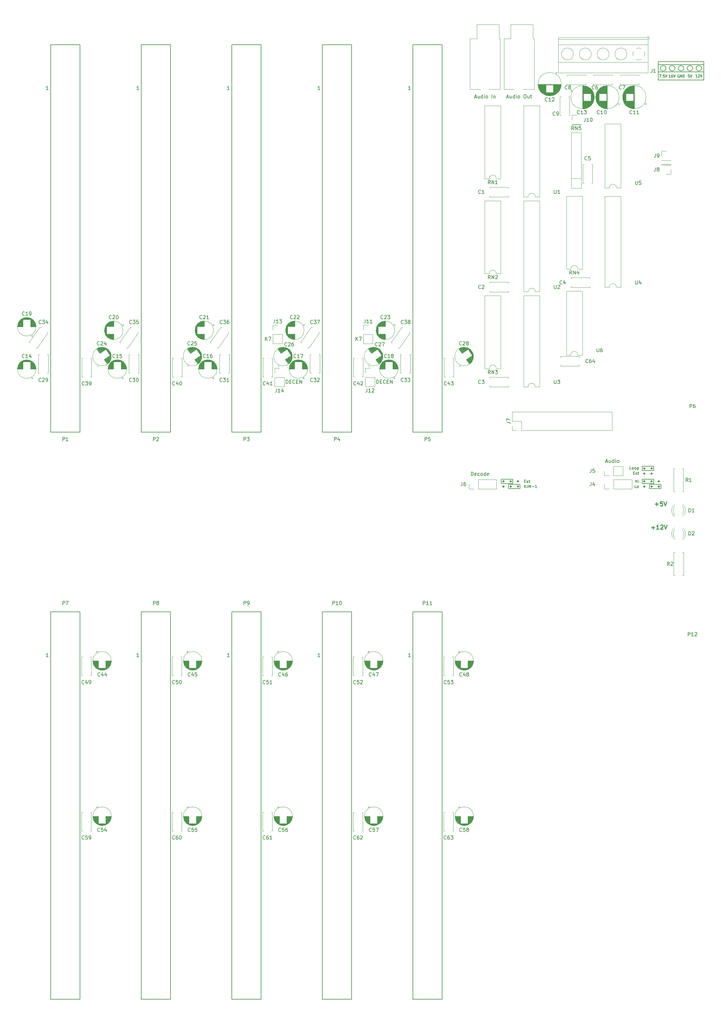
<source format=gbr>
%TF.GenerationSoftware,KiCad,Pcbnew,7.0.9*%
%TF.CreationDate,2024-01-21T20:20:33+01:00*%
%TF.ProjectId,kim-1-mtu-motherboard,6b696d2d-312d-46d7-9475-2d6d6f746865,rev?*%
%TF.SameCoordinates,Original*%
%TF.FileFunction,Legend,Top*%
%TF.FilePolarity,Positive*%
%FSLAX46Y46*%
G04 Gerber Fmt 4.6, Leading zero omitted, Abs format (unit mm)*
G04 Created by KiCad (PCBNEW 7.0.9) date 2024-01-21 20:20:33*
%MOMM*%
%LPD*%
G01*
G04 APERTURE LIST*
G04 Aperture macros list*
%AMFreePoly0*
4,1,22,-1.270000,3.180000,1.270000,3.180000,1.270000,-1.910000,1.254364,-2.108672,1.198732,-2.329454,1.104571,-2.536755,0.974909,-2.723912,0.813912,-2.884909,0.626755,-3.014571,0.419454,-3.108732,0.198672,-3.164364,0.000000,-3.180000,-0.198672,-3.164364,-0.419454,-3.108732,-0.626755,-3.014571,-0.813912,-2.884909,-0.974909,-2.723912,-1.104571,-2.536755,-1.198732,-2.329454,-1.254364,-2.108672,
-1.270000,-1.910000,-1.270000,3.180000,-1.270000,3.180000,$1*%
G04 Aperture macros list end*
%ADD10C,0.350000*%
%ADD11C,0.200000*%
%ADD12C,0.150000*%
%ADD13C,0.175000*%
%ADD14C,0.240000*%
%ADD15C,0.120000*%
%ADD16R,2.400000X1.600000*%
%ADD17O,2.400000X1.600000*%
%ADD18C,1.600000*%
%ADD19FreePoly0,270.000000*%
%ADD20C,4.300000*%
%ADD21C,2.800000*%
%ADD22R,1.700000X1.700000*%
%ADD23O,1.700000X1.700000*%
%ADD24C,2.700000*%
%ADD25O,1.600000X1.600000*%
%ADD26R,1.800000X1.800000*%
%ADD27C,1.800000*%
%ADD28C,3.180000*%
%ADD29O,2.000000X2.000000*%
%ADD30R,2.600000X2.600000*%
%ADD31C,2.600000*%
%ADD32R,1.600000X1.600000*%
%ADD33C,1.700000*%
G04 APERTURE END LIST*
D10*
X198755000Y-181560000D02*
G75*
G03*
X198755000Y-181560000I-175000J0D01*
G01*
X200795000Y-181560000D02*
G75*
G03*
X200795000Y-181560000I-175000J0D01*
G01*
X236225000Y-183010000D02*
G75*
G03*
X236225000Y-183010000I-175000J0D01*
G01*
X236225000Y-179410000D02*
G75*
G03*
X236225000Y-179410000I-175000J0D01*
G01*
D11*
X235470000Y-177380000D02*
X238687500Y-177380000D01*
X238687500Y-178540000D01*
X235470000Y-178540000D01*
X235470000Y-177380000D01*
D10*
X238265000Y-179410000D02*
G75*
G03*
X238265000Y-179410000I-175000J0D01*
G01*
X240305000Y-181560000D02*
G75*
G03*
X240305000Y-181560000I-175000J0D01*
G01*
D12*
X239960000Y-63870000D02*
X252730000Y-63870000D01*
X252730000Y-69060000D01*
X239960000Y-69060000D01*
X239960000Y-63870000D01*
X239960000Y-64730000D02*
X252730000Y-64740000D01*
D11*
X237490000Y-182440000D02*
X240710000Y-182440000D01*
X240710000Y-183590000D01*
X237490000Y-183590000D01*
X237490000Y-182440000D01*
D12*
X252121038Y-65770000D02*
G75*
G03*
X252121038Y-65770000I-771038J0D01*
G01*
X249621038Y-65770000D02*
G75*
G03*
X249621038Y-65770000I-771038J0D01*
G01*
D11*
X235470000Y-180980000D02*
X238680000Y-180980000D01*
X238680000Y-182140000D01*
X235470000Y-182140000D01*
X235470000Y-180980000D01*
D10*
X198755000Y-183010000D02*
G75*
G03*
X198755000Y-183010000I-175000J0D01*
G01*
X238265000Y-181560000D02*
G75*
G03*
X238265000Y-181560000I-175000J0D01*
G01*
X238265000Y-177960000D02*
G75*
G03*
X238265000Y-177960000I-175000J0D01*
G01*
D12*
X242121038Y-65770000D02*
G75*
G03*
X242121038Y-65770000I-771038J0D01*
G01*
X239960000Y-66820000D02*
X252730000Y-66810000D01*
D10*
X196715000Y-181560000D02*
G75*
G03*
X196715000Y-181560000I-175000J0D01*
G01*
D12*
X244621038Y-65770000D02*
G75*
G03*
X244621038Y-65770000I-771038J0D01*
G01*
D10*
X196715000Y-183010000D02*
G75*
G03*
X196715000Y-183010000I-175000J0D01*
G01*
X236225000Y-177960000D02*
G75*
G03*
X236225000Y-177960000I-175000J0D01*
G01*
D11*
X197980000Y-182440000D02*
X201200000Y-182440000D01*
X201200000Y-183590000D01*
X197980000Y-183590000D01*
X197980000Y-182440000D01*
D10*
X236225000Y-181560000D02*
G75*
G03*
X236225000Y-181560000I-175000J0D01*
G01*
X200795000Y-183010000D02*
G75*
G03*
X200795000Y-183010000I-175000J0D01*
G01*
X238265000Y-183010000D02*
G75*
G03*
X238265000Y-183010000I-175000J0D01*
G01*
X240305000Y-183010000D02*
G75*
G03*
X240305000Y-183010000I-175000J0D01*
G01*
D12*
X247121038Y-65770000D02*
G75*
G03*
X247121038Y-65770000I-771038J0D01*
G01*
D11*
X195960000Y-180980000D02*
X199170000Y-180980000D01*
X199170000Y-182140000D01*
X195960000Y-182140000D01*
X195960000Y-180980000D01*
D13*
X233824868Y-183370995D02*
X233443916Y-183370995D01*
X233443916Y-183370995D02*
X233443916Y-182570995D01*
X234205820Y-183370995D02*
X234129630Y-183332900D01*
X234129630Y-183332900D02*
X234091535Y-183294804D01*
X234091535Y-183294804D02*
X234053439Y-183218614D01*
X234053439Y-183218614D02*
X234053439Y-182990042D01*
X234053439Y-182990042D02*
X234091535Y-182913852D01*
X234091535Y-182913852D02*
X234129630Y-182875757D01*
X234129630Y-182875757D02*
X234205820Y-182837661D01*
X234205820Y-182837661D02*
X234320106Y-182837661D01*
X234320106Y-182837661D02*
X234396297Y-182875757D01*
X234396297Y-182875757D02*
X234434392Y-182913852D01*
X234434392Y-182913852D02*
X234472487Y-182990042D01*
X234472487Y-182990042D02*
X234472487Y-183218614D01*
X234472487Y-183218614D02*
X234434392Y-183294804D01*
X234434392Y-183294804D02*
X234396297Y-183332900D01*
X234396297Y-183332900D02*
X234320106Y-183370995D01*
X234320106Y-183370995D02*
X234205820Y-183370995D01*
D12*
X243416666Y-68342295D02*
X243016666Y-68342295D01*
X243216666Y-68342295D02*
X243216666Y-67542295D01*
X243216666Y-67542295D02*
X243149999Y-67656580D01*
X243149999Y-67656580D02*
X243083333Y-67732771D01*
X243083333Y-67732771D02*
X243016666Y-67770866D01*
X244016666Y-67542295D02*
X243883333Y-67542295D01*
X243883333Y-67542295D02*
X243816666Y-67580390D01*
X243816666Y-67580390D02*
X243783333Y-67618485D01*
X243783333Y-67618485D02*
X243716666Y-67732771D01*
X243716666Y-67732771D02*
X243683333Y-67885152D01*
X243683333Y-67885152D02*
X243683333Y-68189914D01*
X243683333Y-68189914D02*
X243716666Y-68266104D01*
X243716666Y-68266104D02*
X243750000Y-68304200D01*
X243750000Y-68304200D02*
X243816666Y-68342295D01*
X243816666Y-68342295D02*
X243950000Y-68342295D01*
X243950000Y-68342295D02*
X244016666Y-68304200D01*
X244016666Y-68304200D02*
X244050000Y-68266104D01*
X244050000Y-68266104D02*
X244083333Y-68189914D01*
X244083333Y-68189914D02*
X244083333Y-67999438D01*
X244083333Y-67999438D02*
X244050000Y-67923247D01*
X244050000Y-67923247D02*
X244016666Y-67885152D01*
X244016666Y-67885152D02*
X243950000Y-67847057D01*
X243950000Y-67847057D02*
X243816666Y-67847057D01*
X243816666Y-67847057D02*
X243750000Y-67885152D01*
X243750000Y-67885152D02*
X243716666Y-67923247D01*
X243716666Y-67923247D02*
X243683333Y-67999438D01*
X244283333Y-67542295D02*
X244516667Y-68342295D01*
X244516667Y-68342295D02*
X244750000Y-67542295D01*
D13*
X232377248Y-178200995D02*
X231996296Y-178200995D01*
X231996296Y-178200995D02*
X231996296Y-177400995D01*
X232758200Y-178200995D02*
X232682010Y-178162900D01*
X232682010Y-178162900D02*
X232643915Y-178124804D01*
X232643915Y-178124804D02*
X232605819Y-178048614D01*
X232605819Y-178048614D02*
X232605819Y-177820042D01*
X232605819Y-177820042D02*
X232643915Y-177743852D01*
X232643915Y-177743852D02*
X232682010Y-177705757D01*
X232682010Y-177705757D02*
X232758200Y-177667661D01*
X232758200Y-177667661D02*
X232872486Y-177667661D01*
X232872486Y-177667661D02*
X232948677Y-177705757D01*
X232948677Y-177705757D02*
X232986772Y-177743852D01*
X232986772Y-177743852D02*
X233024867Y-177820042D01*
X233024867Y-177820042D02*
X233024867Y-178048614D01*
X233024867Y-178048614D02*
X232986772Y-178124804D01*
X232986772Y-178124804D02*
X232948677Y-178162900D01*
X232948677Y-178162900D02*
X232872486Y-178200995D01*
X232872486Y-178200995D02*
X232758200Y-178200995D01*
X233482010Y-178200995D02*
X233405820Y-178162900D01*
X233405820Y-178162900D02*
X233367725Y-178124804D01*
X233367725Y-178124804D02*
X233329629Y-178048614D01*
X233329629Y-178048614D02*
X233329629Y-177820042D01*
X233329629Y-177820042D02*
X233367725Y-177743852D01*
X233367725Y-177743852D02*
X233405820Y-177705757D01*
X233405820Y-177705757D02*
X233482010Y-177667661D01*
X233482010Y-177667661D02*
X233596296Y-177667661D01*
X233596296Y-177667661D02*
X233672487Y-177705757D01*
X233672487Y-177705757D02*
X233710582Y-177743852D01*
X233710582Y-177743852D02*
X233748677Y-177820042D01*
X233748677Y-177820042D02*
X233748677Y-178048614D01*
X233748677Y-178048614D02*
X233710582Y-178124804D01*
X233710582Y-178124804D02*
X233672487Y-178162900D01*
X233672487Y-178162900D02*
X233596296Y-178200995D01*
X233596296Y-178200995D02*
X233482010Y-178200995D01*
X234091535Y-177667661D02*
X234091535Y-178467661D01*
X234091535Y-177705757D02*
X234167725Y-177667661D01*
X234167725Y-177667661D02*
X234320106Y-177667661D01*
X234320106Y-177667661D02*
X234396297Y-177705757D01*
X234396297Y-177705757D02*
X234434392Y-177743852D01*
X234434392Y-177743852D02*
X234472487Y-177820042D01*
X234472487Y-177820042D02*
X234472487Y-178048614D01*
X234472487Y-178048614D02*
X234434392Y-178124804D01*
X234434392Y-178124804D02*
X234396297Y-178162900D01*
X234396297Y-178162900D02*
X234320106Y-178200995D01*
X234320106Y-178200995D02*
X234167725Y-178200995D01*
X234167725Y-178200995D02*
X234091535Y-178162900D01*
X232986773Y-179231947D02*
X233253439Y-179231947D01*
X233367725Y-179650995D02*
X232986773Y-179650995D01*
X232986773Y-179650995D02*
X232986773Y-178850995D01*
X232986773Y-178850995D02*
X233367725Y-178850995D01*
X233634392Y-179650995D02*
X234053440Y-179117661D01*
X233634392Y-179117661D02*
X234053440Y-179650995D01*
X234243916Y-179117661D02*
X234548678Y-179117661D01*
X234358202Y-178850995D02*
X234358202Y-179536709D01*
X234358202Y-179536709D02*
X234396297Y-179612900D01*
X234396297Y-179612900D02*
X234472487Y-179650995D01*
X234472487Y-179650995D02*
X234548678Y-179650995D01*
D12*
X250916666Y-68342295D02*
X250516666Y-68342295D01*
X250716666Y-68342295D02*
X250716666Y-67542295D01*
X250716666Y-67542295D02*
X250649999Y-67656580D01*
X250649999Y-67656580D02*
X250583333Y-67732771D01*
X250583333Y-67732771D02*
X250516666Y-67770866D01*
X251183333Y-67618485D02*
X251216666Y-67580390D01*
X251216666Y-67580390D02*
X251283333Y-67542295D01*
X251283333Y-67542295D02*
X251450000Y-67542295D01*
X251450000Y-67542295D02*
X251516666Y-67580390D01*
X251516666Y-67580390D02*
X251550000Y-67618485D01*
X251550000Y-67618485D02*
X251583333Y-67694676D01*
X251583333Y-67694676D02*
X251583333Y-67770866D01*
X251583333Y-67770866D02*
X251550000Y-67885152D01*
X251550000Y-67885152D02*
X251150000Y-68342295D01*
X251150000Y-68342295D02*
X251583333Y-68342295D01*
X251783333Y-67542295D02*
X252016667Y-68342295D01*
X252016667Y-68342295D02*
X252250000Y-67542295D01*
D13*
X202425607Y-181501947D02*
X202692273Y-181501947D01*
X202806559Y-181920995D02*
X202425607Y-181920995D01*
X202425607Y-181920995D02*
X202425607Y-181120995D01*
X202425607Y-181120995D02*
X202806559Y-181120995D01*
X203073226Y-181920995D02*
X203492274Y-181387661D01*
X203073226Y-181387661D02*
X203492274Y-181920995D01*
X203682750Y-181387661D02*
X203987512Y-181387661D01*
X203797036Y-181120995D02*
X203797036Y-181806709D01*
X203797036Y-181806709D02*
X203835131Y-181882900D01*
X203835131Y-181882900D02*
X203911321Y-181920995D01*
X203911321Y-181920995D02*
X203987512Y-181920995D01*
D11*
X225251498Y-176046504D02*
X225727688Y-176046504D01*
X225156260Y-176332219D02*
X225489593Y-175332219D01*
X225489593Y-175332219D02*
X225822926Y-176332219D01*
X226584831Y-175665552D02*
X226584831Y-176332219D01*
X226156260Y-175665552D02*
X226156260Y-176189361D01*
X226156260Y-176189361D02*
X226203879Y-176284600D01*
X226203879Y-176284600D02*
X226299117Y-176332219D01*
X226299117Y-176332219D02*
X226441974Y-176332219D01*
X226441974Y-176332219D02*
X226537212Y-176284600D01*
X226537212Y-176284600D02*
X226584831Y-176236980D01*
X227489593Y-176332219D02*
X227489593Y-175332219D01*
X227489593Y-176284600D02*
X227394355Y-176332219D01*
X227394355Y-176332219D02*
X227203879Y-176332219D01*
X227203879Y-176332219D02*
X227108641Y-176284600D01*
X227108641Y-176284600D02*
X227061022Y-176236980D01*
X227061022Y-176236980D02*
X227013403Y-176141742D01*
X227013403Y-176141742D02*
X227013403Y-175856028D01*
X227013403Y-175856028D02*
X227061022Y-175760790D01*
X227061022Y-175760790D02*
X227108641Y-175713171D01*
X227108641Y-175713171D02*
X227203879Y-175665552D01*
X227203879Y-175665552D02*
X227394355Y-175665552D01*
X227394355Y-175665552D02*
X227489593Y-175713171D01*
X227965784Y-176332219D02*
X227965784Y-175665552D01*
X227965784Y-175332219D02*
X227918165Y-175379838D01*
X227918165Y-175379838D02*
X227965784Y-175427457D01*
X227965784Y-175427457D02*
X228013403Y-175379838D01*
X228013403Y-175379838D02*
X227965784Y-175332219D01*
X227965784Y-175332219D02*
X227965784Y-175427457D01*
X228584831Y-176332219D02*
X228489593Y-176284600D01*
X228489593Y-176284600D02*
X228441974Y-176236980D01*
X228441974Y-176236980D02*
X228394355Y-176141742D01*
X228394355Y-176141742D02*
X228394355Y-175856028D01*
X228394355Y-175856028D02*
X228441974Y-175760790D01*
X228441974Y-175760790D02*
X228489593Y-175713171D01*
X228489593Y-175713171D02*
X228584831Y-175665552D01*
X228584831Y-175665552D02*
X228727688Y-175665552D01*
X228727688Y-175665552D02*
X228822926Y-175713171D01*
X228822926Y-175713171D02*
X228870545Y-175760790D01*
X228870545Y-175760790D02*
X228918164Y-175856028D01*
X228918164Y-175856028D02*
X228918164Y-176141742D01*
X228918164Y-176141742D02*
X228870545Y-176236980D01*
X228870545Y-176236980D02*
X228822926Y-176284600D01*
X228822926Y-176284600D02*
X228727688Y-176332219D01*
X228727688Y-176332219D02*
X228584831Y-176332219D01*
D12*
X245816667Y-67580390D02*
X245750000Y-67542295D01*
X245750000Y-67542295D02*
X245650000Y-67542295D01*
X245650000Y-67542295D02*
X245550000Y-67580390D01*
X245550000Y-67580390D02*
X245483334Y-67656580D01*
X245483334Y-67656580D02*
X245450000Y-67732771D01*
X245450000Y-67732771D02*
X245416667Y-67885152D01*
X245416667Y-67885152D02*
X245416667Y-67999438D01*
X245416667Y-67999438D02*
X245450000Y-68151819D01*
X245450000Y-68151819D02*
X245483334Y-68228009D01*
X245483334Y-68228009D02*
X245550000Y-68304200D01*
X245550000Y-68304200D02*
X245650000Y-68342295D01*
X245650000Y-68342295D02*
X245716667Y-68342295D01*
X245716667Y-68342295D02*
X245816667Y-68304200D01*
X245816667Y-68304200D02*
X245850000Y-68266104D01*
X245850000Y-68266104D02*
X245850000Y-67999438D01*
X245850000Y-67999438D02*
X245716667Y-67999438D01*
X246150000Y-68342295D02*
X246150000Y-67542295D01*
X246150000Y-67542295D02*
X246550000Y-68342295D01*
X246550000Y-68342295D02*
X246550000Y-67542295D01*
X246883333Y-68342295D02*
X246883333Y-67542295D01*
X246883333Y-67542295D02*
X247050000Y-67542295D01*
X247050000Y-67542295D02*
X247150000Y-67580390D01*
X247150000Y-67580390D02*
X247216667Y-67656580D01*
X247216667Y-67656580D02*
X247250000Y-67732771D01*
X247250000Y-67732771D02*
X247283333Y-67885152D01*
X247283333Y-67885152D02*
X247283333Y-67999438D01*
X247283333Y-67999438D02*
X247250000Y-68151819D01*
X247250000Y-68151819D02*
X247216667Y-68228009D01*
X247216667Y-68228009D02*
X247150000Y-68304200D01*
X247150000Y-68304200D02*
X247050000Y-68342295D01*
X247050000Y-68342295D02*
X246883333Y-68342295D01*
D14*
X238027821Y-194535520D02*
X238942107Y-194535520D01*
X238484964Y-194992662D02*
X238484964Y-194078377D01*
X240142106Y-194992662D02*
X239456392Y-194992662D01*
X239799249Y-194992662D02*
X239799249Y-193792662D01*
X239799249Y-193792662D02*
X239684963Y-193964091D01*
X239684963Y-193964091D02*
X239570678Y-194078377D01*
X239570678Y-194078377D02*
X239456392Y-194135520D01*
X240599249Y-193906948D02*
X240656392Y-193849805D01*
X240656392Y-193849805D02*
X240770678Y-193792662D01*
X240770678Y-193792662D02*
X241056392Y-193792662D01*
X241056392Y-193792662D02*
X241170678Y-193849805D01*
X241170678Y-193849805D02*
X241227820Y-193906948D01*
X241227820Y-193906948D02*
X241284963Y-194021234D01*
X241284963Y-194021234D02*
X241284963Y-194135520D01*
X241284963Y-194135520D02*
X241227820Y-194306948D01*
X241227820Y-194306948D02*
X240542106Y-194992662D01*
X240542106Y-194992662D02*
X241284963Y-194992662D01*
X241627820Y-193792662D02*
X242027820Y-194992662D01*
X242027820Y-194992662D02*
X242427820Y-193792662D01*
D13*
X202425607Y-183370995D02*
X202425607Y-182570995D01*
X202882750Y-183370995D02*
X202539892Y-182913852D01*
X202882750Y-182570995D02*
X202425607Y-183028138D01*
X203225607Y-183370995D02*
X203225607Y-182570995D01*
X203606559Y-183370995D02*
X203606559Y-182570995D01*
X203606559Y-182570995D02*
X203873225Y-183142423D01*
X203873225Y-183142423D02*
X204139892Y-182570995D01*
X204139892Y-182570995D02*
X204139892Y-183370995D01*
X204520845Y-183066233D02*
X205130369Y-183066233D01*
X205930368Y-183370995D02*
X205473225Y-183370995D01*
X205701797Y-183370995D02*
X205701797Y-182570995D01*
X205701797Y-182570995D02*
X205625606Y-182685280D01*
X205625606Y-182685280D02*
X205549416Y-182761471D01*
X205549416Y-182761471D02*
X205473225Y-182799566D01*
X233596298Y-181920995D02*
X233596298Y-181120995D01*
X233596298Y-181501947D02*
X234053441Y-181501947D01*
X234053441Y-181920995D02*
X234053441Y-181120995D01*
X234434393Y-181920995D02*
X234434393Y-181387661D01*
X234434393Y-181120995D02*
X234396297Y-181159090D01*
X234396297Y-181159090D02*
X234434393Y-181197185D01*
X234434393Y-181197185D02*
X234472488Y-181159090D01*
X234472488Y-181159090D02*
X234434393Y-181120995D01*
X234434393Y-181120995D02*
X234434393Y-181197185D01*
D12*
X248716667Y-67542295D02*
X248383333Y-67542295D01*
X248383333Y-67542295D02*
X248350000Y-67923247D01*
X248350000Y-67923247D02*
X248383333Y-67885152D01*
X248383333Y-67885152D02*
X248450000Y-67847057D01*
X248450000Y-67847057D02*
X248616667Y-67847057D01*
X248616667Y-67847057D02*
X248683333Y-67885152D01*
X248683333Y-67885152D02*
X248716667Y-67923247D01*
X248716667Y-67923247D02*
X248750000Y-67999438D01*
X248750000Y-67999438D02*
X248750000Y-68189914D01*
X248750000Y-68189914D02*
X248716667Y-68266104D01*
X248716667Y-68266104D02*
X248683333Y-68304200D01*
X248683333Y-68304200D02*
X248616667Y-68342295D01*
X248616667Y-68342295D02*
X248450000Y-68342295D01*
X248450000Y-68342295D02*
X248383333Y-68304200D01*
X248383333Y-68304200D02*
X248350000Y-68266104D01*
X248950000Y-67542295D02*
X249183334Y-68342295D01*
X249183334Y-68342295D02*
X249416667Y-67542295D01*
D14*
X239060678Y-187975520D02*
X239974964Y-187975520D01*
X239517821Y-188432662D02*
X239517821Y-187518377D01*
X241117820Y-187232662D02*
X240546392Y-187232662D01*
X240546392Y-187232662D02*
X240489249Y-187804091D01*
X240489249Y-187804091D02*
X240546392Y-187746948D01*
X240546392Y-187746948D02*
X240660678Y-187689805D01*
X240660678Y-187689805D02*
X240946392Y-187689805D01*
X240946392Y-187689805D02*
X241060678Y-187746948D01*
X241060678Y-187746948D02*
X241117820Y-187804091D01*
X241117820Y-187804091D02*
X241174963Y-187918377D01*
X241174963Y-187918377D02*
X241174963Y-188204091D01*
X241174963Y-188204091D02*
X241117820Y-188318377D01*
X241117820Y-188318377D02*
X241060678Y-188375520D01*
X241060678Y-188375520D02*
X240946392Y-188432662D01*
X240946392Y-188432662D02*
X240660678Y-188432662D01*
X240660678Y-188432662D02*
X240546392Y-188375520D01*
X240546392Y-188375520D02*
X240489249Y-188318377D01*
X241517820Y-187232662D02*
X241917820Y-188432662D01*
X241917820Y-188432662D02*
X242317820Y-187232662D01*
D12*
X240316667Y-67542295D02*
X240783333Y-67542295D01*
X240783333Y-67542295D02*
X240483333Y-68342295D01*
X241050000Y-68266104D02*
X241083334Y-68304200D01*
X241083334Y-68304200D02*
X241050000Y-68342295D01*
X241050000Y-68342295D02*
X241016667Y-68304200D01*
X241016667Y-68304200D02*
X241050000Y-68266104D01*
X241050000Y-68266104D02*
X241050000Y-68342295D01*
X241716667Y-67542295D02*
X241383333Y-67542295D01*
X241383333Y-67542295D02*
X241350000Y-67923247D01*
X241350000Y-67923247D02*
X241383333Y-67885152D01*
X241383333Y-67885152D02*
X241450000Y-67847057D01*
X241450000Y-67847057D02*
X241616667Y-67847057D01*
X241616667Y-67847057D02*
X241683333Y-67885152D01*
X241683333Y-67885152D02*
X241716667Y-67923247D01*
X241716667Y-67923247D02*
X241750000Y-67999438D01*
X241750000Y-67999438D02*
X241750000Y-68189914D01*
X241750000Y-68189914D02*
X241716667Y-68266104D01*
X241716667Y-68266104D02*
X241683333Y-68304200D01*
X241683333Y-68304200D02*
X241616667Y-68342295D01*
X241616667Y-68342295D02*
X241450000Y-68342295D01*
X241450000Y-68342295D02*
X241383333Y-68304200D01*
X241383333Y-68304200D02*
X241350000Y-68266104D01*
X241950000Y-67542295D02*
X242183334Y-68342295D01*
X242183334Y-68342295D02*
X242416667Y-67542295D01*
X210778095Y-99924819D02*
X210778095Y-100734342D01*
X210778095Y-100734342D02*
X210825714Y-100829580D01*
X210825714Y-100829580D02*
X210873333Y-100877200D01*
X210873333Y-100877200D02*
X210968571Y-100924819D01*
X210968571Y-100924819D02*
X211159047Y-100924819D01*
X211159047Y-100924819D02*
X211254285Y-100877200D01*
X211254285Y-100877200D02*
X211301904Y-100829580D01*
X211301904Y-100829580D02*
X211349523Y-100734342D01*
X211349523Y-100734342D02*
X211349523Y-99924819D01*
X212349523Y-100924819D02*
X211778095Y-100924819D01*
X212063809Y-100924819D02*
X212063809Y-99924819D01*
X212063809Y-99924819D02*
X211968571Y-100067676D01*
X211968571Y-100067676D02*
X211873333Y-100162914D01*
X211873333Y-100162914D02*
X211778095Y-100210533D01*
X168447142Y-137319580D02*
X168399523Y-137367200D01*
X168399523Y-137367200D02*
X168256666Y-137414819D01*
X168256666Y-137414819D02*
X168161428Y-137414819D01*
X168161428Y-137414819D02*
X168018571Y-137367200D01*
X168018571Y-137367200D02*
X167923333Y-137271961D01*
X167923333Y-137271961D02*
X167875714Y-137176723D01*
X167875714Y-137176723D02*
X167828095Y-136986247D01*
X167828095Y-136986247D02*
X167828095Y-136843390D01*
X167828095Y-136843390D02*
X167875714Y-136652914D01*
X167875714Y-136652914D02*
X167923333Y-136557676D01*
X167923333Y-136557676D02*
X168018571Y-136462438D01*
X168018571Y-136462438D02*
X168161428Y-136414819D01*
X168161428Y-136414819D02*
X168256666Y-136414819D01*
X168256666Y-136414819D02*
X168399523Y-136462438D01*
X168399523Y-136462438D02*
X168447142Y-136510057D01*
X168780476Y-136414819D02*
X169399523Y-136414819D01*
X169399523Y-136414819D02*
X169066190Y-136795771D01*
X169066190Y-136795771D02*
X169209047Y-136795771D01*
X169209047Y-136795771D02*
X169304285Y-136843390D01*
X169304285Y-136843390D02*
X169351904Y-136891009D01*
X169351904Y-136891009D02*
X169399523Y-136986247D01*
X169399523Y-136986247D02*
X169399523Y-137224342D01*
X169399523Y-137224342D02*
X169351904Y-137319580D01*
X169351904Y-137319580D02*
X169304285Y-137367200D01*
X169304285Y-137367200D02*
X169209047Y-137414819D01*
X169209047Y-137414819D02*
X168923333Y-137414819D01*
X168923333Y-137414819D02*
X168828095Y-137367200D01*
X168828095Y-137367200D02*
X168780476Y-137319580D01*
X169970952Y-136843390D02*
X169875714Y-136795771D01*
X169875714Y-136795771D02*
X169828095Y-136748152D01*
X169828095Y-136748152D02*
X169780476Y-136652914D01*
X169780476Y-136652914D02*
X169780476Y-136605295D01*
X169780476Y-136605295D02*
X169828095Y-136510057D01*
X169828095Y-136510057D02*
X169875714Y-136462438D01*
X169875714Y-136462438D02*
X169970952Y-136414819D01*
X169970952Y-136414819D02*
X170161428Y-136414819D01*
X170161428Y-136414819D02*
X170256666Y-136462438D01*
X170256666Y-136462438D02*
X170304285Y-136510057D01*
X170304285Y-136510057D02*
X170351904Y-136605295D01*
X170351904Y-136605295D02*
X170351904Y-136652914D01*
X170351904Y-136652914D02*
X170304285Y-136748152D01*
X170304285Y-136748152D02*
X170256666Y-136795771D01*
X170256666Y-136795771D02*
X170161428Y-136843390D01*
X170161428Y-136843390D02*
X169970952Y-136843390D01*
X169970952Y-136843390D02*
X169875714Y-136891009D01*
X169875714Y-136891009D02*
X169828095Y-136938628D01*
X169828095Y-136938628D02*
X169780476Y-137033866D01*
X169780476Y-137033866D02*
X169780476Y-137224342D01*
X169780476Y-137224342D02*
X169828095Y-137319580D01*
X169828095Y-137319580D02*
X169875714Y-137367200D01*
X169875714Y-137367200D02*
X169970952Y-137414819D01*
X169970952Y-137414819D02*
X170161428Y-137414819D01*
X170161428Y-137414819D02*
X170256666Y-137367200D01*
X170256666Y-137367200D02*
X170304285Y-137319580D01*
X170304285Y-137319580D02*
X170351904Y-137224342D01*
X170351904Y-137224342D02*
X170351904Y-137033866D01*
X170351904Y-137033866D02*
X170304285Y-136938628D01*
X170304285Y-136938628D02*
X170256666Y-136891009D01*
X170256666Y-136891009D02*
X170161428Y-136843390D01*
X223467142Y-78479580D02*
X223419523Y-78527200D01*
X223419523Y-78527200D02*
X223276666Y-78574819D01*
X223276666Y-78574819D02*
X223181428Y-78574819D01*
X223181428Y-78574819D02*
X223038571Y-78527200D01*
X223038571Y-78527200D02*
X222943333Y-78431961D01*
X222943333Y-78431961D02*
X222895714Y-78336723D01*
X222895714Y-78336723D02*
X222848095Y-78146247D01*
X222848095Y-78146247D02*
X222848095Y-78003390D01*
X222848095Y-78003390D02*
X222895714Y-77812914D01*
X222895714Y-77812914D02*
X222943333Y-77717676D01*
X222943333Y-77717676D02*
X223038571Y-77622438D01*
X223038571Y-77622438D02*
X223181428Y-77574819D01*
X223181428Y-77574819D02*
X223276666Y-77574819D01*
X223276666Y-77574819D02*
X223419523Y-77622438D01*
X223419523Y-77622438D02*
X223467142Y-77670057D01*
X224419523Y-78574819D02*
X223848095Y-78574819D01*
X224133809Y-78574819D02*
X224133809Y-77574819D01*
X224133809Y-77574819D02*
X224038571Y-77717676D01*
X224038571Y-77717676D02*
X223943333Y-77812914D01*
X223943333Y-77812914D02*
X223848095Y-77860533D01*
X225038571Y-77574819D02*
X225133809Y-77574819D01*
X225133809Y-77574819D02*
X225229047Y-77622438D01*
X225229047Y-77622438D02*
X225276666Y-77670057D01*
X225276666Y-77670057D02*
X225324285Y-77765295D01*
X225324285Y-77765295D02*
X225371904Y-77955771D01*
X225371904Y-77955771D02*
X225371904Y-78193866D01*
X225371904Y-78193866D02*
X225324285Y-78384342D01*
X225324285Y-78384342D02*
X225276666Y-78479580D01*
X225276666Y-78479580D02*
X225229047Y-78527200D01*
X225229047Y-78527200D02*
X225133809Y-78574819D01*
X225133809Y-78574819D02*
X225038571Y-78574819D01*
X225038571Y-78574819D02*
X224943333Y-78527200D01*
X224943333Y-78527200D02*
X224895714Y-78479580D01*
X224895714Y-78479580D02*
X224848095Y-78384342D01*
X224848095Y-78384342D02*
X224800476Y-78193866D01*
X224800476Y-78193866D02*
X224800476Y-77955771D01*
X224800476Y-77955771D02*
X224848095Y-77765295D01*
X224848095Y-77765295D02*
X224895714Y-77670057D01*
X224895714Y-77670057D02*
X224943333Y-77622438D01*
X224943333Y-77622438D02*
X225038571Y-77574819D01*
X248335714Y-224934819D02*
X248335714Y-223934819D01*
X248335714Y-223934819D02*
X248716666Y-223934819D01*
X248716666Y-223934819D02*
X248811904Y-223982438D01*
X248811904Y-223982438D02*
X248859523Y-224030057D01*
X248859523Y-224030057D02*
X248907142Y-224125295D01*
X248907142Y-224125295D02*
X248907142Y-224268152D01*
X248907142Y-224268152D02*
X248859523Y-224363390D01*
X248859523Y-224363390D02*
X248811904Y-224411009D01*
X248811904Y-224411009D02*
X248716666Y-224458628D01*
X248716666Y-224458628D02*
X248335714Y-224458628D01*
X249859523Y-224934819D02*
X249288095Y-224934819D01*
X249573809Y-224934819D02*
X249573809Y-223934819D01*
X249573809Y-223934819D02*
X249478571Y-224077676D01*
X249478571Y-224077676D02*
X249383333Y-224172914D01*
X249383333Y-224172914D02*
X249288095Y-224220533D01*
X250240476Y-224030057D02*
X250288095Y-223982438D01*
X250288095Y-223982438D02*
X250383333Y-223934819D01*
X250383333Y-223934819D02*
X250621428Y-223934819D01*
X250621428Y-223934819D02*
X250716666Y-223982438D01*
X250716666Y-223982438D02*
X250764285Y-224030057D01*
X250764285Y-224030057D02*
X250811904Y-224125295D01*
X250811904Y-224125295D02*
X250811904Y-224220533D01*
X250811904Y-224220533D02*
X250764285Y-224363390D01*
X250764285Y-224363390D02*
X250192857Y-224934819D01*
X250192857Y-224934819D02*
X250811904Y-224934819D01*
X210778095Y-153184819D02*
X210778095Y-153994342D01*
X210778095Y-153994342D02*
X210825714Y-154089580D01*
X210825714Y-154089580D02*
X210873333Y-154137200D01*
X210873333Y-154137200D02*
X210968571Y-154184819D01*
X210968571Y-154184819D02*
X211159047Y-154184819D01*
X211159047Y-154184819D02*
X211254285Y-154137200D01*
X211254285Y-154137200D02*
X211301904Y-154089580D01*
X211301904Y-154089580D02*
X211349523Y-153994342D01*
X211349523Y-153994342D02*
X211349523Y-153184819D01*
X211730476Y-153184819D02*
X212349523Y-153184819D01*
X212349523Y-153184819D02*
X212016190Y-153565771D01*
X212016190Y-153565771D02*
X212159047Y-153565771D01*
X212159047Y-153565771D02*
X212254285Y-153613390D01*
X212254285Y-153613390D02*
X212301904Y-153661009D01*
X212301904Y-153661009D02*
X212349523Y-153756247D01*
X212349523Y-153756247D02*
X212349523Y-153994342D01*
X212349523Y-153994342D02*
X212301904Y-154089580D01*
X212301904Y-154089580D02*
X212254285Y-154137200D01*
X212254285Y-154137200D02*
X212159047Y-154184819D01*
X212159047Y-154184819D02*
X211873333Y-154184819D01*
X211873333Y-154184819D02*
X211778095Y-154137200D01*
X211778095Y-154137200D02*
X211730476Y-154089580D01*
X155097142Y-238269580D02*
X155049523Y-238317200D01*
X155049523Y-238317200D02*
X154906666Y-238364819D01*
X154906666Y-238364819D02*
X154811428Y-238364819D01*
X154811428Y-238364819D02*
X154668571Y-238317200D01*
X154668571Y-238317200D02*
X154573333Y-238221961D01*
X154573333Y-238221961D02*
X154525714Y-238126723D01*
X154525714Y-238126723D02*
X154478095Y-237936247D01*
X154478095Y-237936247D02*
X154478095Y-237793390D01*
X154478095Y-237793390D02*
X154525714Y-237602914D01*
X154525714Y-237602914D02*
X154573333Y-237507676D01*
X154573333Y-237507676D02*
X154668571Y-237412438D01*
X154668571Y-237412438D02*
X154811428Y-237364819D01*
X154811428Y-237364819D02*
X154906666Y-237364819D01*
X154906666Y-237364819D02*
X155049523Y-237412438D01*
X155049523Y-237412438D02*
X155097142Y-237460057D01*
X156001904Y-237364819D02*
X155525714Y-237364819D01*
X155525714Y-237364819D02*
X155478095Y-237841009D01*
X155478095Y-237841009D02*
X155525714Y-237793390D01*
X155525714Y-237793390D02*
X155620952Y-237745771D01*
X155620952Y-237745771D02*
X155859047Y-237745771D01*
X155859047Y-237745771D02*
X155954285Y-237793390D01*
X155954285Y-237793390D02*
X156001904Y-237841009D01*
X156001904Y-237841009D02*
X156049523Y-237936247D01*
X156049523Y-237936247D02*
X156049523Y-238174342D01*
X156049523Y-238174342D02*
X156001904Y-238269580D01*
X156001904Y-238269580D02*
X155954285Y-238317200D01*
X155954285Y-238317200D02*
X155859047Y-238364819D01*
X155859047Y-238364819D02*
X155620952Y-238364819D01*
X155620952Y-238364819D02*
X155525714Y-238317200D01*
X155525714Y-238317200D02*
X155478095Y-238269580D01*
X156430476Y-237460057D02*
X156478095Y-237412438D01*
X156478095Y-237412438D02*
X156573333Y-237364819D01*
X156573333Y-237364819D02*
X156811428Y-237364819D01*
X156811428Y-237364819D02*
X156906666Y-237412438D01*
X156906666Y-237412438D02*
X156954285Y-237460057D01*
X156954285Y-237460057D02*
X157001904Y-237555295D01*
X157001904Y-237555295D02*
X157001904Y-237650533D01*
X157001904Y-237650533D02*
X156954285Y-237793390D01*
X156954285Y-237793390D02*
X156382857Y-238364819D01*
X156382857Y-238364819D02*
X157001904Y-238364819D01*
X108687142Y-236119580D02*
X108639523Y-236167200D01*
X108639523Y-236167200D02*
X108496666Y-236214819D01*
X108496666Y-236214819D02*
X108401428Y-236214819D01*
X108401428Y-236214819D02*
X108258571Y-236167200D01*
X108258571Y-236167200D02*
X108163333Y-236071961D01*
X108163333Y-236071961D02*
X108115714Y-235976723D01*
X108115714Y-235976723D02*
X108068095Y-235786247D01*
X108068095Y-235786247D02*
X108068095Y-235643390D01*
X108068095Y-235643390D02*
X108115714Y-235452914D01*
X108115714Y-235452914D02*
X108163333Y-235357676D01*
X108163333Y-235357676D02*
X108258571Y-235262438D01*
X108258571Y-235262438D02*
X108401428Y-235214819D01*
X108401428Y-235214819D02*
X108496666Y-235214819D01*
X108496666Y-235214819D02*
X108639523Y-235262438D01*
X108639523Y-235262438D02*
X108687142Y-235310057D01*
X109544285Y-235548152D02*
X109544285Y-236214819D01*
X109306190Y-235167200D02*
X109068095Y-235881485D01*
X109068095Y-235881485D02*
X109687142Y-235881485D01*
X110544285Y-235214819D02*
X110068095Y-235214819D01*
X110068095Y-235214819D02*
X110020476Y-235691009D01*
X110020476Y-235691009D02*
X110068095Y-235643390D01*
X110068095Y-235643390D02*
X110163333Y-235595771D01*
X110163333Y-235595771D02*
X110401428Y-235595771D01*
X110401428Y-235595771D02*
X110496666Y-235643390D01*
X110496666Y-235643390D02*
X110544285Y-235691009D01*
X110544285Y-235691009D02*
X110591904Y-235786247D01*
X110591904Y-235786247D02*
X110591904Y-236024342D01*
X110591904Y-236024342D02*
X110544285Y-236119580D01*
X110544285Y-236119580D02*
X110496666Y-236167200D01*
X110496666Y-236167200D02*
X110401428Y-236214819D01*
X110401428Y-236214819D02*
X110163333Y-236214819D01*
X110163333Y-236214819D02*
X110068095Y-236167200D01*
X110068095Y-236167200D02*
X110020476Y-236119580D01*
X161197142Y-143579580D02*
X161149523Y-143627200D01*
X161149523Y-143627200D02*
X161006666Y-143674819D01*
X161006666Y-143674819D02*
X160911428Y-143674819D01*
X160911428Y-143674819D02*
X160768571Y-143627200D01*
X160768571Y-143627200D02*
X160673333Y-143531961D01*
X160673333Y-143531961D02*
X160625714Y-143436723D01*
X160625714Y-143436723D02*
X160578095Y-143246247D01*
X160578095Y-143246247D02*
X160578095Y-143103390D01*
X160578095Y-143103390D02*
X160625714Y-142912914D01*
X160625714Y-142912914D02*
X160673333Y-142817676D01*
X160673333Y-142817676D02*
X160768571Y-142722438D01*
X160768571Y-142722438D02*
X160911428Y-142674819D01*
X160911428Y-142674819D02*
X161006666Y-142674819D01*
X161006666Y-142674819D02*
X161149523Y-142722438D01*
X161149523Y-142722438D02*
X161197142Y-142770057D01*
X161578095Y-142770057D02*
X161625714Y-142722438D01*
X161625714Y-142722438D02*
X161720952Y-142674819D01*
X161720952Y-142674819D02*
X161959047Y-142674819D01*
X161959047Y-142674819D02*
X162054285Y-142722438D01*
X162054285Y-142722438D02*
X162101904Y-142770057D01*
X162101904Y-142770057D02*
X162149523Y-142865295D01*
X162149523Y-142865295D02*
X162149523Y-142960533D01*
X162149523Y-142960533D02*
X162101904Y-143103390D01*
X162101904Y-143103390D02*
X161530476Y-143674819D01*
X161530476Y-143674819D02*
X162149523Y-143674819D01*
X162482857Y-142674819D02*
X163149523Y-142674819D01*
X163149523Y-142674819D02*
X162720952Y-143674819D01*
X138357142Y-146829580D02*
X138309523Y-146877200D01*
X138309523Y-146877200D02*
X138166666Y-146924819D01*
X138166666Y-146924819D02*
X138071428Y-146924819D01*
X138071428Y-146924819D02*
X137928571Y-146877200D01*
X137928571Y-146877200D02*
X137833333Y-146781961D01*
X137833333Y-146781961D02*
X137785714Y-146686723D01*
X137785714Y-146686723D02*
X137738095Y-146496247D01*
X137738095Y-146496247D02*
X137738095Y-146353390D01*
X137738095Y-146353390D02*
X137785714Y-146162914D01*
X137785714Y-146162914D02*
X137833333Y-146067676D01*
X137833333Y-146067676D02*
X137928571Y-145972438D01*
X137928571Y-145972438D02*
X138071428Y-145924819D01*
X138071428Y-145924819D02*
X138166666Y-145924819D01*
X138166666Y-145924819D02*
X138309523Y-145972438D01*
X138309523Y-145972438D02*
X138357142Y-146020057D01*
X139309523Y-146924819D02*
X138738095Y-146924819D01*
X139023809Y-146924819D02*
X139023809Y-145924819D01*
X139023809Y-145924819D02*
X138928571Y-146067676D01*
X138928571Y-146067676D02*
X138833333Y-146162914D01*
X138833333Y-146162914D02*
X138738095Y-146210533D01*
X139642857Y-145924819D02*
X140309523Y-145924819D01*
X140309523Y-145924819D02*
X139880952Y-146924819D01*
X143047142Y-137319580D02*
X142999523Y-137367200D01*
X142999523Y-137367200D02*
X142856666Y-137414819D01*
X142856666Y-137414819D02*
X142761428Y-137414819D01*
X142761428Y-137414819D02*
X142618571Y-137367200D01*
X142618571Y-137367200D02*
X142523333Y-137271961D01*
X142523333Y-137271961D02*
X142475714Y-137176723D01*
X142475714Y-137176723D02*
X142428095Y-136986247D01*
X142428095Y-136986247D02*
X142428095Y-136843390D01*
X142428095Y-136843390D02*
X142475714Y-136652914D01*
X142475714Y-136652914D02*
X142523333Y-136557676D01*
X142523333Y-136557676D02*
X142618571Y-136462438D01*
X142618571Y-136462438D02*
X142761428Y-136414819D01*
X142761428Y-136414819D02*
X142856666Y-136414819D01*
X142856666Y-136414819D02*
X142999523Y-136462438D01*
X142999523Y-136462438D02*
X143047142Y-136510057D01*
X143380476Y-136414819D02*
X143999523Y-136414819D01*
X143999523Y-136414819D02*
X143666190Y-136795771D01*
X143666190Y-136795771D02*
X143809047Y-136795771D01*
X143809047Y-136795771D02*
X143904285Y-136843390D01*
X143904285Y-136843390D02*
X143951904Y-136891009D01*
X143951904Y-136891009D02*
X143999523Y-136986247D01*
X143999523Y-136986247D02*
X143999523Y-137224342D01*
X143999523Y-137224342D02*
X143951904Y-137319580D01*
X143951904Y-137319580D02*
X143904285Y-137367200D01*
X143904285Y-137367200D02*
X143809047Y-137414819D01*
X143809047Y-137414819D02*
X143523333Y-137414819D01*
X143523333Y-137414819D02*
X143428095Y-137367200D01*
X143428095Y-137367200D02*
X143380476Y-137319580D01*
X144332857Y-136414819D02*
X144999523Y-136414819D01*
X144999523Y-136414819D02*
X144570952Y-137414819D01*
X188485238Y-73859104D02*
X188961428Y-73859104D01*
X188390000Y-74144819D02*
X188723333Y-73144819D01*
X188723333Y-73144819D02*
X189056666Y-74144819D01*
X189818571Y-73478152D02*
X189818571Y-74144819D01*
X189390000Y-73478152D02*
X189390000Y-74001961D01*
X189390000Y-74001961D02*
X189437619Y-74097200D01*
X189437619Y-74097200D02*
X189532857Y-74144819D01*
X189532857Y-74144819D02*
X189675714Y-74144819D01*
X189675714Y-74144819D02*
X189770952Y-74097200D01*
X189770952Y-74097200D02*
X189818571Y-74049580D01*
X190723333Y-74144819D02*
X190723333Y-73144819D01*
X190723333Y-74097200D02*
X190628095Y-74144819D01*
X190628095Y-74144819D02*
X190437619Y-74144819D01*
X190437619Y-74144819D02*
X190342381Y-74097200D01*
X190342381Y-74097200D02*
X190294762Y-74049580D01*
X190294762Y-74049580D02*
X190247143Y-73954342D01*
X190247143Y-73954342D02*
X190247143Y-73668628D01*
X190247143Y-73668628D02*
X190294762Y-73573390D01*
X190294762Y-73573390D02*
X190342381Y-73525771D01*
X190342381Y-73525771D02*
X190437619Y-73478152D01*
X190437619Y-73478152D02*
X190628095Y-73478152D01*
X190628095Y-73478152D02*
X190723333Y-73525771D01*
X191199524Y-74144819D02*
X191199524Y-73478152D01*
X191199524Y-73144819D02*
X191151905Y-73192438D01*
X191151905Y-73192438D02*
X191199524Y-73240057D01*
X191199524Y-73240057D02*
X191247143Y-73192438D01*
X191247143Y-73192438D02*
X191199524Y-73144819D01*
X191199524Y-73144819D02*
X191199524Y-73240057D01*
X191818571Y-74144819D02*
X191723333Y-74097200D01*
X191723333Y-74097200D02*
X191675714Y-74049580D01*
X191675714Y-74049580D02*
X191628095Y-73954342D01*
X191628095Y-73954342D02*
X191628095Y-73668628D01*
X191628095Y-73668628D02*
X191675714Y-73573390D01*
X191675714Y-73573390D02*
X191723333Y-73525771D01*
X191723333Y-73525771D02*
X191818571Y-73478152D01*
X191818571Y-73478152D02*
X191961428Y-73478152D01*
X191961428Y-73478152D02*
X192056666Y-73525771D01*
X192056666Y-73525771D02*
X192104285Y-73573390D01*
X192104285Y-73573390D02*
X192151904Y-73668628D01*
X192151904Y-73668628D02*
X192151904Y-73954342D01*
X192151904Y-73954342D02*
X192104285Y-74049580D01*
X192104285Y-74049580D02*
X192056666Y-74097200D01*
X192056666Y-74097200D02*
X191961428Y-74144819D01*
X191961428Y-74144819D02*
X191818571Y-74144819D01*
X193342381Y-74144819D02*
X193342381Y-73144819D01*
X193818571Y-73478152D02*
X193818571Y-74144819D01*
X193818571Y-73573390D02*
X193866190Y-73525771D01*
X193866190Y-73525771D02*
X193961428Y-73478152D01*
X193961428Y-73478152D02*
X194104285Y-73478152D01*
X194104285Y-73478152D02*
X194199523Y-73525771D01*
X194199523Y-73525771D02*
X194247142Y-73621009D01*
X194247142Y-73621009D02*
X194247142Y-74144819D01*
X129757142Y-154509580D02*
X129709523Y-154557200D01*
X129709523Y-154557200D02*
X129566666Y-154604819D01*
X129566666Y-154604819D02*
X129471428Y-154604819D01*
X129471428Y-154604819D02*
X129328571Y-154557200D01*
X129328571Y-154557200D02*
X129233333Y-154461961D01*
X129233333Y-154461961D02*
X129185714Y-154366723D01*
X129185714Y-154366723D02*
X129138095Y-154176247D01*
X129138095Y-154176247D02*
X129138095Y-154033390D01*
X129138095Y-154033390D02*
X129185714Y-153842914D01*
X129185714Y-153842914D02*
X129233333Y-153747676D01*
X129233333Y-153747676D02*
X129328571Y-153652438D01*
X129328571Y-153652438D02*
X129471428Y-153604819D01*
X129471428Y-153604819D02*
X129566666Y-153604819D01*
X129566666Y-153604819D02*
X129709523Y-153652438D01*
X129709523Y-153652438D02*
X129757142Y-153700057D01*
X130614285Y-153938152D02*
X130614285Y-154604819D01*
X130376190Y-153557200D02*
X130138095Y-154271485D01*
X130138095Y-154271485D02*
X130757142Y-154271485D01*
X131661904Y-154604819D02*
X131090476Y-154604819D01*
X131376190Y-154604819D02*
X131376190Y-153604819D01*
X131376190Y-153604819D02*
X131280952Y-153747676D01*
X131280952Y-153747676D02*
X131185714Y-153842914D01*
X131185714Y-153842914D02*
X131090476Y-153890533D01*
X232607142Y-78479580D02*
X232559523Y-78527200D01*
X232559523Y-78527200D02*
X232416666Y-78574819D01*
X232416666Y-78574819D02*
X232321428Y-78574819D01*
X232321428Y-78574819D02*
X232178571Y-78527200D01*
X232178571Y-78527200D02*
X232083333Y-78431961D01*
X232083333Y-78431961D02*
X232035714Y-78336723D01*
X232035714Y-78336723D02*
X231988095Y-78146247D01*
X231988095Y-78146247D02*
X231988095Y-78003390D01*
X231988095Y-78003390D02*
X232035714Y-77812914D01*
X232035714Y-77812914D02*
X232083333Y-77717676D01*
X232083333Y-77717676D02*
X232178571Y-77622438D01*
X232178571Y-77622438D02*
X232321428Y-77574819D01*
X232321428Y-77574819D02*
X232416666Y-77574819D01*
X232416666Y-77574819D02*
X232559523Y-77622438D01*
X232559523Y-77622438D02*
X232607142Y-77670057D01*
X233559523Y-78574819D02*
X232988095Y-78574819D01*
X233273809Y-78574819D02*
X233273809Y-77574819D01*
X233273809Y-77574819D02*
X233178571Y-77717676D01*
X233178571Y-77717676D02*
X233083333Y-77812914D01*
X233083333Y-77812914D02*
X232988095Y-77860533D01*
X234511904Y-78574819D02*
X233940476Y-78574819D01*
X234226190Y-78574819D02*
X234226190Y-77574819D01*
X234226190Y-77574819D02*
X234130952Y-77717676D01*
X234130952Y-77717676D02*
X234035714Y-77812914D01*
X234035714Y-77812914D02*
X233940476Y-77860533D01*
X184966666Y-181834819D02*
X184966666Y-182549104D01*
X184966666Y-182549104D02*
X184919047Y-182691961D01*
X184919047Y-182691961D02*
X184823809Y-182787200D01*
X184823809Y-182787200D02*
X184680952Y-182834819D01*
X184680952Y-182834819D02*
X184585714Y-182834819D01*
X185871428Y-181834819D02*
X185680952Y-181834819D01*
X185680952Y-181834819D02*
X185585714Y-181882438D01*
X185585714Y-181882438D02*
X185538095Y-181930057D01*
X185538095Y-181930057D02*
X185442857Y-182072914D01*
X185442857Y-182072914D02*
X185395238Y-182263390D01*
X185395238Y-182263390D02*
X185395238Y-182644342D01*
X185395238Y-182644342D02*
X185442857Y-182739580D01*
X185442857Y-182739580D02*
X185490476Y-182787200D01*
X185490476Y-182787200D02*
X185585714Y-182834819D01*
X185585714Y-182834819D02*
X185776190Y-182834819D01*
X185776190Y-182834819D02*
X185871428Y-182787200D01*
X185871428Y-182787200D02*
X185919047Y-182739580D01*
X185919047Y-182739580D02*
X185966666Y-182644342D01*
X185966666Y-182644342D02*
X185966666Y-182406247D01*
X185966666Y-182406247D02*
X185919047Y-182311009D01*
X185919047Y-182311009D02*
X185871428Y-182263390D01*
X185871428Y-182263390D02*
X185776190Y-182215771D01*
X185776190Y-182215771D02*
X185585714Y-182215771D01*
X185585714Y-182215771D02*
X185490476Y-182263390D01*
X185490476Y-182263390D02*
X185442857Y-182311009D01*
X185442857Y-182311009D02*
X185395238Y-182406247D01*
D11*
X187509673Y-179982219D02*
X187509673Y-178982219D01*
X187509673Y-178982219D02*
X187747768Y-178982219D01*
X187747768Y-178982219D02*
X187890625Y-179029838D01*
X187890625Y-179029838D02*
X187985863Y-179125076D01*
X187985863Y-179125076D02*
X188033482Y-179220314D01*
X188033482Y-179220314D02*
X188081101Y-179410790D01*
X188081101Y-179410790D02*
X188081101Y-179553647D01*
X188081101Y-179553647D02*
X188033482Y-179744123D01*
X188033482Y-179744123D02*
X187985863Y-179839361D01*
X187985863Y-179839361D02*
X187890625Y-179934600D01*
X187890625Y-179934600D02*
X187747768Y-179982219D01*
X187747768Y-179982219D02*
X187509673Y-179982219D01*
X188890625Y-179934600D02*
X188795387Y-179982219D01*
X188795387Y-179982219D02*
X188604911Y-179982219D01*
X188604911Y-179982219D02*
X188509673Y-179934600D01*
X188509673Y-179934600D02*
X188462054Y-179839361D01*
X188462054Y-179839361D02*
X188462054Y-179458409D01*
X188462054Y-179458409D02*
X188509673Y-179363171D01*
X188509673Y-179363171D02*
X188604911Y-179315552D01*
X188604911Y-179315552D02*
X188795387Y-179315552D01*
X188795387Y-179315552D02*
X188890625Y-179363171D01*
X188890625Y-179363171D02*
X188938244Y-179458409D01*
X188938244Y-179458409D02*
X188938244Y-179553647D01*
X188938244Y-179553647D02*
X188462054Y-179648885D01*
X189795387Y-179934600D02*
X189700149Y-179982219D01*
X189700149Y-179982219D02*
X189509673Y-179982219D01*
X189509673Y-179982219D02*
X189414435Y-179934600D01*
X189414435Y-179934600D02*
X189366816Y-179886980D01*
X189366816Y-179886980D02*
X189319197Y-179791742D01*
X189319197Y-179791742D02*
X189319197Y-179506028D01*
X189319197Y-179506028D02*
X189366816Y-179410790D01*
X189366816Y-179410790D02*
X189414435Y-179363171D01*
X189414435Y-179363171D02*
X189509673Y-179315552D01*
X189509673Y-179315552D02*
X189700149Y-179315552D01*
X189700149Y-179315552D02*
X189795387Y-179363171D01*
X190366816Y-179982219D02*
X190271578Y-179934600D01*
X190271578Y-179934600D02*
X190223959Y-179886980D01*
X190223959Y-179886980D02*
X190176340Y-179791742D01*
X190176340Y-179791742D02*
X190176340Y-179506028D01*
X190176340Y-179506028D02*
X190223959Y-179410790D01*
X190223959Y-179410790D02*
X190271578Y-179363171D01*
X190271578Y-179363171D02*
X190366816Y-179315552D01*
X190366816Y-179315552D02*
X190509673Y-179315552D01*
X190509673Y-179315552D02*
X190604911Y-179363171D01*
X190604911Y-179363171D02*
X190652530Y-179410790D01*
X190652530Y-179410790D02*
X190700149Y-179506028D01*
X190700149Y-179506028D02*
X190700149Y-179791742D01*
X190700149Y-179791742D02*
X190652530Y-179886980D01*
X190652530Y-179886980D02*
X190604911Y-179934600D01*
X190604911Y-179934600D02*
X190509673Y-179982219D01*
X190509673Y-179982219D02*
X190366816Y-179982219D01*
X191557292Y-179982219D02*
X191557292Y-178982219D01*
X191557292Y-179934600D02*
X191462054Y-179982219D01*
X191462054Y-179982219D02*
X191271578Y-179982219D01*
X191271578Y-179982219D02*
X191176340Y-179934600D01*
X191176340Y-179934600D02*
X191128721Y-179886980D01*
X191128721Y-179886980D02*
X191081102Y-179791742D01*
X191081102Y-179791742D02*
X191081102Y-179506028D01*
X191081102Y-179506028D02*
X191128721Y-179410790D01*
X191128721Y-179410790D02*
X191176340Y-179363171D01*
X191176340Y-179363171D02*
X191271578Y-179315552D01*
X191271578Y-179315552D02*
X191462054Y-179315552D01*
X191462054Y-179315552D02*
X191557292Y-179363171D01*
X192414435Y-179934600D02*
X192319197Y-179982219D01*
X192319197Y-179982219D02*
X192128721Y-179982219D01*
X192128721Y-179982219D02*
X192033483Y-179934600D01*
X192033483Y-179934600D02*
X191985864Y-179839361D01*
X191985864Y-179839361D02*
X191985864Y-179458409D01*
X191985864Y-179458409D02*
X192033483Y-179363171D01*
X192033483Y-179363171D02*
X192128721Y-179315552D01*
X192128721Y-179315552D02*
X192319197Y-179315552D01*
X192319197Y-179315552D02*
X192414435Y-179363171D01*
X192414435Y-179363171D02*
X192462054Y-179458409D01*
X192462054Y-179458409D02*
X192462054Y-179553647D01*
X192462054Y-179553647D02*
X191985864Y-179648885D01*
D12*
X180497142Y-238269580D02*
X180449523Y-238317200D01*
X180449523Y-238317200D02*
X180306666Y-238364819D01*
X180306666Y-238364819D02*
X180211428Y-238364819D01*
X180211428Y-238364819D02*
X180068571Y-238317200D01*
X180068571Y-238317200D02*
X179973333Y-238221961D01*
X179973333Y-238221961D02*
X179925714Y-238126723D01*
X179925714Y-238126723D02*
X179878095Y-237936247D01*
X179878095Y-237936247D02*
X179878095Y-237793390D01*
X179878095Y-237793390D02*
X179925714Y-237602914D01*
X179925714Y-237602914D02*
X179973333Y-237507676D01*
X179973333Y-237507676D02*
X180068571Y-237412438D01*
X180068571Y-237412438D02*
X180211428Y-237364819D01*
X180211428Y-237364819D02*
X180306666Y-237364819D01*
X180306666Y-237364819D02*
X180449523Y-237412438D01*
X180449523Y-237412438D02*
X180497142Y-237460057D01*
X181401904Y-237364819D02*
X180925714Y-237364819D01*
X180925714Y-237364819D02*
X180878095Y-237841009D01*
X180878095Y-237841009D02*
X180925714Y-237793390D01*
X180925714Y-237793390D02*
X181020952Y-237745771D01*
X181020952Y-237745771D02*
X181259047Y-237745771D01*
X181259047Y-237745771D02*
X181354285Y-237793390D01*
X181354285Y-237793390D02*
X181401904Y-237841009D01*
X181401904Y-237841009D02*
X181449523Y-237936247D01*
X181449523Y-237936247D02*
X181449523Y-238174342D01*
X181449523Y-238174342D02*
X181401904Y-238269580D01*
X181401904Y-238269580D02*
X181354285Y-238317200D01*
X181354285Y-238317200D02*
X181259047Y-238364819D01*
X181259047Y-238364819D02*
X181020952Y-238364819D01*
X181020952Y-238364819D02*
X180925714Y-238317200D01*
X180925714Y-238317200D02*
X180878095Y-238269580D01*
X181782857Y-237364819D02*
X182401904Y-237364819D01*
X182401904Y-237364819D02*
X182068571Y-237745771D01*
X182068571Y-237745771D02*
X182211428Y-237745771D01*
X182211428Y-237745771D02*
X182306666Y-237793390D01*
X182306666Y-237793390D02*
X182354285Y-237841009D01*
X182354285Y-237841009D02*
X182401904Y-237936247D01*
X182401904Y-237936247D02*
X182401904Y-238174342D01*
X182401904Y-238174342D02*
X182354285Y-238269580D01*
X182354285Y-238269580D02*
X182306666Y-238317200D01*
X182306666Y-238317200D02*
X182211428Y-238364819D01*
X182211428Y-238364819D02*
X181925714Y-238364819D01*
X181925714Y-238364819D02*
X181830476Y-238317200D01*
X181830476Y-238317200D02*
X181782857Y-238269580D01*
X83287142Y-279679580D02*
X83239523Y-279727200D01*
X83239523Y-279727200D02*
X83096666Y-279774819D01*
X83096666Y-279774819D02*
X83001428Y-279774819D01*
X83001428Y-279774819D02*
X82858571Y-279727200D01*
X82858571Y-279727200D02*
X82763333Y-279631961D01*
X82763333Y-279631961D02*
X82715714Y-279536723D01*
X82715714Y-279536723D02*
X82668095Y-279346247D01*
X82668095Y-279346247D02*
X82668095Y-279203390D01*
X82668095Y-279203390D02*
X82715714Y-279012914D01*
X82715714Y-279012914D02*
X82763333Y-278917676D01*
X82763333Y-278917676D02*
X82858571Y-278822438D01*
X82858571Y-278822438D02*
X83001428Y-278774819D01*
X83001428Y-278774819D02*
X83096666Y-278774819D01*
X83096666Y-278774819D02*
X83239523Y-278822438D01*
X83239523Y-278822438D02*
X83287142Y-278870057D01*
X84191904Y-278774819D02*
X83715714Y-278774819D01*
X83715714Y-278774819D02*
X83668095Y-279251009D01*
X83668095Y-279251009D02*
X83715714Y-279203390D01*
X83715714Y-279203390D02*
X83810952Y-279155771D01*
X83810952Y-279155771D02*
X84049047Y-279155771D01*
X84049047Y-279155771D02*
X84144285Y-279203390D01*
X84144285Y-279203390D02*
X84191904Y-279251009D01*
X84191904Y-279251009D02*
X84239523Y-279346247D01*
X84239523Y-279346247D02*
X84239523Y-279584342D01*
X84239523Y-279584342D02*
X84191904Y-279679580D01*
X84191904Y-279679580D02*
X84144285Y-279727200D01*
X84144285Y-279727200D02*
X84049047Y-279774819D01*
X84049047Y-279774819D02*
X83810952Y-279774819D01*
X83810952Y-279774819D02*
X83715714Y-279727200D01*
X83715714Y-279727200D02*
X83668095Y-279679580D01*
X85096666Y-279108152D02*
X85096666Y-279774819D01*
X84858571Y-278727200D02*
X84620476Y-279441485D01*
X84620476Y-279441485D02*
X85239523Y-279441485D01*
X215739523Y-123534819D02*
X215406190Y-123058628D01*
X215168095Y-123534819D02*
X215168095Y-122534819D01*
X215168095Y-122534819D02*
X215549047Y-122534819D01*
X215549047Y-122534819D02*
X215644285Y-122582438D01*
X215644285Y-122582438D02*
X215691904Y-122630057D01*
X215691904Y-122630057D02*
X215739523Y-122725295D01*
X215739523Y-122725295D02*
X215739523Y-122868152D01*
X215739523Y-122868152D02*
X215691904Y-122963390D01*
X215691904Y-122963390D02*
X215644285Y-123011009D01*
X215644285Y-123011009D02*
X215549047Y-123058628D01*
X215549047Y-123058628D02*
X215168095Y-123058628D01*
X216168095Y-123534819D02*
X216168095Y-122534819D01*
X216168095Y-122534819D02*
X216739523Y-123534819D01*
X216739523Y-123534819D02*
X216739523Y-122534819D01*
X217644285Y-122868152D02*
X217644285Y-123534819D01*
X217406190Y-122487200D02*
X217168095Y-123201485D01*
X217168095Y-123201485D02*
X217787142Y-123201485D01*
X220257142Y-148249580D02*
X220209523Y-148297200D01*
X220209523Y-148297200D02*
X220066666Y-148344819D01*
X220066666Y-148344819D02*
X219971428Y-148344819D01*
X219971428Y-148344819D02*
X219828571Y-148297200D01*
X219828571Y-148297200D02*
X219733333Y-148201961D01*
X219733333Y-148201961D02*
X219685714Y-148106723D01*
X219685714Y-148106723D02*
X219638095Y-147916247D01*
X219638095Y-147916247D02*
X219638095Y-147773390D01*
X219638095Y-147773390D02*
X219685714Y-147582914D01*
X219685714Y-147582914D02*
X219733333Y-147487676D01*
X219733333Y-147487676D02*
X219828571Y-147392438D01*
X219828571Y-147392438D02*
X219971428Y-147344819D01*
X219971428Y-147344819D02*
X220066666Y-147344819D01*
X220066666Y-147344819D02*
X220209523Y-147392438D01*
X220209523Y-147392438D02*
X220257142Y-147440057D01*
X221114285Y-147344819D02*
X220923809Y-147344819D01*
X220923809Y-147344819D02*
X220828571Y-147392438D01*
X220828571Y-147392438D02*
X220780952Y-147440057D01*
X220780952Y-147440057D02*
X220685714Y-147582914D01*
X220685714Y-147582914D02*
X220638095Y-147773390D01*
X220638095Y-147773390D02*
X220638095Y-148154342D01*
X220638095Y-148154342D02*
X220685714Y-148249580D01*
X220685714Y-148249580D02*
X220733333Y-148297200D01*
X220733333Y-148297200D02*
X220828571Y-148344819D01*
X220828571Y-148344819D02*
X221019047Y-148344819D01*
X221019047Y-148344819D02*
X221114285Y-148297200D01*
X221114285Y-148297200D02*
X221161904Y-148249580D01*
X221161904Y-148249580D02*
X221209523Y-148154342D01*
X221209523Y-148154342D02*
X221209523Y-147916247D01*
X221209523Y-147916247D02*
X221161904Y-147821009D01*
X221161904Y-147821009D02*
X221114285Y-147773390D01*
X221114285Y-147773390D02*
X221019047Y-147725771D01*
X221019047Y-147725771D02*
X220828571Y-147725771D01*
X220828571Y-147725771D02*
X220733333Y-147773390D01*
X220733333Y-147773390D02*
X220685714Y-147821009D01*
X220685714Y-147821009D02*
X220638095Y-147916247D01*
X222066666Y-147678152D02*
X222066666Y-148344819D01*
X221828571Y-147297200D02*
X221590476Y-148011485D01*
X221590476Y-148011485D02*
X222209523Y-148011485D01*
X92217142Y-153519580D02*
X92169523Y-153567200D01*
X92169523Y-153567200D02*
X92026666Y-153614819D01*
X92026666Y-153614819D02*
X91931428Y-153614819D01*
X91931428Y-153614819D02*
X91788571Y-153567200D01*
X91788571Y-153567200D02*
X91693333Y-153471961D01*
X91693333Y-153471961D02*
X91645714Y-153376723D01*
X91645714Y-153376723D02*
X91598095Y-153186247D01*
X91598095Y-153186247D02*
X91598095Y-153043390D01*
X91598095Y-153043390D02*
X91645714Y-152852914D01*
X91645714Y-152852914D02*
X91693333Y-152757676D01*
X91693333Y-152757676D02*
X91788571Y-152662438D01*
X91788571Y-152662438D02*
X91931428Y-152614819D01*
X91931428Y-152614819D02*
X92026666Y-152614819D01*
X92026666Y-152614819D02*
X92169523Y-152662438D01*
X92169523Y-152662438D02*
X92217142Y-152710057D01*
X92550476Y-152614819D02*
X93169523Y-152614819D01*
X93169523Y-152614819D02*
X92836190Y-152995771D01*
X92836190Y-152995771D02*
X92979047Y-152995771D01*
X92979047Y-152995771D02*
X93074285Y-153043390D01*
X93074285Y-153043390D02*
X93121904Y-153091009D01*
X93121904Y-153091009D02*
X93169523Y-153186247D01*
X93169523Y-153186247D02*
X93169523Y-153424342D01*
X93169523Y-153424342D02*
X93121904Y-153519580D01*
X93121904Y-153519580D02*
X93074285Y-153567200D01*
X93074285Y-153567200D02*
X92979047Y-153614819D01*
X92979047Y-153614819D02*
X92693333Y-153614819D01*
X92693333Y-153614819D02*
X92598095Y-153567200D01*
X92598095Y-153567200D02*
X92550476Y-153519580D01*
X93788571Y-152614819D02*
X93883809Y-152614819D01*
X93883809Y-152614819D02*
X93979047Y-152662438D01*
X93979047Y-152662438D02*
X94026666Y-152710057D01*
X94026666Y-152710057D02*
X94074285Y-152805295D01*
X94074285Y-152805295D02*
X94121904Y-152995771D01*
X94121904Y-152995771D02*
X94121904Y-153233866D01*
X94121904Y-153233866D02*
X94074285Y-153424342D01*
X94074285Y-153424342D02*
X94026666Y-153519580D01*
X94026666Y-153519580D02*
X93979047Y-153567200D01*
X93979047Y-153567200D02*
X93883809Y-153614819D01*
X93883809Y-153614819D02*
X93788571Y-153614819D01*
X93788571Y-153614819D02*
X93693333Y-153567200D01*
X93693333Y-153567200D02*
X93645714Y-153519580D01*
X93645714Y-153519580D02*
X93598095Y-153424342D01*
X93598095Y-153424342D02*
X93550476Y-153233866D01*
X93550476Y-153233866D02*
X93550476Y-152995771D01*
X93550476Y-152995771D02*
X93598095Y-152805295D01*
X93598095Y-152805295D02*
X93645714Y-152710057D01*
X93645714Y-152710057D02*
X93693333Y-152662438D01*
X93693333Y-152662438D02*
X93788571Y-152614819D01*
X243133333Y-205194819D02*
X242800000Y-204718628D01*
X242561905Y-205194819D02*
X242561905Y-204194819D01*
X242561905Y-204194819D02*
X242942857Y-204194819D01*
X242942857Y-204194819D02*
X243038095Y-204242438D01*
X243038095Y-204242438D02*
X243085714Y-204290057D01*
X243085714Y-204290057D02*
X243133333Y-204385295D01*
X243133333Y-204385295D02*
X243133333Y-204528152D01*
X243133333Y-204528152D02*
X243085714Y-204623390D01*
X243085714Y-204623390D02*
X243038095Y-204671009D01*
X243038095Y-204671009D02*
X242942857Y-204718628D01*
X242942857Y-204718628D02*
X242561905Y-204718628D01*
X243514286Y-204290057D02*
X243561905Y-204242438D01*
X243561905Y-204242438D02*
X243657143Y-204194819D01*
X243657143Y-204194819D02*
X243895238Y-204194819D01*
X243895238Y-204194819D02*
X243990476Y-204242438D01*
X243990476Y-204242438D02*
X244038095Y-204290057D01*
X244038095Y-204290057D02*
X244085714Y-204385295D01*
X244085714Y-204385295D02*
X244085714Y-204480533D01*
X244085714Y-204480533D02*
X244038095Y-204623390D01*
X244038095Y-204623390D02*
X243466667Y-205194819D01*
X243466667Y-205194819D02*
X244085714Y-205194819D01*
X86547142Y-135949580D02*
X86499523Y-135997200D01*
X86499523Y-135997200D02*
X86356666Y-136044819D01*
X86356666Y-136044819D02*
X86261428Y-136044819D01*
X86261428Y-136044819D02*
X86118571Y-135997200D01*
X86118571Y-135997200D02*
X86023333Y-135901961D01*
X86023333Y-135901961D02*
X85975714Y-135806723D01*
X85975714Y-135806723D02*
X85928095Y-135616247D01*
X85928095Y-135616247D02*
X85928095Y-135473390D01*
X85928095Y-135473390D02*
X85975714Y-135282914D01*
X85975714Y-135282914D02*
X86023333Y-135187676D01*
X86023333Y-135187676D02*
X86118571Y-135092438D01*
X86118571Y-135092438D02*
X86261428Y-135044819D01*
X86261428Y-135044819D02*
X86356666Y-135044819D01*
X86356666Y-135044819D02*
X86499523Y-135092438D01*
X86499523Y-135092438D02*
X86547142Y-135140057D01*
X86928095Y-135140057D02*
X86975714Y-135092438D01*
X86975714Y-135092438D02*
X87070952Y-135044819D01*
X87070952Y-135044819D02*
X87309047Y-135044819D01*
X87309047Y-135044819D02*
X87404285Y-135092438D01*
X87404285Y-135092438D02*
X87451904Y-135140057D01*
X87451904Y-135140057D02*
X87499523Y-135235295D01*
X87499523Y-135235295D02*
X87499523Y-135330533D01*
X87499523Y-135330533D02*
X87451904Y-135473390D01*
X87451904Y-135473390D02*
X86880476Y-136044819D01*
X86880476Y-136044819D02*
X87499523Y-136044819D01*
X88118571Y-135044819D02*
X88213809Y-135044819D01*
X88213809Y-135044819D02*
X88309047Y-135092438D01*
X88309047Y-135092438D02*
X88356666Y-135140057D01*
X88356666Y-135140057D02*
X88404285Y-135235295D01*
X88404285Y-135235295D02*
X88451904Y-135425771D01*
X88451904Y-135425771D02*
X88451904Y-135663866D01*
X88451904Y-135663866D02*
X88404285Y-135854342D01*
X88404285Y-135854342D02*
X88356666Y-135949580D01*
X88356666Y-135949580D02*
X88309047Y-135997200D01*
X88309047Y-135997200D02*
X88213809Y-136044819D01*
X88213809Y-136044819D02*
X88118571Y-136044819D01*
X88118571Y-136044819D02*
X88023333Y-135997200D01*
X88023333Y-135997200D02*
X87975714Y-135949580D01*
X87975714Y-135949580D02*
X87928095Y-135854342D01*
X87928095Y-135854342D02*
X87880476Y-135663866D01*
X87880476Y-135663866D02*
X87880476Y-135425771D01*
X87880476Y-135425771D02*
X87928095Y-135235295D01*
X87928095Y-135235295D02*
X87975714Y-135140057D01*
X87975714Y-135140057D02*
X88023333Y-135092438D01*
X88023333Y-135092438D02*
X88118571Y-135044819D01*
X163757142Y-146829580D02*
X163709523Y-146877200D01*
X163709523Y-146877200D02*
X163566666Y-146924819D01*
X163566666Y-146924819D02*
X163471428Y-146924819D01*
X163471428Y-146924819D02*
X163328571Y-146877200D01*
X163328571Y-146877200D02*
X163233333Y-146781961D01*
X163233333Y-146781961D02*
X163185714Y-146686723D01*
X163185714Y-146686723D02*
X163138095Y-146496247D01*
X163138095Y-146496247D02*
X163138095Y-146353390D01*
X163138095Y-146353390D02*
X163185714Y-146162914D01*
X163185714Y-146162914D02*
X163233333Y-146067676D01*
X163233333Y-146067676D02*
X163328571Y-145972438D01*
X163328571Y-145972438D02*
X163471428Y-145924819D01*
X163471428Y-145924819D02*
X163566666Y-145924819D01*
X163566666Y-145924819D02*
X163709523Y-145972438D01*
X163709523Y-145972438D02*
X163757142Y-146020057D01*
X164709523Y-146924819D02*
X164138095Y-146924819D01*
X164423809Y-146924819D02*
X164423809Y-145924819D01*
X164423809Y-145924819D02*
X164328571Y-146067676D01*
X164328571Y-146067676D02*
X164233333Y-146162914D01*
X164233333Y-146162914D02*
X164138095Y-146210533D01*
X165280952Y-146353390D02*
X165185714Y-146305771D01*
X165185714Y-146305771D02*
X165138095Y-146258152D01*
X165138095Y-146258152D02*
X165090476Y-146162914D01*
X165090476Y-146162914D02*
X165090476Y-146115295D01*
X165090476Y-146115295D02*
X165138095Y-146020057D01*
X165138095Y-146020057D02*
X165185714Y-145972438D01*
X165185714Y-145972438D02*
X165280952Y-145924819D01*
X165280952Y-145924819D02*
X165471428Y-145924819D01*
X165471428Y-145924819D02*
X165566666Y-145972438D01*
X165566666Y-145972438D02*
X165614285Y-146020057D01*
X165614285Y-146020057D02*
X165661904Y-146115295D01*
X165661904Y-146115295D02*
X165661904Y-146162914D01*
X165661904Y-146162914D02*
X165614285Y-146258152D01*
X165614285Y-146258152D02*
X165566666Y-146305771D01*
X165566666Y-146305771D02*
X165471428Y-146353390D01*
X165471428Y-146353390D02*
X165280952Y-146353390D01*
X165280952Y-146353390D02*
X165185714Y-146401009D01*
X165185714Y-146401009D02*
X165138095Y-146448628D01*
X165138095Y-146448628D02*
X165090476Y-146543866D01*
X165090476Y-146543866D02*
X165090476Y-146734342D01*
X165090476Y-146734342D02*
X165138095Y-146829580D01*
X165138095Y-146829580D02*
X165185714Y-146877200D01*
X165185714Y-146877200D02*
X165280952Y-146924819D01*
X165280952Y-146924819D02*
X165471428Y-146924819D01*
X165471428Y-146924819D02*
X165566666Y-146877200D01*
X165566666Y-146877200D02*
X165614285Y-146829580D01*
X165614285Y-146829580D02*
X165661904Y-146734342D01*
X165661904Y-146734342D02*
X165661904Y-146543866D01*
X165661904Y-146543866D02*
X165614285Y-146448628D01*
X165614285Y-146448628D02*
X165566666Y-146401009D01*
X165566666Y-146401009D02*
X165471428Y-146353390D01*
X219993333Y-91409580D02*
X219945714Y-91457200D01*
X219945714Y-91457200D02*
X219802857Y-91504819D01*
X219802857Y-91504819D02*
X219707619Y-91504819D01*
X219707619Y-91504819D02*
X219564762Y-91457200D01*
X219564762Y-91457200D02*
X219469524Y-91361961D01*
X219469524Y-91361961D02*
X219421905Y-91266723D01*
X219421905Y-91266723D02*
X219374286Y-91076247D01*
X219374286Y-91076247D02*
X219374286Y-90933390D01*
X219374286Y-90933390D02*
X219421905Y-90742914D01*
X219421905Y-90742914D02*
X219469524Y-90647676D01*
X219469524Y-90647676D02*
X219564762Y-90552438D01*
X219564762Y-90552438D02*
X219707619Y-90504819D01*
X219707619Y-90504819D02*
X219802857Y-90504819D01*
X219802857Y-90504819D02*
X219945714Y-90552438D01*
X219945714Y-90552438D02*
X219993333Y-90600057D01*
X220898095Y-90504819D02*
X220421905Y-90504819D01*
X220421905Y-90504819D02*
X220374286Y-90981009D01*
X220374286Y-90981009D02*
X220421905Y-90933390D01*
X220421905Y-90933390D02*
X220517143Y-90885771D01*
X220517143Y-90885771D02*
X220755238Y-90885771D01*
X220755238Y-90885771D02*
X220850476Y-90933390D01*
X220850476Y-90933390D02*
X220898095Y-90981009D01*
X220898095Y-90981009D02*
X220945714Y-91076247D01*
X220945714Y-91076247D02*
X220945714Y-91314342D01*
X220945714Y-91314342D02*
X220898095Y-91409580D01*
X220898095Y-91409580D02*
X220850476Y-91457200D01*
X220850476Y-91457200D02*
X220755238Y-91504819D01*
X220755238Y-91504819D02*
X220517143Y-91504819D01*
X220517143Y-91504819D02*
X220421905Y-91457200D01*
X220421905Y-91457200D02*
X220374286Y-91409580D01*
X158290476Y-155574819D02*
X158290476Y-156289104D01*
X158290476Y-156289104D02*
X158242857Y-156431961D01*
X158242857Y-156431961D02*
X158147619Y-156527200D01*
X158147619Y-156527200D02*
X158004762Y-156574819D01*
X158004762Y-156574819D02*
X157909524Y-156574819D01*
X159290476Y-156574819D02*
X158719048Y-156574819D01*
X159004762Y-156574819D02*
X159004762Y-155574819D01*
X159004762Y-155574819D02*
X158909524Y-155717676D01*
X158909524Y-155717676D02*
X158814286Y-155812914D01*
X158814286Y-155812914D02*
X158719048Y-155860533D01*
X159671429Y-155670057D02*
X159719048Y-155622438D01*
X159719048Y-155622438D02*
X159814286Y-155574819D01*
X159814286Y-155574819D02*
X160052381Y-155574819D01*
X160052381Y-155574819D02*
X160147619Y-155622438D01*
X160147619Y-155622438D02*
X160195238Y-155670057D01*
X160195238Y-155670057D02*
X160242857Y-155765295D01*
X160242857Y-155765295D02*
X160242857Y-155860533D01*
X160242857Y-155860533D02*
X160195238Y-156003390D01*
X160195238Y-156003390D02*
X159623810Y-156574819D01*
X159623810Y-156574819D02*
X160242857Y-156574819D01*
X160959524Y-154144819D02*
X160959524Y-153144819D01*
X160959524Y-153144819D02*
X161197619Y-153144819D01*
X161197619Y-153144819D02*
X161340476Y-153192438D01*
X161340476Y-153192438D02*
X161435714Y-153287676D01*
X161435714Y-153287676D02*
X161483333Y-153382914D01*
X161483333Y-153382914D02*
X161530952Y-153573390D01*
X161530952Y-153573390D02*
X161530952Y-153716247D01*
X161530952Y-153716247D02*
X161483333Y-153906723D01*
X161483333Y-153906723D02*
X161435714Y-154001961D01*
X161435714Y-154001961D02*
X161340476Y-154097200D01*
X161340476Y-154097200D02*
X161197619Y-154144819D01*
X161197619Y-154144819D02*
X160959524Y-154144819D01*
X161959524Y-153621009D02*
X162292857Y-153621009D01*
X162435714Y-154144819D02*
X161959524Y-154144819D01*
X161959524Y-154144819D02*
X161959524Y-153144819D01*
X161959524Y-153144819D02*
X162435714Y-153144819D01*
X163435714Y-154049580D02*
X163388095Y-154097200D01*
X163388095Y-154097200D02*
X163245238Y-154144819D01*
X163245238Y-154144819D02*
X163150000Y-154144819D01*
X163150000Y-154144819D02*
X163007143Y-154097200D01*
X163007143Y-154097200D02*
X162911905Y-154001961D01*
X162911905Y-154001961D02*
X162864286Y-153906723D01*
X162864286Y-153906723D02*
X162816667Y-153716247D01*
X162816667Y-153716247D02*
X162816667Y-153573390D01*
X162816667Y-153573390D02*
X162864286Y-153382914D01*
X162864286Y-153382914D02*
X162911905Y-153287676D01*
X162911905Y-153287676D02*
X163007143Y-153192438D01*
X163007143Y-153192438D02*
X163150000Y-153144819D01*
X163150000Y-153144819D02*
X163245238Y-153144819D01*
X163245238Y-153144819D02*
X163388095Y-153192438D01*
X163388095Y-153192438D02*
X163435714Y-153240057D01*
X163864286Y-153621009D02*
X164197619Y-153621009D01*
X164340476Y-154144819D02*
X163864286Y-154144819D01*
X163864286Y-154144819D02*
X163864286Y-153144819D01*
X163864286Y-153144819D02*
X164340476Y-153144819D01*
X164769048Y-154144819D02*
X164769048Y-153144819D01*
X164769048Y-153144819D02*
X165340476Y-154144819D01*
X165340476Y-154144819D02*
X165340476Y-153144819D01*
X248521905Y-196674819D02*
X248521905Y-195674819D01*
X248521905Y-195674819D02*
X248760000Y-195674819D01*
X248760000Y-195674819D02*
X248902857Y-195722438D01*
X248902857Y-195722438D02*
X248998095Y-195817676D01*
X248998095Y-195817676D02*
X249045714Y-195912914D01*
X249045714Y-195912914D02*
X249093333Y-196103390D01*
X249093333Y-196103390D02*
X249093333Y-196246247D01*
X249093333Y-196246247D02*
X249045714Y-196436723D01*
X249045714Y-196436723D02*
X248998095Y-196531961D01*
X248998095Y-196531961D02*
X248902857Y-196627200D01*
X248902857Y-196627200D02*
X248760000Y-196674819D01*
X248760000Y-196674819D02*
X248521905Y-196674819D01*
X249474286Y-195770057D02*
X249521905Y-195722438D01*
X249521905Y-195722438D02*
X249617143Y-195674819D01*
X249617143Y-195674819D02*
X249855238Y-195674819D01*
X249855238Y-195674819D02*
X249950476Y-195722438D01*
X249950476Y-195722438D02*
X249998095Y-195770057D01*
X249998095Y-195770057D02*
X250045714Y-195865295D01*
X250045714Y-195865295D02*
X250045714Y-195960533D01*
X250045714Y-195960533D02*
X249998095Y-196103390D01*
X249998095Y-196103390D02*
X249426667Y-196674819D01*
X249426667Y-196674819D02*
X250045714Y-196674819D01*
X98301905Y-216184819D02*
X98301905Y-215184819D01*
X98301905Y-215184819D02*
X98682857Y-215184819D01*
X98682857Y-215184819D02*
X98778095Y-215232438D01*
X98778095Y-215232438D02*
X98825714Y-215280057D01*
X98825714Y-215280057D02*
X98873333Y-215375295D01*
X98873333Y-215375295D02*
X98873333Y-215518152D01*
X98873333Y-215518152D02*
X98825714Y-215613390D01*
X98825714Y-215613390D02*
X98778095Y-215661009D01*
X98778095Y-215661009D02*
X98682857Y-215708628D01*
X98682857Y-215708628D02*
X98301905Y-215708628D01*
X99444762Y-215613390D02*
X99349524Y-215565771D01*
X99349524Y-215565771D02*
X99301905Y-215518152D01*
X99301905Y-215518152D02*
X99254286Y-215422914D01*
X99254286Y-215422914D02*
X99254286Y-215375295D01*
X99254286Y-215375295D02*
X99301905Y-215280057D01*
X99301905Y-215280057D02*
X99349524Y-215232438D01*
X99349524Y-215232438D02*
X99444762Y-215184819D01*
X99444762Y-215184819D02*
X99635238Y-215184819D01*
X99635238Y-215184819D02*
X99730476Y-215232438D01*
X99730476Y-215232438D02*
X99778095Y-215280057D01*
X99778095Y-215280057D02*
X99825714Y-215375295D01*
X99825714Y-215375295D02*
X99825714Y-215422914D01*
X99825714Y-215422914D02*
X99778095Y-215518152D01*
X99778095Y-215518152D02*
X99730476Y-215565771D01*
X99730476Y-215565771D02*
X99635238Y-215613390D01*
X99635238Y-215613390D02*
X99444762Y-215613390D01*
X99444762Y-215613390D02*
X99349524Y-215661009D01*
X99349524Y-215661009D02*
X99301905Y-215708628D01*
X99301905Y-215708628D02*
X99254286Y-215803866D01*
X99254286Y-215803866D02*
X99254286Y-215994342D01*
X99254286Y-215994342D02*
X99301905Y-216089580D01*
X99301905Y-216089580D02*
X99349524Y-216137200D01*
X99349524Y-216137200D02*
X99444762Y-216184819D01*
X99444762Y-216184819D02*
X99635238Y-216184819D01*
X99635238Y-216184819D02*
X99730476Y-216137200D01*
X99730476Y-216137200D02*
X99778095Y-216089580D01*
X99778095Y-216089580D02*
X99825714Y-215994342D01*
X99825714Y-215994342D02*
X99825714Y-215803866D01*
X99825714Y-215803866D02*
X99778095Y-215708628D01*
X99778095Y-215708628D02*
X99730476Y-215661009D01*
X99730476Y-215661009D02*
X99635238Y-215613390D01*
X94260588Y-230779819D02*
X93689160Y-230779819D01*
X93974874Y-230779819D02*
X93974874Y-229779819D01*
X93974874Y-229779819D02*
X93879636Y-229922676D01*
X93879636Y-229922676D02*
X93784398Y-230017914D01*
X93784398Y-230017914D02*
X93689160Y-230065533D01*
X78957142Y-154509580D02*
X78909523Y-154557200D01*
X78909523Y-154557200D02*
X78766666Y-154604819D01*
X78766666Y-154604819D02*
X78671428Y-154604819D01*
X78671428Y-154604819D02*
X78528571Y-154557200D01*
X78528571Y-154557200D02*
X78433333Y-154461961D01*
X78433333Y-154461961D02*
X78385714Y-154366723D01*
X78385714Y-154366723D02*
X78338095Y-154176247D01*
X78338095Y-154176247D02*
X78338095Y-154033390D01*
X78338095Y-154033390D02*
X78385714Y-153842914D01*
X78385714Y-153842914D02*
X78433333Y-153747676D01*
X78433333Y-153747676D02*
X78528571Y-153652438D01*
X78528571Y-153652438D02*
X78671428Y-153604819D01*
X78671428Y-153604819D02*
X78766666Y-153604819D01*
X78766666Y-153604819D02*
X78909523Y-153652438D01*
X78909523Y-153652438D02*
X78957142Y-153700057D01*
X79290476Y-153604819D02*
X79909523Y-153604819D01*
X79909523Y-153604819D02*
X79576190Y-153985771D01*
X79576190Y-153985771D02*
X79719047Y-153985771D01*
X79719047Y-153985771D02*
X79814285Y-154033390D01*
X79814285Y-154033390D02*
X79861904Y-154081009D01*
X79861904Y-154081009D02*
X79909523Y-154176247D01*
X79909523Y-154176247D02*
X79909523Y-154414342D01*
X79909523Y-154414342D02*
X79861904Y-154509580D01*
X79861904Y-154509580D02*
X79814285Y-154557200D01*
X79814285Y-154557200D02*
X79719047Y-154604819D01*
X79719047Y-154604819D02*
X79433333Y-154604819D01*
X79433333Y-154604819D02*
X79338095Y-154557200D01*
X79338095Y-154557200D02*
X79290476Y-154509580D01*
X80385714Y-154604819D02*
X80576190Y-154604819D01*
X80576190Y-154604819D02*
X80671428Y-154557200D01*
X80671428Y-154557200D02*
X80719047Y-154509580D01*
X80719047Y-154509580D02*
X80814285Y-154366723D01*
X80814285Y-154366723D02*
X80861904Y-154176247D01*
X80861904Y-154176247D02*
X80861904Y-153795295D01*
X80861904Y-153795295D02*
X80814285Y-153700057D01*
X80814285Y-153700057D02*
X80766666Y-153652438D01*
X80766666Y-153652438D02*
X80671428Y-153604819D01*
X80671428Y-153604819D02*
X80480952Y-153604819D01*
X80480952Y-153604819D02*
X80385714Y-153652438D01*
X80385714Y-153652438D02*
X80338095Y-153700057D01*
X80338095Y-153700057D02*
X80290476Y-153795295D01*
X80290476Y-153795295D02*
X80290476Y-154033390D01*
X80290476Y-154033390D02*
X80338095Y-154128628D01*
X80338095Y-154128628D02*
X80385714Y-154176247D01*
X80385714Y-154176247D02*
X80480952Y-154223866D01*
X80480952Y-154223866D02*
X80671428Y-154223866D01*
X80671428Y-154223866D02*
X80766666Y-154176247D01*
X80766666Y-154176247D02*
X80814285Y-154128628D01*
X80814285Y-154128628D02*
X80861904Y-154033390D01*
X222013333Y-71529580D02*
X221965714Y-71577200D01*
X221965714Y-71577200D02*
X221822857Y-71624819D01*
X221822857Y-71624819D02*
X221727619Y-71624819D01*
X221727619Y-71624819D02*
X221584762Y-71577200D01*
X221584762Y-71577200D02*
X221489524Y-71481961D01*
X221489524Y-71481961D02*
X221441905Y-71386723D01*
X221441905Y-71386723D02*
X221394286Y-71196247D01*
X221394286Y-71196247D02*
X221394286Y-71053390D01*
X221394286Y-71053390D02*
X221441905Y-70862914D01*
X221441905Y-70862914D02*
X221489524Y-70767676D01*
X221489524Y-70767676D02*
X221584762Y-70672438D01*
X221584762Y-70672438D02*
X221727619Y-70624819D01*
X221727619Y-70624819D02*
X221822857Y-70624819D01*
X221822857Y-70624819D02*
X221965714Y-70672438D01*
X221965714Y-70672438D02*
X222013333Y-70720057D01*
X222870476Y-70624819D02*
X222680000Y-70624819D01*
X222680000Y-70624819D02*
X222584762Y-70672438D01*
X222584762Y-70672438D02*
X222537143Y-70720057D01*
X222537143Y-70720057D02*
X222441905Y-70862914D01*
X222441905Y-70862914D02*
X222394286Y-71053390D01*
X222394286Y-71053390D02*
X222394286Y-71434342D01*
X222394286Y-71434342D02*
X222441905Y-71529580D01*
X222441905Y-71529580D02*
X222489524Y-71577200D01*
X222489524Y-71577200D02*
X222584762Y-71624819D01*
X222584762Y-71624819D02*
X222775238Y-71624819D01*
X222775238Y-71624819D02*
X222870476Y-71577200D01*
X222870476Y-71577200D02*
X222918095Y-71529580D01*
X222918095Y-71529580D02*
X222965714Y-71434342D01*
X222965714Y-71434342D02*
X222965714Y-71196247D01*
X222965714Y-71196247D02*
X222918095Y-71101009D01*
X222918095Y-71101009D02*
X222870476Y-71053390D01*
X222870476Y-71053390D02*
X222775238Y-71005771D01*
X222775238Y-71005771D02*
X222584762Y-71005771D01*
X222584762Y-71005771D02*
X222489524Y-71053390D01*
X222489524Y-71053390D02*
X222441905Y-71101009D01*
X222441905Y-71101009D02*
X222394286Y-71196247D01*
X137357142Y-135949580D02*
X137309523Y-135997200D01*
X137309523Y-135997200D02*
X137166666Y-136044819D01*
X137166666Y-136044819D02*
X137071428Y-136044819D01*
X137071428Y-136044819D02*
X136928571Y-135997200D01*
X136928571Y-135997200D02*
X136833333Y-135901961D01*
X136833333Y-135901961D02*
X136785714Y-135806723D01*
X136785714Y-135806723D02*
X136738095Y-135616247D01*
X136738095Y-135616247D02*
X136738095Y-135473390D01*
X136738095Y-135473390D02*
X136785714Y-135282914D01*
X136785714Y-135282914D02*
X136833333Y-135187676D01*
X136833333Y-135187676D02*
X136928571Y-135092438D01*
X136928571Y-135092438D02*
X137071428Y-135044819D01*
X137071428Y-135044819D02*
X137166666Y-135044819D01*
X137166666Y-135044819D02*
X137309523Y-135092438D01*
X137309523Y-135092438D02*
X137357142Y-135140057D01*
X137738095Y-135140057D02*
X137785714Y-135092438D01*
X137785714Y-135092438D02*
X137880952Y-135044819D01*
X137880952Y-135044819D02*
X138119047Y-135044819D01*
X138119047Y-135044819D02*
X138214285Y-135092438D01*
X138214285Y-135092438D02*
X138261904Y-135140057D01*
X138261904Y-135140057D02*
X138309523Y-135235295D01*
X138309523Y-135235295D02*
X138309523Y-135330533D01*
X138309523Y-135330533D02*
X138261904Y-135473390D01*
X138261904Y-135473390D02*
X137690476Y-136044819D01*
X137690476Y-136044819D02*
X138309523Y-136044819D01*
X138690476Y-135140057D02*
X138738095Y-135092438D01*
X138738095Y-135092438D02*
X138833333Y-135044819D01*
X138833333Y-135044819D02*
X139071428Y-135044819D01*
X139071428Y-135044819D02*
X139166666Y-135092438D01*
X139166666Y-135092438D02*
X139214285Y-135140057D01*
X139214285Y-135140057D02*
X139261904Y-135235295D01*
X139261904Y-135235295D02*
X139261904Y-135330533D01*
X139261904Y-135330533D02*
X139214285Y-135473390D01*
X139214285Y-135473390D02*
X138642857Y-136044819D01*
X138642857Y-136044819D02*
X139261904Y-136044819D01*
X62157142Y-146829580D02*
X62109523Y-146877200D01*
X62109523Y-146877200D02*
X61966666Y-146924819D01*
X61966666Y-146924819D02*
X61871428Y-146924819D01*
X61871428Y-146924819D02*
X61728571Y-146877200D01*
X61728571Y-146877200D02*
X61633333Y-146781961D01*
X61633333Y-146781961D02*
X61585714Y-146686723D01*
X61585714Y-146686723D02*
X61538095Y-146496247D01*
X61538095Y-146496247D02*
X61538095Y-146353390D01*
X61538095Y-146353390D02*
X61585714Y-146162914D01*
X61585714Y-146162914D02*
X61633333Y-146067676D01*
X61633333Y-146067676D02*
X61728571Y-145972438D01*
X61728571Y-145972438D02*
X61871428Y-145924819D01*
X61871428Y-145924819D02*
X61966666Y-145924819D01*
X61966666Y-145924819D02*
X62109523Y-145972438D01*
X62109523Y-145972438D02*
X62157142Y-146020057D01*
X63109523Y-146924819D02*
X62538095Y-146924819D01*
X62823809Y-146924819D02*
X62823809Y-145924819D01*
X62823809Y-145924819D02*
X62728571Y-146067676D01*
X62728571Y-146067676D02*
X62633333Y-146162914D01*
X62633333Y-146162914D02*
X62538095Y-146210533D01*
X63966666Y-146258152D02*
X63966666Y-146924819D01*
X63728571Y-145877200D02*
X63490476Y-146591485D01*
X63490476Y-146591485D02*
X64109523Y-146591485D01*
X174025714Y-216184819D02*
X174025714Y-215184819D01*
X174025714Y-215184819D02*
X174406666Y-215184819D01*
X174406666Y-215184819D02*
X174501904Y-215232438D01*
X174501904Y-215232438D02*
X174549523Y-215280057D01*
X174549523Y-215280057D02*
X174597142Y-215375295D01*
X174597142Y-215375295D02*
X174597142Y-215518152D01*
X174597142Y-215518152D02*
X174549523Y-215613390D01*
X174549523Y-215613390D02*
X174501904Y-215661009D01*
X174501904Y-215661009D02*
X174406666Y-215708628D01*
X174406666Y-215708628D02*
X174025714Y-215708628D01*
X175549523Y-216184819D02*
X174978095Y-216184819D01*
X175263809Y-216184819D02*
X175263809Y-215184819D01*
X175263809Y-215184819D02*
X175168571Y-215327676D01*
X175168571Y-215327676D02*
X175073333Y-215422914D01*
X175073333Y-215422914D02*
X174978095Y-215470533D01*
X176501904Y-216184819D02*
X175930476Y-216184819D01*
X176216190Y-216184819D02*
X176216190Y-215184819D01*
X176216190Y-215184819D02*
X176120952Y-215327676D01*
X176120952Y-215327676D02*
X176025714Y-215422914D01*
X176025714Y-215422914D02*
X175930476Y-215470533D01*
X170460588Y-230779819D02*
X169889160Y-230779819D01*
X170174874Y-230779819D02*
X170174874Y-229779819D01*
X170174874Y-229779819D02*
X170079636Y-229922676D01*
X170079636Y-229922676D02*
X169984398Y-230017914D01*
X169984398Y-230017914D02*
X169889160Y-230065533D01*
X83197143Y-143309580D02*
X83149524Y-143357200D01*
X83149524Y-143357200D02*
X83006667Y-143404819D01*
X83006667Y-143404819D02*
X82911429Y-143404819D01*
X82911429Y-143404819D02*
X82768572Y-143357200D01*
X82768572Y-143357200D02*
X82673334Y-143261961D01*
X82673334Y-143261961D02*
X82625715Y-143166723D01*
X82625715Y-143166723D02*
X82578096Y-142976247D01*
X82578096Y-142976247D02*
X82578096Y-142833390D01*
X82578096Y-142833390D02*
X82625715Y-142642914D01*
X82625715Y-142642914D02*
X82673334Y-142547676D01*
X82673334Y-142547676D02*
X82768572Y-142452438D01*
X82768572Y-142452438D02*
X82911429Y-142404819D01*
X82911429Y-142404819D02*
X83006667Y-142404819D01*
X83006667Y-142404819D02*
X83149524Y-142452438D01*
X83149524Y-142452438D02*
X83197143Y-142500057D01*
X83578096Y-142500057D02*
X83625715Y-142452438D01*
X83625715Y-142452438D02*
X83720953Y-142404819D01*
X83720953Y-142404819D02*
X83959048Y-142404819D01*
X83959048Y-142404819D02*
X84054286Y-142452438D01*
X84054286Y-142452438D02*
X84101905Y-142500057D01*
X84101905Y-142500057D02*
X84149524Y-142595295D01*
X84149524Y-142595295D02*
X84149524Y-142690533D01*
X84149524Y-142690533D02*
X84101905Y-142833390D01*
X84101905Y-142833390D02*
X83530477Y-143404819D01*
X83530477Y-143404819D02*
X84149524Y-143404819D01*
X85006667Y-142738152D02*
X85006667Y-143404819D01*
X84768572Y-142357200D02*
X84530477Y-143071485D01*
X84530477Y-143071485D02*
X85149524Y-143071485D01*
X238226666Y-65964819D02*
X238226666Y-66679104D01*
X238226666Y-66679104D02*
X238179047Y-66821961D01*
X238179047Y-66821961D02*
X238083809Y-66917200D01*
X238083809Y-66917200D02*
X237940952Y-66964819D01*
X237940952Y-66964819D02*
X237845714Y-66964819D01*
X239226666Y-66964819D02*
X238655238Y-66964819D01*
X238940952Y-66964819D02*
X238940952Y-65964819D01*
X238940952Y-65964819D02*
X238845714Y-66107676D01*
X238845714Y-66107676D02*
X238750476Y-66202914D01*
X238750476Y-66202914D02*
X238655238Y-66250533D01*
X108597143Y-143309580D02*
X108549524Y-143357200D01*
X108549524Y-143357200D02*
X108406667Y-143404819D01*
X108406667Y-143404819D02*
X108311429Y-143404819D01*
X108311429Y-143404819D02*
X108168572Y-143357200D01*
X108168572Y-143357200D02*
X108073334Y-143261961D01*
X108073334Y-143261961D02*
X108025715Y-143166723D01*
X108025715Y-143166723D02*
X107978096Y-142976247D01*
X107978096Y-142976247D02*
X107978096Y-142833390D01*
X107978096Y-142833390D02*
X108025715Y-142642914D01*
X108025715Y-142642914D02*
X108073334Y-142547676D01*
X108073334Y-142547676D02*
X108168572Y-142452438D01*
X108168572Y-142452438D02*
X108311429Y-142404819D01*
X108311429Y-142404819D02*
X108406667Y-142404819D01*
X108406667Y-142404819D02*
X108549524Y-142452438D01*
X108549524Y-142452438D02*
X108597143Y-142500057D01*
X108978096Y-142500057D02*
X109025715Y-142452438D01*
X109025715Y-142452438D02*
X109120953Y-142404819D01*
X109120953Y-142404819D02*
X109359048Y-142404819D01*
X109359048Y-142404819D02*
X109454286Y-142452438D01*
X109454286Y-142452438D02*
X109501905Y-142500057D01*
X109501905Y-142500057D02*
X109549524Y-142595295D01*
X109549524Y-142595295D02*
X109549524Y-142690533D01*
X109549524Y-142690533D02*
X109501905Y-142833390D01*
X109501905Y-142833390D02*
X108930477Y-143404819D01*
X108930477Y-143404819D02*
X109549524Y-143404819D01*
X110454286Y-142404819D02*
X109978096Y-142404819D01*
X109978096Y-142404819D02*
X109930477Y-142881009D01*
X109930477Y-142881009D02*
X109978096Y-142833390D01*
X109978096Y-142833390D02*
X110073334Y-142785771D01*
X110073334Y-142785771D02*
X110311429Y-142785771D01*
X110311429Y-142785771D02*
X110406667Y-142833390D01*
X110406667Y-142833390D02*
X110454286Y-142881009D01*
X110454286Y-142881009D02*
X110501905Y-142976247D01*
X110501905Y-142976247D02*
X110501905Y-143214342D01*
X110501905Y-143214342D02*
X110454286Y-143309580D01*
X110454286Y-143309580D02*
X110406667Y-143357200D01*
X110406667Y-143357200D02*
X110311429Y-143404819D01*
X110311429Y-143404819D02*
X110073334Y-143404819D01*
X110073334Y-143404819D02*
X109978096Y-143357200D01*
X109978096Y-143357200D02*
X109930477Y-143309580D01*
X219500476Y-79694819D02*
X219500476Y-80409104D01*
X219500476Y-80409104D02*
X219452857Y-80551961D01*
X219452857Y-80551961D02*
X219357619Y-80647200D01*
X219357619Y-80647200D02*
X219214762Y-80694819D01*
X219214762Y-80694819D02*
X219119524Y-80694819D01*
X220500476Y-80694819D02*
X219929048Y-80694819D01*
X220214762Y-80694819D02*
X220214762Y-79694819D01*
X220214762Y-79694819D02*
X220119524Y-79837676D01*
X220119524Y-79837676D02*
X220024286Y-79932914D01*
X220024286Y-79932914D02*
X219929048Y-79980533D01*
X221119524Y-79694819D02*
X221214762Y-79694819D01*
X221214762Y-79694819D02*
X221310000Y-79742438D01*
X221310000Y-79742438D02*
X221357619Y-79790057D01*
X221357619Y-79790057D02*
X221405238Y-79885295D01*
X221405238Y-79885295D02*
X221452857Y-80075771D01*
X221452857Y-80075771D02*
X221452857Y-80313866D01*
X221452857Y-80313866D02*
X221405238Y-80504342D01*
X221405238Y-80504342D02*
X221357619Y-80599580D01*
X221357619Y-80599580D02*
X221310000Y-80647200D01*
X221310000Y-80647200D02*
X221214762Y-80694819D01*
X221214762Y-80694819D02*
X221119524Y-80694819D01*
X221119524Y-80694819D02*
X221024286Y-80647200D01*
X221024286Y-80647200D02*
X220976667Y-80599580D01*
X220976667Y-80599580D02*
X220929048Y-80504342D01*
X220929048Y-80504342D02*
X220881429Y-80313866D01*
X220881429Y-80313866D02*
X220881429Y-80075771D01*
X220881429Y-80075771D02*
X220929048Y-79885295D01*
X220929048Y-79885295D02*
X220976667Y-79790057D01*
X220976667Y-79790057D02*
X221024286Y-79742438D01*
X221024286Y-79742438D02*
X221119524Y-79694819D01*
X184887142Y-279679580D02*
X184839523Y-279727200D01*
X184839523Y-279727200D02*
X184696666Y-279774819D01*
X184696666Y-279774819D02*
X184601428Y-279774819D01*
X184601428Y-279774819D02*
X184458571Y-279727200D01*
X184458571Y-279727200D02*
X184363333Y-279631961D01*
X184363333Y-279631961D02*
X184315714Y-279536723D01*
X184315714Y-279536723D02*
X184268095Y-279346247D01*
X184268095Y-279346247D02*
X184268095Y-279203390D01*
X184268095Y-279203390D02*
X184315714Y-279012914D01*
X184315714Y-279012914D02*
X184363333Y-278917676D01*
X184363333Y-278917676D02*
X184458571Y-278822438D01*
X184458571Y-278822438D02*
X184601428Y-278774819D01*
X184601428Y-278774819D02*
X184696666Y-278774819D01*
X184696666Y-278774819D02*
X184839523Y-278822438D01*
X184839523Y-278822438D02*
X184887142Y-278870057D01*
X185791904Y-278774819D02*
X185315714Y-278774819D01*
X185315714Y-278774819D02*
X185268095Y-279251009D01*
X185268095Y-279251009D02*
X185315714Y-279203390D01*
X185315714Y-279203390D02*
X185410952Y-279155771D01*
X185410952Y-279155771D02*
X185649047Y-279155771D01*
X185649047Y-279155771D02*
X185744285Y-279203390D01*
X185744285Y-279203390D02*
X185791904Y-279251009D01*
X185791904Y-279251009D02*
X185839523Y-279346247D01*
X185839523Y-279346247D02*
X185839523Y-279584342D01*
X185839523Y-279584342D02*
X185791904Y-279679580D01*
X185791904Y-279679580D02*
X185744285Y-279727200D01*
X185744285Y-279727200D02*
X185649047Y-279774819D01*
X185649047Y-279774819D02*
X185410952Y-279774819D01*
X185410952Y-279774819D02*
X185315714Y-279727200D01*
X185315714Y-279727200D02*
X185268095Y-279679580D01*
X186410952Y-279203390D02*
X186315714Y-279155771D01*
X186315714Y-279155771D02*
X186268095Y-279108152D01*
X186268095Y-279108152D02*
X186220476Y-279012914D01*
X186220476Y-279012914D02*
X186220476Y-278965295D01*
X186220476Y-278965295D02*
X186268095Y-278870057D01*
X186268095Y-278870057D02*
X186315714Y-278822438D01*
X186315714Y-278822438D02*
X186410952Y-278774819D01*
X186410952Y-278774819D02*
X186601428Y-278774819D01*
X186601428Y-278774819D02*
X186696666Y-278822438D01*
X186696666Y-278822438D02*
X186744285Y-278870057D01*
X186744285Y-278870057D02*
X186791904Y-278965295D01*
X186791904Y-278965295D02*
X186791904Y-279012914D01*
X186791904Y-279012914D02*
X186744285Y-279108152D01*
X186744285Y-279108152D02*
X186696666Y-279155771D01*
X186696666Y-279155771D02*
X186601428Y-279203390D01*
X186601428Y-279203390D02*
X186410952Y-279203390D01*
X186410952Y-279203390D02*
X186315714Y-279251009D01*
X186315714Y-279251009D02*
X186268095Y-279298628D01*
X186268095Y-279298628D02*
X186220476Y-279393866D01*
X186220476Y-279393866D02*
X186220476Y-279584342D01*
X186220476Y-279584342D02*
X186268095Y-279679580D01*
X186268095Y-279679580D02*
X186315714Y-279727200D01*
X186315714Y-279727200D02*
X186410952Y-279774819D01*
X186410952Y-279774819D02*
X186601428Y-279774819D01*
X186601428Y-279774819D02*
X186696666Y-279727200D01*
X186696666Y-279727200D02*
X186744285Y-279679580D01*
X186744285Y-279679580D02*
X186791904Y-279584342D01*
X186791904Y-279584342D02*
X186791904Y-279393866D01*
X186791904Y-279393866D02*
X186744285Y-279298628D01*
X186744285Y-279298628D02*
X186696666Y-279251009D01*
X186696666Y-279251009D02*
X186601428Y-279203390D01*
X72901905Y-170234819D02*
X72901905Y-169234819D01*
X72901905Y-169234819D02*
X73282857Y-169234819D01*
X73282857Y-169234819D02*
X73378095Y-169282438D01*
X73378095Y-169282438D02*
X73425714Y-169330057D01*
X73425714Y-169330057D02*
X73473333Y-169425295D01*
X73473333Y-169425295D02*
X73473333Y-169568152D01*
X73473333Y-169568152D02*
X73425714Y-169663390D01*
X73425714Y-169663390D02*
X73378095Y-169711009D01*
X73378095Y-169711009D02*
X73282857Y-169758628D01*
X73282857Y-169758628D02*
X72901905Y-169758628D01*
X74425714Y-170234819D02*
X73854286Y-170234819D01*
X74140000Y-170234819D02*
X74140000Y-169234819D01*
X74140000Y-169234819D02*
X74044762Y-169377676D01*
X74044762Y-169377676D02*
X73949524Y-169472914D01*
X73949524Y-169472914D02*
X73854286Y-169520533D01*
X68860588Y-71779819D02*
X68289160Y-71779819D01*
X68574874Y-71779819D02*
X68574874Y-70779819D01*
X68574874Y-70779819D02*
X68479636Y-70922676D01*
X68479636Y-70922676D02*
X68384398Y-71017914D01*
X68384398Y-71017914D02*
X68289160Y-71065533D01*
X78897142Y-238269580D02*
X78849523Y-238317200D01*
X78849523Y-238317200D02*
X78706666Y-238364819D01*
X78706666Y-238364819D02*
X78611428Y-238364819D01*
X78611428Y-238364819D02*
X78468571Y-238317200D01*
X78468571Y-238317200D02*
X78373333Y-238221961D01*
X78373333Y-238221961D02*
X78325714Y-238126723D01*
X78325714Y-238126723D02*
X78278095Y-237936247D01*
X78278095Y-237936247D02*
X78278095Y-237793390D01*
X78278095Y-237793390D02*
X78325714Y-237602914D01*
X78325714Y-237602914D02*
X78373333Y-237507676D01*
X78373333Y-237507676D02*
X78468571Y-237412438D01*
X78468571Y-237412438D02*
X78611428Y-237364819D01*
X78611428Y-237364819D02*
X78706666Y-237364819D01*
X78706666Y-237364819D02*
X78849523Y-237412438D01*
X78849523Y-237412438D02*
X78897142Y-237460057D01*
X79754285Y-237698152D02*
X79754285Y-238364819D01*
X79516190Y-237317200D02*
X79278095Y-238031485D01*
X79278095Y-238031485D02*
X79897142Y-238031485D01*
X80325714Y-238364819D02*
X80516190Y-238364819D01*
X80516190Y-238364819D02*
X80611428Y-238317200D01*
X80611428Y-238317200D02*
X80659047Y-238269580D01*
X80659047Y-238269580D02*
X80754285Y-238126723D01*
X80754285Y-238126723D02*
X80801904Y-237936247D01*
X80801904Y-237936247D02*
X80801904Y-237555295D01*
X80801904Y-237555295D02*
X80754285Y-237460057D01*
X80754285Y-237460057D02*
X80706666Y-237412438D01*
X80706666Y-237412438D02*
X80611428Y-237364819D01*
X80611428Y-237364819D02*
X80420952Y-237364819D01*
X80420952Y-237364819D02*
X80325714Y-237412438D01*
X80325714Y-237412438D02*
X80278095Y-237460057D01*
X80278095Y-237460057D02*
X80230476Y-237555295D01*
X80230476Y-237555295D02*
X80230476Y-237793390D01*
X80230476Y-237793390D02*
X80278095Y-237888628D01*
X80278095Y-237888628D02*
X80325714Y-237936247D01*
X80325714Y-237936247D02*
X80420952Y-237983866D01*
X80420952Y-237983866D02*
X80611428Y-237983866D01*
X80611428Y-237983866D02*
X80706666Y-237936247D01*
X80706666Y-237936247D02*
X80754285Y-237888628D01*
X80754285Y-237888628D02*
X80801904Y-237793390D01*
X248303333Y-181664819D02*
X247970000Y-181188628D01*
X247731905Y-181664819D02*
X247731905Y-180664819D01*
X247731905Y-180664819D02*
X248112857Y-180664819D01*
X248112857Y-180664819D02*
X248208095Y-180712438D01*
X248208095Y-180712438D02*
X248255714Y-180760057D01*
X248255714Y-180760057D02*
X248303333Y-180855295D01*
X248303333Y-180855295D02*
X248303333Y-180998152D01*
X248303333Y-180998152D02*
X248255714Y-181093390D01*
X248255714Y-181093390D02*
X248208095Y-181141009D01*
X248208095Y-181141009D02*
X248112857Y-181188628D01*
X248112857Y-181188628D02*
X247731905Y-181188628D01*
X249255714Y-181664819D02*
X248684286Y-181664819D01*
X248970000Y-181664819D02*
X248970000Y-180664819D01*
X248970000Y-180664819D02*
X248874762Y-180807676D01*
X248874762Y-180807676D02*
X248779524Y-180902914D01*
X248779524Y-180902914D02*
X248684286Y-180950533D01*
X180557142Y-154509580D02*
X180509523Y-154557200D01*
X180509523Y-154557200D02*
X180366666Y-154604819D01*
X180366666Y-154604819D02*
X180271428Y-154604819D01*
X180271428Y-154604819D02*
X180128571Y-154557200D01*
X180128571Y-154557200D02*
X180033333Y-154461961D01*
X180033333Y-154461961D02*
X179985714Y-154366723D01*
X179985714Y-154366723D02*
X179938095Y-154176247D01*
X179938095Y-154176247D02*
X179938095Y-154033390D01*
X179938095Y-154033390D02*
X179985714Y-153842914D01*
X179985714Y-153842914D02*
X180033333Y-153747676D01*
X180033333Y-153747676D02*
X180128571Y-153652438D01*
X180128571Y-153652438D02*
X180271428Y-153604819D01*
X180271428Y-153604819D02*
X180366666Y-153604819D01*
X180366666Y-153604819D02*
X180509523Y-153652438D01*
X180509523Y-153652438D02*
X180557142Y-153700057D01*
X181414285Y-153938152D02*
X181414285Y-154604819D01*
X181176190Y-153557200D02*
X180938095Y-154271485D01*
X180938095Y-154271485D02*
X181557142Y-154271485D01*
X181842857Y-153604819D02*
X182461904Y-153604819D01*
X182461904Y-153604819D02*
X182128571Y-153985771D01*
X182128571Y-153985771D02*
X182271428Y-153985771D01*
X182271428Y-153985771D02*
X182366666Y-154033390D01*
X182366666Y-154033390D02*
X182414285Y-154081009D01*
X182414285Y-154081009D02*
X182461904Y-154176247D01*
X182461904Y-154176247D02*
X182461904Y-154414342D01*
X182461904Y-154414342D02*
X182414285Y-154509580D01*
X182414285Y-154509580D02*
X182366666Y-154557200D01*
X182366666Y-154557200D02*
X182271428Y-154604819D01*
X182271428Y-154604819D02*
X181985714Y-154604819D01*
X181985714Y-154604819D02*
X181890476Y-154557200D01*
X181890476Y-154557200D02*
X181842857Y-154509580D01*
X108687142Y-279679580D02*
X108639523Y-279727200D01*
X108639523Y-279727200D02*
X108496666Y-279774819D01*
X108496666Y-279774819D02*
X108401428Y-279774819D01*
X108401428Y-279774819D02*
X108258571Y-279727200D01*
X108258571Y-279727200D02*
X108163333Y-279631961D01*
X108163333Y-279631961D02*
X108115714Y-279536723D01*
X108115714Y-279536723D02*
X108068095Y-279346247D01*
X108068095Y-279346247D02*
X108068095Y-279203390D01*
X108068095Y-279203390D02*
X108115714Y-279012914D01*
X108115714Y-279012914D02*
X108163333Y-278917676D01*
X108163333Y-278917676D02*
X108258571Y-278822438D01*
X108258571Y-278822438D02*
X108401428Y-278774819D01*
X108401428Y-278774819D02*
X108496666Y-278774819D01*
X108496666Y-278774819D02*
X108639523Y-278822438D01*
X108639523Y-278822438D02*
X108687142Y-278870057D01*
X109591904Y-278774819D02*
X109115714Y-278774819D01*
X109115714Y-278774819D02*
X109068095Y-279251009D01*
X109068095Y-279251009D02*
X109115714Y-279203390D01*
X109115714Y-279203390D02*
X109210952Y-279155771D01*
X109210952Y-279155771D02*
X109449047Y-279155771D01*
X109449047Y-279155771D02*
X109544285Y-279203390D01*
X109544285Y-279203390D02*
X109591904Y-279251009D01*
X109591904Y-279251009D02*
X109639523Y-279346247D01*
X109639523Y-279346247D02*
X109639523Y-279584342D01*
X109639523Y-279584342D02*
X109591904Y-279679580D01*
X109591904Y-279679580D02*
X109544285Y-279727200D01*
X109544285Y-279727200D02*
X109449047Y-279774819D01*
X109449047Y-279774819D02*
X109210952Y-279774819D01*
X109210952Y-279774819D02*
X109115714Y-279727200D01*
X109115714Y-279727200D02*
X109068095Y-279679580D01*
X110544285Y-278774819D02*
X110068095Y-278774819D01*
X110068095Y-278774819D02*
X110020476Y-279251009D01*
X110020476Y-279251009D02*
X110068095Y-279203390D01*
X110068095Y-279203390D02*
X110163333Y-279155771D01*
X110163333Y-279155771D02*
X110401428Y-279155771D01*
X110401428Y-279155771D02*
X110496666Y-279203390D01*
X110496666Y-279203390D02*
X110544285Y-279251009D01*
X110544285Y-279251009D02*
X110591904Y-279346247D01*
X110591904Y-279346247D02*
X110591904Y-279584342D01*
X110591904Y-279584342D02*
X110544285Y-279679580D01*
X110544285Y-279679580D02*
X110496666Y-279727200D01*
X110496666Y-279727200D02*
X110401428Y-279774819D01*
X110401428Y-279774819D02*
X110163333Y-279774819D01*
X110163333Y-279774819D02*
X110068095Y-279727200D01*
X110068095Y-279727200D02*
X110020476Y-279679580D01*
X248811905Y-160954819D02*
X248811905Y-159954819D01*
X248811905Y-159954819D02*
X249192857Y-159954819D01*
X249192857Y-159954819D02*
X249288095Y-160002438D01*
X249288095Y-160002438D02*
X249335714Y-160050057D01*
X249335714Y-160050057D02*
X249383333Y-160145295D01*
X249383333Y-160145295D02*
X249383333Y-160288152D01*
X249383333Y-160288152D02*
X249335714Y-160383390D01*
X249335714Y-160383390D02*
X249288095Y-160431009D01*
X249288095Y-160431009D02*
X249192857Y-160478628D01*
X249192857Y-160478628D02*
X248811905Y-160478628D01*
X250240476Y-159954819D02*
X250050000Y-159954819D01*
X250050000Y-159954819D02*
X249954762Y-160002438D01*
X249954762Y-160002438D02*
X249907143Y-160050057D01*
X249907143Y-160050057D02*
X249811905Y-160192914D01*
X249811905Y-160192914D02*
X249764286Y-160383390D01*
X249764286Y-160383390D02*
X249764286Y-160764342D01*
X249764286Y-160764342D02*
X249811905Y-160859580D01*
X249811905Y-160859580D02*
X249859524Y-160907200D01*
X249859524Y-160907200D02*
X249954762Y-160954819D01*
X249954762Y-160954819D02*
X250145238Y-160954819D01*
X250145238Y-160954819D02*
X250240476Y-160907200D01*
X250240476Y-160907200D02*
X250288095Y-160859580D01*
X250288095Y-160859580D02*
X250335714Y-160764342D01*
X250335714Y-160764342D02*
X250335714Y-160526247D01*
X250335714Y-160526247D02*
X250288095Y-160431009D01*
X250288095Y-160431009D02*
X250240476Y-160383390D01*
X250240476Y-160383390D02*
X250145238Y-160335771D01*
X250145238Y-160335771D02*
X249954762Y-160335771D01*
X249954762Y-160335771D02*
X249859524Y-160383390D01*
X249859524Y-160383390D02*
X249811905Y-160431009D01*
X249811905Y-160431009D02*
X249764286Y-160526247D01*
X112957142Y-146829580D02*
X112909523Y-146877200D01*
X112909523Y-146877200D02*
X112766666Y-146924819D01*
X112766666Y-146924819D02*
X112671428Y-146924819D01*
X112671428Y-146924819D02*
X112528571Y-146877200D01*
X112528571Y-146877200D02*
X112433333Y-146781961D01*
X112433333Y-146781961D02*
X112385714Y-146686723D01*
X112385714Y-146686723D02*
X112338095Y-146496247D01*
X112338095Y-146496247D02*
X112338095Y-146353390D01*
X112338095Y-146353390D02*
X112385714Y-146162914D01*
X112385714Y-146162914D02*
X112433333Y-146067676D01*
X112433333Y-146067676D02*
X112528571Y-145972438D01*
X112528571Y-145972438D02*
X112671428Y-145924819D01*
X112671428Y-145924819D02*
X112766666Y-145924819D01*
X112766666Y-145924819D02*
X112909523Y-145972438D01*
X112909523Y-145972438D02*
X112957142Y-146020057D01*
X113909523Y-146924819D02*
X113338095Y-146924819D01*
X113623809Y-146924819D02*
X113623809Y-145924819D01*
X113623809Y-145924819D02*
X113528571Y-146067676D01*
X113528571Y-146067676D02*
X113433333Y-146162914D01*
X113433333Y-146162914D02*
X113338095Y-146210533D01*
X114766666Y-145924819D02*
X114576190Y-145924819D01*
X114576190Y-145924819D02*
X114480952Y-145972438D01*
X114480952Y-145972438D02*
X114433333Y-146020057D01*
X114433333Y-146020057D02*
X114338095Y-146162914D01*
X114338095Y-146162914D02*
X114290476Y-146353390D01*
X114290476Y-146353390D02*
X114290476Y-146734342D01*
X114290476Y-146734342D02*
X114338095Y-146829580D01*
X114338095Y-146829580D02*
X114385714Y-146877200D01*
X114385714Y-146877200D02*
X114480952Y-146924819D01*
X114480952Y-146924819D02*
X114671428Y-146924819D01*
X114671428Y-146924819D02*
X114766666Y-146877200D01*
X114766666Y-146877200D02*
X114814285Y-146829580D01*
X114814285Y-146829580D02*
X114861904Y-146734342D01*
X114861904Y-146734342D02*
X114861904Y-146496247D01*
X114861904Y-146496247D02*
X114814285Y-146401009D01*
X114814285Y-146401009D02*
X114766666Y-146353390D01*
X114766666Y-146353390D02*
X114671428Y-146305771D01*
X114671428Y-146305771D02*
X114480952Y-146305771D01*
X114480952Y-146305771D02*
X114385714Y-146353390D01*
X114385714Y-146353390D02*
X114338095Y-146401009D01*
X114338095Y-146401009D02*
X114290476Y-146496247D01*
X66817142Y-153519580D02*
X66769523Y-153567200D01*
X66769523Y-153567200D02*
X66626666Y-153614819D01*
X66626666Y-153614819D02*
X66531428Y-153614819D01*
X66531428Y-153614819D02*
X66388571Y-153567200D01*
X66388571Y-153567200D02*
X66293333Y-153471961D01*
X66293333Y-153471961D02*
X66245714Y-153376723D01*
X66245714Y-153376723D02*
X66198095Y-153186247D01*
X66198095Y-153186247D02*
X66198095Y-153043390D01*
X66198095Y-153043390D02*
X66245714Y-152852914D01*
X66245714Y-152852914D02*
X66293333Y-152757676D01*
X66293333Y-152757676D02*
X66388571Y-152662438D01*
X66388571Y-152662438D02*
X66531428Y-152614819D01*
X66531428Y-152614819D02*
X66626666Y-152614819D01*
X66626666Y-152614819D02*
X66769523Y-152662438D01*
X66769523Y-152662438D02*
X66817142Y-152710057D01*
X67198095Y-152710057D02*
X67245714Y-152662438D01*
X67245714Y-152662438D02*
X67340952Y-152614819D01*
X67340952Y-152614819D02*
X67579047Y-152614819D01*
X67579047Y-152614819D02*
X67674285Y-152662438D01*
X67674285Y-152662438D02*
X67721904Y-152710057D01*
X67721904Y-152710057D02*
X67769523Y-152805295D01*
X67769523Y-152805295D02*
X67769523Y-152900533D01*
X67769523Y-152900533D02*
X67721904Y-153043390D01*
X67721904Y-153043390D02*
X67150476Y-153614819D01*
X67150476Y-153614819D02*
X67769523Y-153614819D01*
X68245714Y-153614819D02*
X68436190Y-153614819D01*
X68436190Y-153614819D02*
X68531428Y-153567200D01*
X68531428Y-153567200D02*
X68579047Y-153519580D01*
X68579047Y-153519580D02*
X68674285Y-153376723D01*
X68674285Y-153376723D02*
X68721904Y-153186247D01*
X68721904Y-153186247D02*
X68721904Y-152805295D01*
X68721904Y-152805295D02*
X68674285Y-152710057D01*
X68674285Y-152710057D02*
X68626666Y-152662438D01*
X68626666Y-152662438D02*
X68531428Y-152614819D01*
X68531428Y-152614819D02*
X68340952Y-152614819D01*
X68340952Y-152614819D02*
X68245714Y-152662438D01*
X68245714Y-152662438D02*
X68198095Y-152710057D01*
X68198095Y-152710057D02*
X68150476Y-152805295D01*
X68150476Y-152805295D02*
X68150476Y-153043390D01*
X68150476Y-153043390D02*
X68198095Y-153138628D01*
X68198095Y-153138628D02*
X68245714Y-153186247D01*
X68245714Y-153186247D02*
X68340952Y-153233866D01*
X68340952Y-153233866D02*
X68531428Y-153233866D01*
X68531428Y-153233866D02*
X68626666Y-153186247D01*
X68626666Y-153186247D02*
X68674285Y-153138628D01*
X68674285Y-153138628D02*
X68721904Y-153043390D01*
X132360476Y-136224819D02*
X132360476Y-136939104D01*
X132360476Y-136939104D02*
X132312857Y-137081961D01*
X132312857Y-137081961D02*
X132217619Y-137177200D01*
X132217619Y-137177200D02*
X132074762Y-137224819D01*
X132074762Y-137224819D02*
X131979524Y-137224819D01*
X133360476Y-137224819D02*
X132789048Y-137224819D01*
X133074762Y-137224819D02*
X133074762Y-136224819D01*
X133074762Y-136224819D02*
X132979524Y-136367676D01*
X132979524Y-136367676D02*
X132884286Y-136462914D01*
X132884286Y-136462914D02*
X132789048Y-136510533D01*
X133693810Y-136224819D02*
X134312857Y-136224819D01*
X134312857Y-136224819D02*
X133979524Y-136605771D01*
X133979524Y-136605771D02*
X134122381Y-136605771D01*
X134122381Y-136605771D02*
X134217619Y-136653390D01*
X134217619Y-136653390D02*
X134265238Y-136701009D01*
X134265238Y-136701009D02*
X134312857Y-136796247D01*
X134312857Y-136796247D02*
X134312857Y-137034342D01*
X134312857Y-137034342D02*
X134265238Y-137129580D01*
X134265238Y-137129580D02*
X134217619Y-137177200D01*
X134217619Y-137177200D02*
X134122381Y-137224819D01*
X134122381Y-137224819D02*
X133836667Y-137224819D01*
X133836667Y-137224819D02*
X133741429Y-137177200D01*
X133741429Y-137177200D02*
X133693810Y-137129580D01*
X129741905Y-142094819D02*
X129741905Y-141094819D01*
X130313333Y-142094819D02*
X129884762Y-141523390D01*
X130313333Y-141094819D02*
X129741905Y-141666247D01*
X130646667Y-141094819D02*
X131313333Y-141094819D01*
X131313333Y-141094819D02*
X130884762Y-142094819D01*
X192849523Y-98174819D02*
X192516190Y-97698628D01*
X192278095Y-98174819D02*
X192278095Y-97174819D01*
X192278095Y-97174819D02*
X192659047Y-97174819D01*
X192659047Y-97174819D02*
X192754285Y-97222438D01*
X192754285Y-97222438D02*
X192801904Y-97270057D01*
X192801904Y-97270057D02*
X192849523Y-97365295D01*
X192849523Y-97365295D02*
X192849523Y-97508152D01*
X192849523Y-97508152D02*
X192801904Y-97603390D01*
X192801904Y-97603390D02*
X192754285Y-97651009D01*
X192754285Y-97651009D02*
X192659047Y-97698628D01*
X192659047Y-97698628D02*
X192278095Y-97698628D01*
X193278095Y-98174819D02*
X193278095Y-97174819D01*
X193278095Y-97174819D02*
X193849523Y-98174819D01*
X193849523Y-98174819D02*
X193849523Y-97174819D01*
X194849523Y-98174819D02*
X194278095Y-98174819D01*
X194563809Y-98174819D02*
X194563809Y-97174819D01*
X194563809Y-97174819D02*
X194468571Y-97317676D01*
X194468571Y-97317676D02*
X194373333Y-97412914D01*
X194373333Y-97412914D02*
X194278095Y-97460533D01*
X104357142Y-154509580D02*
X104309523Y-154557200D01*
X104309523Y-154557200D02*
X104166666Y-154604819D01*
X104166666Y-154604819D02*
X104071428Y-154604819D01*
X104071428Y-154604819D02*
X103928571Y-154557200D01*
X103928571Y-154557200D02*
X103833333Y-154461961D01*
X103833333Y-154461961D02*
X103785714Y-154366723D01*
X103785714Y-154366723D02*
X103738095Y-154176247D01*
X103738095Y-154176247D02*
X103738095Y-154033390D01*
X103738095Y-154033390D02*
X103785714Y-153842914D01*
X103785714Y-153842914D02*
X103833333Y-153747676D01*
X103833333Y-153747676D02*
X103928571Y-153652438D01*
X103928571Y-153652438D02*
X104071428Y-153604819D01*
X104071428Y-153604819D02*
X104166666Y-153604819D01*
X104166666Y-153604819D02*
X104309523Y-153652438D01*
X104309523Y-153652438D02*
X104357142Y-153700057D01*
X105214285Y-153938152D02*
X105214285Y-154604819D01*
X104976190Y-153557200D02*
X104738095Y-154271485D01*
X104738095Y-154271485D02*
X105357142Y-154271485D01*
X105928571Y-153604819D02*
X106023809Y-153604819D01*
X106023809Y-153604819D02*
X106119047Y-153652438D01*
X106119047Y-153652438D02*
X106166666Y-153700057D01*
X106166666Y-153700057D02*
X106214285Y-153795295D01*
X106214285Y-153795295D02*
X106261904Y-153985771D01*
X106261904Y-153985771D02*
X106261904Y-154223866D01*
X106261904Y-154223866D02*
X106214285Y-154414342D01*
X106214285Y-154414342D02*
X106166666Y-154509580D01*
X106166666Y-154509580D02*
X106119047Y-154557200D01*
X106119047Y-154557200D02*
X106023809Y-154604819D01*
X106023809Y-154604819D02*
X105928571Y-154604819D01*
X105928571Y-154604819D02*
X105833333Y-154557200D01*
X105833333Y-154557200D02*
X105785714Y-154509580D01*
X105785714Y-154509580D02*
X105738095Y-154414342D01*
X105738095Y-154414342D02*
X105690476Y-154223866D01*
X105690476Y-154223866D02*
X105690476Y-153985771D01*
X105690476Y-153985771D02*
X105738095Y-153795295D01*
X105738095Y-153795295D02*
X105785714Y-153700057D01*
X105785714Y-153700057D02*
X105833333Y-153652438D01*
X105833333Y-153652438D02*
X105928571Y-153604819D01*
X78897142Y-281829580D02*
X78849523Y-281877200D01*
X78849523Y-281877200D02*
X78706666Y-281924819D01*
X78706666Y-281924819D02*
X78611428Y-281924819D01*
X78611428Y-281924819D02*
X78468571Y-281877200D01*
X78468571Y-281877200D02*
X78373333Y-281781961D01*
X78373333Y-281781961D02*
X78325714Y-281686723D01*
X78325714Y-281686723D02*
X78278095Y-281496247D01*
X78278095Y-281496247D02*
X78278095Y-281353390D01*
X78278095Y-281353390D02*
X78325714Y-281162914D01*
X78325714Y-281162914D02*
X78373333Y-281067676D01*
X78373333Y-281067676D02*
X78468571Y-280972438D01*
X78468571Y-280972438D02*
X78611428Y-280924819D01*
X78611428Y-280924819D02*
X78706666Y-280924819D01*
X78706666Y-280924819D02*
X78849523Y-280972438D01*
X78849523Y-280972438D02*
X78897142Y-281020057D01*
X79801904Y-280924819D02*
X79325714Y-280924819D01*
X79325714Y-280924819D02*
X79278095Y-281401009D01*
X79278095Y-281401009D02*
X79325714Y-281353390D01*
X79325714Y-281353390D02*
X79420952Y-281305771D01*
X79420952Y-281305771D02*
X79659047Y-281305771D01*
X79659047Y-281305771D02*
X79754285Y-281353390D01*
X79754285Y-281353390D02*
X79801904Y-281401009D01*
X79801904Y-281401009D02*
X79849523Y-281496247D01*
X79849523Y-281496247D02*
X79849523Y-281734342D01*
X79849523Y-281734342D02*
X79801904Y-281829580D01*
X79801904Y-281829580D02*
X79754285Y-281877200D01*
X79754285Y-281877200D02*
X79659047Y-281924819D01*
X79659047Y-281924819D02*
X79420952Y-281924819D01*
X79420952Y-281924819D02*
X79325714Y-281877200D01*
X79325714Y-281877200D02*
X79278095Y-281829580D01*
X80325714Y-281924819D02*
X80516190Y-281924819D01*
X80516190Y-281924819D02*
X80611428Y-281877200D01*
X80611428Y-281877200D02*
X80659047Y-281829580D01*
X80659047Y-281829580D02*
X80754285Y-281686723D01*
X80754285Y-281686723D02*
X80801904Y-281496247D01*
X80801904Y-281496247D02*
X80801904Y-281115295D01*
X80801904Y-281115295D02*
X80754285Y-281020057D01*
X80754285Y-281020057D02*
X80706666Y-280972438D01*
X80706666Y-280972438D02*
X80611428Y-280924819D01*
X80611428Y-280924819D02*
X80420952Y-280924819D01*
X80420952Y-280924819D02*
X80325714Y-280972438D01*
X80325714Y-280972438D02*
X80278095Y-281020057D01*
X80278095Y-281020057D02*
X80230476Y-281115295D01*
X80230476Y-281115295D02*
X80230476Y-281353390D01*
X80230476Y-281353390D02*
X80278095Y-281448628D01*
X80278095Y-281448628D02*
X80325714Y-281496247D01*
X80325714Y-281496247D02*
X80420952Y-281543866D01*
X80420952Y-281543866D02*
X80611428Y-281543866D01*
X80611428Y-281543866D02*
X80706666Y-281496247D01*
X80706666Y-281496247D02*
X80754285Y-281448628D01*
X80754285Y-281448628D02*
X80801904Y-281353390D01*
X190173333Y-100829580D02*
X190125714Y-100877200D01*
X190125714Y-100877200D02*
X189982857Y-100924819D01*
X189982857Y-100924819D02*
X189887619Y-100924819D01*
X189887619Y-100924819D02*
X189744762Y-100877200D01*
X189744762Y-100877200D02*
X189649524Y-100781961D01*
X189649524Y-100781961D02*
X189601905Y-100686723D01*
X189601905Y-100686723D02*
X189554286Y-100496247D01*
X189554286Y-100496247D02*
X189554286Y-100353390D01*
X189554286Y-100353390D02*
X189601905Y-100162914D01*
X189601905Y-100162914D02*
X189649524Y-100067676D01*
X189649524Y-100067676D02*
X189744762Y-99972438D01*
X189744762Y-99972438D02*
X189887619Y-99924819D01*
X189887619Y-99924819D02*
X189982857Y-99924819D01*
X189982857Y-99924819D02*
X190125714Y-99972438D01*
X190125714Y-99972438D02*
X190173333Y-100020057D01*
X191125714Y-100924819D02*
X190554286Y-100924819D01*
X190840000Y-100924819D02*
X190840000Y-99924819D01*
X190840000Y-99924819D02*
X190744762Y-100067676D01*
X190744762Y-100067676D02*
X190649524Y-100162914D01*
X190649524Y-100162914D02*
X190554286Y-100210533D01*
X197433809Y-73859104D02*
X197909999Y-73859104D01*
X197338571Y-74144819D02*
X197671904Y-73144819D01*
X197671904Y-73144819D02*
X198005237Y-74144819D01*
X198767142Y-73478152D02*
X198767142Y-74144819D01*
X198338571Y-73478152D02*
X198338571Y-74001961D01*
X198338571Y-74001961D02*
X198386190Y-74097200D01*
X198386190Y-74097200D02*
X198481428Y-74144819D01*
X198481428Y-74144819D02*
X198624285Y-74144819D01*
X198624285Y-74144819D02*
X198719523Y-74097200D01*
X198719523Y-74097200D02*
X198767142Y-74049580D01*
X199671904Y-74144819D02*
X199671904Y-73144819D01*
X199671904Y-74097200D02*
X199576666Y-74144819D01*
X199576666Y-74144819D02*
X199386190Y-74144819D01*
X199386190Y-74144819D02*
X199290952Y-74097200D01*
X199290952Y-74097200D02*
X199243333Y-74049580D01*
X199243333Y-74049580D02*
X199195714Y-73954342D01*
X199195714Y-73954342D02*
X199195714Y-73668628D01*
X199195714Y-73668628D02*
X199243333Y-73573390D01*
X199243333Y-73573390D02*
X199290952Y-73525771D01*
X199290952Y-73525771D02*
X199386190Y-73478152D01*
X199386190Y-73478152D02*
X199576666Y-73478152D01*
X199576666Y-73478152D02*
X199671904Y-73525771D01*
X200148095Y-74144819D02*
X200148095Y-73478152D01*
X200148095Y-73144819D02*
X200100476Y-73192438D01*
X200100476Y-73192438D02*
X200148095Y-73240057D01*
X200148095Y-73240057D02*
X200195714Y-73192438D01*
X200195714Y-73192438D02*
X200148095Y-73144819D01*
X200148095Y-73144819D02*
X200148095Y-73240057D01*
X200767142Y-74144819D02*
X200671904Y-74097200D01*
X200671904Y-74097200D02*
X200624285Y-74049580D01*
X200624285Y-74049580D02*
X200576666Y-73954342D01*
X200576666Y-73954342D02*
X200576666Y-73668628D01*
X200576666Y-73668628D02*
X200624285Y-73573390D01*
X200624285Y-73573390D02*
X200671904Y-73525771D01*
X200671904Y-73525771D02*
X200767142Y-73478152D01*
X200767142Y-73478152D02*
X200909999Y-73478152D01*
X200909999Y-73478152D02*
X201005237Y-73525771D01*
X201005237Y-73525771D02*
X201052856Y-73573390D01*
X201052856Y-73573390D02*
X201100475Y-73668628D01*
X201100475Y-73668628D02*
X201100475Y-73954342D01*
X201100475Y-73954342D02*
X201052856Y-74049580D01*
X201052856Y-74049580D02*
X201005237Y-74097200D01*
X201005237Y-74097200D02*
X200909999Y-74144819D01*
X200909999Y-74144819D02*
X200767142Y-74144819D01*
X202481428Y-73144819D02*
X202671904Y-73144819D01*
X202671904Y-73144819D02*
X202767142Y-73192438D01*
X202767142Y-73192438D02*
X202862380Y-73287676D01*
X202862380Y-73287676D02*
X202909999Y-73478152D01*
X202909999Y-73478152D02*
X202909999Y-73811485D01*
X202909999Y-73811485D02*
X202862380Y-74001961D01*
X202862380Y-74001961D02*
X202767142Y-74097200D01*
X202767142Y-74097200D02*
X202671904Y-74144819D01*
X202671904Y-74144819D02*
X202481428Y-74144819D01*
X202481428Y-74144819D02*
X202386190Y-74097200D01*
X202386190Y-74097200D02*
X202290952Y-74001961D01*
X202290952Y-74001961D02*
X202243333Y-73811485D01*
X202243333Y-73811485D02*
X202243333Y-73478152D01*
X202243333Y-73478152D02*
X202290952Y-73287676D01*
X202290952Y-73287676D02*
X202386190Y-73192438D01*
X202386190Y-73192438D02*
X202481428Y-73144819D01*
X203767142Y-73478152D02*
X203767142Y-74144819D01*
X203338571Y-73478152D02*
X203338571Y-74001961D01*
X203338571Y-74001961D02*
X203386190Y-74097200D01*
X203386190Y-74097200D02*
X203481428Y-74144819D01*
X203481428Y-74144819D02*
X203624285Y-74144819D01*
X203624285Y-74144819D02*
X203719523Y-74097200D01*
X203719523Y-74097200D02*
X203767142Y-74049580D01*
X204100476Y-73478152D02*
X204481428Y-73478152D01*
X204243333Y-73144819D02*
X204243333Y-74001961D01*
X204243333Y-74001961D02*
X204290952Y-74097200D01*
X204290952Y-74097200D02*
X204386190Y-74144819D01*
X204386190Y-74144819D02*
X204481428Y-74144819D01*
X117617142Y-153519580D02*
X117569523Y-153567200D01*
X117569523Y-153567200D02*
X117426666Y-153614819D01*
X117426666Y-153614819D02*
X117331428Y-153614819D01*
X117331428Y-153614819D02*
X117188571Y-153567200D01*
X117188571Y-153567200D02*
X117093333Y-153471961D01*
X117093333Y-153471961D02*
X117045714Y-153376723D01*
X117045714Y-153376723D02*
X116998095Y-153186247D01*
X116998095Y-153186247D02*
X116998095Y-153043390D01*
X116998095Y-153043390D02*
X117045714Y-152852914D01*
X117045714Y-152852914D02*
X117093333Y-152757676D01*
X117093333Y-152757676D02*
X117188571Y-152662438D01*
X117188571Y-152662438D02*
X117331428Y-152614819D01*
X117331428Y-152614819D02*
X117426666Y-152614819D01*
X117426666Y-152614819D02*
X117569523Y-152662438D01*
X117569523Y-152662438D02*
X117617142Y-152710057D01*
X117950476Y-152614819D02*
X118569523Y-152614819D01*
X118569523Y-152614819D02*
X118236190Y-152995771D01*
X118236190Y-152995771D02*
X118379047Y-152995771D01*
X118379047Y-152995771D02*
X118474285Y-153043390D01*
X118474285Y-153043390D02*
X118521904Y-153091009D01*
X118521904Y-153091009D02*
X118569523Y-153186247D01*
X118569523Y-153186247D02*
X118569523Y-153424342D01*
X118569523Y-153424342D02*
X118521904Y-153519580D01*
X118521904Y-153519580D02*
X118474285Y-153567200D01*
X118474285Y-153567200D02*
X118379047Y-153614819D01*
X118379047Y-153614819D02*
X118093333Y-153614819D01*
X118093333Y-153614819D02*
X117998095Y-153567200D01*
X117998095Y-153567200D02*
X117950476Y-153519580D01*
X119521904Y-153614819D02*
X118950476Y-153614819D01*
X119236190Y-153614819D02*
X119236190Y-152614819D01*
X119236190Y-152614819D02*
X119140952Y-152757676D01*
X119140952Y-152757676D02*
X119045714Y-152852914D01*
X119045714Y-152852914D02*
X118950476Y-152900533D01*
X149101905Y-170234819D02*
X149101905Y-169234819D01*
X149101905Y-169234819D02*
X149482857Y-169234819D01*
X149482857Y-169234819D02*
X149578095Y-169282438D01*
X149578095Y-169282438D02*
X149625714Y-169330057D01*
X149625714Y-169330057D02*
X149673333Y-169425295D01*
X149673333Y-169425295D02*
X149673333Y-169568152D01*
X149673333Y-169568152D02*
X149625714Y-169663390D01*
X149625714Y-169663390D02*
X149578095Y-169711009D01*
X149578095Y-169711009D02*
X149482857Y-169758628D01*
X149482857Y-169758628D02*
X149101905Y-169758628D01*
X150530476Y-169568152D02*
X150530476Y-170234819D01*
X150292381Y-169187200D02*
X150054286Y-169901485D01*
X150054286Y-169901485D02*
X150673333Y-169901485D01*
X145060588Y-71779819D02*
X144489160Y-71779819D01*
X144774874Y-71779819D02*
X144774874Y-70779819D01*
X144774874Y-70779819D02*
X144679636Y-70922676D01*
X144679636Y-70922676D02*
X144584398Y-71017914D01*
X144584398Y-71017914D02*
X144489160Y-71065533D01*
X111957142Y-135949580D02*
X111909523Y-135997200D01*
X111909523Y-135997200D02*
X111766666Y-136044819D01*
X111766666Y-136044819D02*
X111671428Y-136044819D01*
X111671428Y-136044819D02*
X111528571Y-135997200D01*
X111528571Y-135997200D02*
X111433333Y-135901961D01*
X111433333Y-135901961D02*
X111385714Y-135806723D01*
X111385714Y-135806723D02*
X111338095Y-135616247D01*
X111338095Y-135616247D02*
X111338095Y-135473390D01*
X111338095Y-135473390D02*
X111385714Y-135282914D01*
X111385714Y-135282914D02*
X111433333Y-135187676D01*
X111433333Y-135187676D02*
X111528571Y-135092438D01*
X111528571Y-135092438D02*
X111671428Y-135044819D01*
X111671428Y-135044819D02*
X111766666Y-135044819D01*
X111766666Y-135044819D02*
X111909523Y-135092438D01*
X111909523Y-135092438D02*
X111957142Y-135140057D01*
X112338095Y-135140057D02*
X112385714Y-135092438D01*
X112385714Y-135092438D02*
X112480952Y-135044819D01*
X112480952Y-135044819D02*
X112719047Y-135044819D01*
X112719047Y-135044819D02*
X112814285Y-135092438D01*
X112814285Y-135092438D02*
X112861904Y-135140057D01*
X112861904Y-135140057D02*
X112909523Y-135235295D01*
X112909523Y-135235295D02*
X112909523Y-135330533D01*
X112909523Y-135330533D02*
X112861904Y-135473390D01*
X112861904Y-135473390D02*
X112290476Y-136044819D01*
X112290476Y-136044819D02*
X112909523Y-136044819D01*
X113861904Y-136044819D02*
X113290476Y-136044819D01*
X113576190Y-136044819D02*
X113576190Y-135044819D01*
X113576190Y-135044819D02*
X113480952Y-135187676D01*
X113480952Y-135187676D02*
X113385714Y-135282914D01*
X113385714Y-135282914D02*
X113290476Y-135330533D01*
X134087142Y-279679580D02*
X134039523Y-279727200D01*
X134039523Y-279727200D02*
X133896666Y-279774819D01*
X133896666Y-279774819D02*
X133801428Y-279774819D01*
X133801428Y-279774819D02*
X133658571Y-279727200D01*
X133658571Y-279727200D02*
X133563333Y-279631961D01*
X133563333Y-279631961D02*
X133515714Y-279536723D01*
X133515714Y-279536723D02*
X133468095Y-279346247D01*
X133468095Y-279346247D02*
X133468095Y-279203390D01*
X133468095Y-279203390D02*
X133515714Y-279012914D01*
X133515714Y-279012914D02*
X133563333Y-278917676D01*
X133563333Y-278917676D02*
X133658571Y-278822438D01*
X133658571Y-278822438D02*
X133801428Y-278774819D01*
X133801428Y-278774819D02*
X133896666Y-278774819D01*
X133896666Y-278774819D02*
X134039523Y-278822438D01*
X134039523Y-278822438D02*
X134087142Y-278870057D01*
X134991904Y-278774819D02*
X134515714Y-278774819D01*
X134515714Y-278774819D02*
X134468095Y-279251009D01*
X134468095Y-279251009D02*
X134515714Y-279203390D01*
X134515714Y-279203390D02*
X134610952Y-279155771D01*
X134610952Y-279155771D02*
X134849047Y-279155771D01*
X134849047Y-279155771D02*
X134944285Y-279203390D01*
X134944285Y-279203390D02*
X134991904Y-279251009D01*
X134991904Y-279251009D02*
X135039523Y-279346247D01*
X135039523Y-279346247D02*
X135039523Y-279584342D01*
X135039523Y-279584342D02*
X134991904Y-279679580D01*
X134991904Y-279679580D02*
X134944285Y-279727200D01*
X134944285Y-279727200D02*
X134849047Y-279774819D01*
X134849047Y-279774819D02*
X134610952Y-279774819D01*
X134610952Y-279774819D02*
X134515714Y-279727200D01*
X134515714Y-279727200D02*
X134468095Y-279679580D01*
X135896666Y-278774819D02*
X135706190Y-278774819D01*
X135706190Y-278774819D02*
X135610952Y-278822438D01*
X135610952Y-278822438D02*
X135563333Y-278870057D01*
X135563333Y-278870057D02*
X135468095Y-279012914D01*
X135468095Y-279012914D02*
X135420476Y-279203390D01*
X135420476Y-279203390D02*
X135420476Y-279584342D01*
X135420476Y-279584342D02*
X135468095Y-279679580D01*
X135468095Y-279679580D02*
X135515714Y-279727200D01*
X135515714Y-279727200D02*
X135610952Y-279774819D01*
X135610952Y-279774819D02*
X135801428Y-279774819D01*
X135801428Y-279774819D02*
X135896666Y-279727200D01*
X135896666Y-279727200D02*
X135944285Y-279679580D01*
X135944285Y-279679580D02*
X135991904Y-279584342D01*
X135991904Y-279584342D02*
X135991904Y-279346247D01*
X135991904Y-279346247D02*
X135944285Y-279251009D01*
X135944285Y-279251009D02*
X135896666Y-279203390D01*
X135896666Y-279203390D02*
X135801428Y-279155771D01*
X135801428Y-279155771D02*
X135610952Y-279155771D01*
X135610952Y-279155771D02*
X135515714Y-279203390D01*
X135515714Y-279203390D02*
X135468095Y-279251009D01*
X135468095Y-279251009D02*
X135420476Y-279346247D01*
X159487142Y-279679580D02*
X159439523Y-279727200D01*
X159439523Y-279727200D02*
X159296666Y-279774819D01*
X159296666Y-279774819D02*
X159201428Y-279774819D01*
X159201428Y-279774819D02*
X159058571Y-279727200D01*
X159058571Y-279727200D02*
X158963333Y-279631961D01*
X158963333Y-279631961D02*
X158915714Y-279536723D01*
X158915714Y-279536723D02*
X158868095Y-279346247D01*
X158868095Y-279346247D02*
X158868095Y-279203390D01*
X158868095Y-279203390D02*
X158915714Y-279012914D01*
X158915714Y-279012914D02*
X158963333Y-278917676D01*
X158963333Y-278917676D02*
X159058571Y-278822438D01*
X159058571Y-278822438D02*
X159201428Y-278774819D01*
X159201428Y-278774819D02*
X159296666Y-278774819D01*
X159296666Y-278774819D02*
X159439523Y-278822438D01*
X159439523Y-278822438D02*
X159487142Y-278870057D01*
X160391904Y-278774819D02*
X159915714Y-278774819D01*
X159915714Y-278774819D02*
X159868095Y-279251009D01*
X159868095Y-279251009D02*
X159915714Y-279203390D01*
X159915714Y-279203390D02*
X160010952Y-279155771D01*
X160010952Y-279155771D02*
X160249047Y-279155771D01*
X160249047Y-279155771D02*
X160344285Y-279203390D01*
X160344285Y-279203390D02*
X160391904Y-279251009D01*
X160391904Y-279251009D02*
X160439523Y-279346247D01*
X160439523Y-279346247D02*
X160439523Y-279584342D01*
X160439523Y-279584342D02*
X160391904Y-279679580D01*
X160391904Y-279679580D02*
X160344285Y-279727200D01*
X160344285Y-279727200D02*
X160249047Y-279774819D01*
X160249047Y-279774819D02*
X160010952Y-279774819D01*
X160010952Y-279774819D02*
X159915714Y-279727200D01*
X159915714Y-279727200D02*
X159868095Y-279679580D01*
X160772857Y-278774819D02*
X161439523Y-278774819D01*
X161439523Y-278774819D02*
X161010952Y-279774819D01*
X83347142Y-236119580D02*
X83299523Y-236167200D01*
X83299523Y-236167200D02*
X83156666Y-236214819D01*
X83156666Y-236214819D02*
X83061428Y-236214819D01*
X83061428Y-236214819D02*
X82918571Y-236167200D01*
X82918571Y-236167200D02*
X82823333Y-236071961D01*
X82823333Y-236071961D02*
X82775714Y-235976723D01*
X82775714Y-235976723D02*
X82728095Y-235786247D01*
X82728095Y-235786247D02*
X82728095Y-235643390D01*
X82728095Y-235643390D02*
X82775714Y-235452914D01*
X82775714Y-235452914D02*
X82823333Y-235357676D01*
X82823333Y-235357676D02*
X82918571Y-235262438D01*
X82918571Y-235262438D02*
X83061428Y-235214819D01*
X83061428Y-235214819D02*
X83156666Y-235214819D01*
X83156666Y-235214819D02*
X83299523Y-235262438D01*
X83299523Y-235262438D02*
X83347142Y-235310057D01*
X84204285Y-235548152D02*
X84204285Y-236214819D01*
X83966190Y-235167200D02*
X83728095Y-235881485D01*
X83728095Y-235881485D02*
X84347142Y-235881485D01*
X85156666Y-235548152D02*
X85156666Y-236214819D01*
X84918571Y-235167200D02*
X84680476Y-235881485D01*
X84680476Y-235881485D02*
X85299523Y-235881485D01*
X143017142Y-153519580D02*
X142969523Y-153567200D01*
X142969523Y-153567200D02*
X142826666Y-153614819D01*
X142826666Y-153614819D02*
X142731428Y-153614819D01*
X142731428Y-153614819D02*
X142588571Y-153567200D01*
X142588571Y-153567200D02*
X142493333Y-153471961D01*
X142493333Y-153471961D02*
X142445714Y-153376723D01*
X142445714Y-153376723D02*
X142398095Y-153186247D01*
X142398095Y-153186247D02*
X142398095Y-153043390D01*
X142398095Y-153043390D02*
X142445714Y-152852914D01*
X142445714Y-152852914D02*
X142493333Y-152757676D01*
X142493333Y-152757676D02*
X142588571Y-152662438D01*
X142588571Y-152662438D02*
X142731428Y-152614819D01*
X142731428Y-152614819D02*
X142826666Y-152614819D01*
X142826666Y-152614819D02*
X142969523Y-152662438D01*
X142969523Y-152662438D02*
X143017142Y-152710057D01*
X143350476Y-152614819D02*
X143969523Y-152614819D01*
X143969523Y-152614819D02*
X143636190Y-152995771D01*
X143636190Y-152995771D02*
X143779047Y-152995771D01*
X143779047Y-152995771D02*
X143874285Y-153043390D01*
X143874285Y-153043390D02*
X143921904Y-153091009D01*
X143921904Y-153091009D02*
X143969523Y-153186247D01*
X143969523Y-153186247D02*
X143969523Y-153424342D01*
X143969523Y-153424342D02*
X143921904Y-153519580D01*
X143921904Y-153519580D02*
X143874285Y-153567200D01*
X143874285Y-153567200D02*
X143779047Y-153614819D01*
X143779047Y-153614819D02*
X143493333Y-153614819D01*
X143493333Y-153614819D02*
X143398095Y-153567200D01*
X143398095Y-153567200D02*
X143350476Y-153519580D01*
X144350476Y-152710057D02*
X144398095Y-152662438D01*
X144398095Y-152662438D02*
X144493333Y-152614819D01*
X144493333Y-152614819D02*
X144731428Y-152614819D01*
X144731428Y-152614819D02*
X144826666Y-152662438D01*
X144826666Y-152662438D02*
X144874285Y-152710057D01*
X144874285Y-152710057D02*
X144921904Y-152805295D01*
X144921904Y-152805295D02*
X144921904Y-152900533D01*
X144921904Y-152900533D02*
X144874285Y-153043390D01*
X144874285Y-153043390D02*
X144302857Y-153614819D01*
X144302857Y-153614819D02*
X144921904Y-153614819D01*
X92247142Y-137319580D02*
X92199523Y-137367200D01*
X92199523Y-137367200D02*
X92056666Y-137414819D01*
X92056666Y-137414819D02*
X91961428Y-137414819D01*
X91961428Y-137414819D02*
X91818571Y-137367200D01*
X91818571Y-137367200D02*
X91723333Y-137271961D01*
X91723333Y-137271961D02*
X91675714Y-137176723D01*
X91675714Y-137176723D02*
X91628095Y-136986247D01*
X91628095Y-136986247D02*
X91628095Y-136843390D01*
X91628095Y-136843390D02*
X91675714Y-136652914D01*
X91675714Y-136652914D02*
X91723333Y-136557676D01*
X91723333Y-136557676D02*
X91818571Y-136462438D01*
X91818571Y-136462438D02*
X91961428Y-136414819D01*
X91961428Y-136414819D02*
X92056666Y-136414819D01*
X92056666Y-136414819D02*
X92199523Y-136462438D01*
X92199523Y-136462438D02*
X92247142Y-136510057D01*
X92580476Y-136414819D02*
X93199523Y-136414819D01*
X93199523Y-136414819D02*
X92866190Y-136795771D01*
X92866190Y-136795771D02*
X93009047Y-136795771D01*
X93009047Y-136795771D02*
X93104285Y-136843390D01*
X93104285Y-136843390D02*
X93151904Y-136891009D01*
X93151904Y-136891009D02*
X93199523Y-136986247D01*
X93199523Y-136986247D02*
X93199523Y-137224342D01*
X93199523Y-137224342D02*
X93151904Y-137319580D01*
X93151904Y-137319580D02*
X93104285Y-137367200D01*
X93104285Y-137367200D02*
X93009047Y-137414819D01*
X93009047Y-137414819D02*
X92723333Y-137414819D01*
X92723333Y-137414819D02*
X92628095Y-137367200D01*
X92628095Y-137367200D02*
X92580476Y-137319580D01*
X94104285Y-136414819D02*
X93628095Y-136414819D01*
X93628095Y-136414819D02*
X93580476Y-136891009D01*
X93580476Y-136891009D02*
X93628095Y-136843390D01*
X93628095Y-136843390D02*
X93723333Y-136795771D01*
X93723333Y-136795771D02*
X93961428Y-136795771D01*
X93961428Y-136795771D02*
X94056666Y-136843390D01*
X94056666Y-136843390D02*
X94104285Y-136891009D01*
X94104285Y-136891009D02*
X94151904Y-136986247D01*
X94151904Y-136986247D02*
X94151904Y-137224342D01*
X94151904Y-137224342D02*
X94104285Y-137319580D01*
X94104285Y-137319580D02*
X94056666Y-137367200D01*
X94056666Y-137367200D02*
X93961428Y-137414819D01*
X93961428Y-137414819D02*
X93723333Y-137414819D01*
X93723333Y-137414819D02*
X93628095Y-137367200D01*
X93628095Y-137367200D02*
X93580476Y-137319580D01*
X104297142Y-238269580D02*
X104249523Y-238317200D01*
X104249523Y-238317200D02*
X104106666Y-238364819D01*
X104106666Y-238364819D02*
X104011428Y-238364819D01*
X104011428Y-238364819D02*
X103868571Y-238317200D01*
X103868571Y-238317200D02*
X103773333Y-238221961D01*
X103773333Y-238221961D02*
X103725714Y-238126723D01*
X103725714Y-238126723D02*
X103678095Y-237936247D01*
X103678095Y-237936247D02*
X103678095Y-237793390D01*
X103678095Y-237793390D02*
X103725714Y-237602914D01*
X103725714Y-237602914D02*
X103773333Y-237507676D01*
X103773333Y-237507676D02*
X103868571Y-237412438D01*
X103868571Y-237412438D02*
X104011428Y-237364819D01*
X104011428Y-237364819D02*
X104106666Y-237364819D01*
X104106666Y-237364819D02*
X104249523Y-237412438D01*
X104249523Y-237412438D02*
X104297142Y-237460057D01*
X105201904Y-237364819D02*
X104725714Y-237364819D01*
X104725714Y-237364819D02*
X104678095Y-237841009D01*
X104678095Y-237841009D02*
X104725714Y-237793390D01*
X104725714Y-237793390D02*
X104820952Y-237745771D01*
X104820952Y-237745771D02*
X105059047Y-237745771D01*
X105059047Y-237745771D02*
X105154285Y-237793390D01*
X105154285Y-237793390D02*
X105201904Y-237841009D01*
X105201904Y-237841009D02*
X105249523Y-237936247D01*
X105249523Y-237936247D02*
X105249523Y-238174342D01*
X105249523Y-238174342D02*
X105201904Y-238269580D01*
X105201904Y-238269580D02*
X105154285Y-238317200D01*
X105154285Y-238317200D02*
X105059047Y-238364819D01*
X105059047Y-238364819D02*
X104820952Y-238364819D01*
X104820952Y-238364819D02*
X104725714Y-238317200D01*
X104725714Y-238317200D02*
X104678095Y-238269580D01*
X105868571Y-237364819D02*
X105963809Y-237364819D01*
X105963809Y-237364819D02*
X106059047Y-237412438D01*
X106059047Y-237412438D02*
X106106666Y-237460057D01*
X106106666Y-237460057D02*
X106154285Y-237555295D01*
X106154285Y-237555295D02*
X106201904Y-237745771D01*
X106201904Y-237745771D02*
X106201904Y-237983866D01*
X106201904Y-237983866D02*
X106154285Y-238174342D01*
X106154285Y-238174342D02*
X106106666Y-238269580D01*
X106106666Y-238269580D02*
X106059047Y-238317200D01*
X106059047Y-238317200D02*
X105963809Y-238364819D01*
X105963809Y-238364819D02*
X105868571Y-238364819D01*
X105868571Y-238364819D02*
X105773333Y-238317200D01*
X105773333Y-238317200D02*
X105725714Y-238269580D01*
X105725714Y-238269580D02*
X105678095Y-238174342D01*
X105678095Y-238174342D02*
X105630476Y-237983866D01*
X105630476Y-237983866D02*
X105630476Y-237745771D01*
X105630476Y-237745771D02*
X105678095Y-237555295D01*
X105678095Y-237555295D02*
X105725714Y-237460057D01*
X105725714Y-237460057D02*
X105773333Y-237412438D01*
X105773333Y-237412438D02*
X105868571Y-237364819D01*
X157760476Y-136224819D02*
X157760476Y-136939104D01*
X157760476Y-136939104D02*
X157712857Y-137081961D01*
X157712857Y-137081961D02*
X157617619Y-137177200D01*
X157617619Y-137177200D02*
X157474762Y-137224819D01*
X157474762Y-137224819D02*
X157379524Y-137224819D01*
X158760476Y-137224819D02*
X158189048Y-137224819D01*
X158474762Y-137224819D02*
X158474762Y-136224819D01*
X158474762Y-136224819D02*
X158379524Y-136367676D01*
X158379524Y-136367676D02*
X158284286Y-136462914D01*
X158284286Y-136462914D02*
X158189048Y-136510533D01*
X159712857Y-137224819D02*
X159141429Y-137224819D01*
X159427143Y-137224819D02*
X159427143Y-136224819D01*
X159427143Y-136224819D02*
X159331905Y-136367676D01*
X159331905Y-136367676D02*
X159236667Y-136462914D01*
X159236667Y-136462914D02*
X159141429Y-136510533D01*
X155141905Y-142094819D02*
X155141905Y-141094819D01*
X155713333Y-142094819D02*
X155284762Y-141523390D01*
X155713333Y-141094819D02*
X155141905Y-141666247D01*
X156046667Y-141094819D02*
X156713333Y-141094819D01*
X156713333Y-141094819D02*
X156284762Y-142094819D01*
X210778095Y-126554819D02*
X210778095Y-127364342D01*
X210778095Y-127364342D02*
X210825714Y-127459580D01*
X210825714Y-127459580D02*
X210873333Y-127507200D01*
X210873333Y-127507200D02*
X210968571Y-127554819D01*
X210968571Y-127554819D02*
X211159047Y-127554819D01*
X211159047Y-127554819D02*
X211254285Y-127507200D01*
X211254285Y-127507200D02*
X211301904Y-127459580D01*
X211301904Y-127459580D02*
X211349523Y-127364342D01*
X211349523Y-127364342D02*
X211349523Y-126554819D01*
X211778095Y-126650057D02*
X211825714Y-126602438D01*
X211825714Y-126602438D02*
X211920952Y-126554819D01*
X211920952Y-126554819D02*
X212159047Y-126554819D01*
X212159047Y-126554819D02*
X212254285Y-126602438D01*
X212254285Y-126602438D02*
X212301904Y-126650057D01*
X212301904Y-126650057D02*
X212349523Y-126745295D01*
X212349523Y-126745295D02*
X212349523Y-126840533D01*
X212349523Y-126840533D02*
X212301904Y-126983390D01*
X212301904Y-126983390D02*
X211730476Y-127554819D01*
X211730476Y-127554819D02*
X212349523Y-127554819D01*
X180497142Y-281829580D02*
X180449523Y-281877200D01*
X180449523Y-281877200D02*
X180306666Y-281924819D01*
X180306666Y-281924819D02*
X180211428Y-281924819D01*
X180211428Y-281924819D02*
X180068571Y-281877200D01*
X180068571Y-281877200D02*
X179973333Y-281781961D01*
X179973333Y-281781961D02*
X179925714Y-281686723D01*
X179925714Y-281686723D02*
X179878095Y-281496247D01*
X179878095Y-281496247D02*
X179878095Y-281353390D01*
X179878095Y-281353390D02*
X179925714Y-281162914D01*
X179925714Y-281162914D02*
X179973333Y-281067676D01*
X179973333Y-281067676D02*
X180068571Y-280972438D01*
X180068571Y-280972438D02*
X180211428Y-280924819D01*
X180211428Y-280924819D02*
X180306666Y-280924819D01*
X180306666Y-280924819D02*
X180449523Y-280972438D01*
X180449523Y-280972438D02*
X180497142Y-281020057D01*
X181354285Y-280924819D02*
X181163809Y-280924819D01*
X181163809Y-280924819D02*
X181068571Y-280972438D01*
X181068571Y-280972438D02*
X181020952Y-281020057D01*
X181020952Y-281020057D02*
X180925714Y-281162914D01*
X180925714Y-281162914D02*
X180878095Y-281353390D01*
X180878095Y-281353390D02*
X180878095Y-281734342D01*
X180878095Y-281734342D02*
X180925714Y-281829580D01*
X180925714Y-281829580D02*
X180973333Y-281877200D01*
X180973333Y-281877200D02*
X181068571Y-281924819D01*
X181068571Y-281924819D02*
X181259047Y-281924819D01*
X181259047Y-281924819D02*
X181354285Y-281877200D01*
X181354285Y-281877200D02*
X181401904Y-281829580D01*
X181401904Y-281829580D02*
X181449523Y-281734342D01*
X181449523Y-281734342D02*
X181449523Y-281496247D01*
X181449523Y-281496247D02*
X181401904Y-281401009D01*
X181401904Y-281401009D02*
X181354285Y-281353390D01*
X181354285Y-281353390D02*
X181259047Y-281305771D01*
X181259047Y-281305771D02*
X181068571Y-281305771D01*
X181068571Y-281305771D02*
X180973333Y-281353390D01*
X180973333Y-281353390D02*
X180925714Y-281401009D01*
X180925714Y-281401009D02*
X180878095Y-281496247D01*
X181782857Y-280924819D02*
X182401904Y-280924819D01*
X182401904Y-280924819D02*
X182068571Y-281305771D01*
X182068571Y-281305771D02*
X182211428Y-281305771D01*
X182211428Y-281305771D02*
X182306666Y-281353390D01*
X182306666Y-281353390D02*
X182354285Y-281401009D01*
X182354285Y-281401009D02*
X182401904Y-281496247D01*
X182401904Y-281496247D02*
X182401904Y-281734342D01*
X182401904Y-281734342D02*
X182354285Y-281829580D01*
X182354285Y-281829580D02*
X182306666Y-281877200D01*
X182306666Y-281877200D02*
X182211428Y-281924819D01*
X182211428Y-281924819D02*
X181925714Y-281924819D01*
X181925714Y-281924819D02*
X181830476Y-281877200D01*
X181830476Y-281877200D02*
X181782857Y-281829580D01*
X214453333Y-71529580D02*
X214405714Y-71577200D01*
X214405714Y-71577200D02*
X214262857Y-71624819D01*
X214262857Y-71624819D02*
X214167619Y-71624819D01*
X214167619Y-71624819D02*
X214024762Y-71577200D01*
X214024762Y-71577200D02*
X213929524Y-71481961D01*
X213929524Y-71481961D02*
X213881905Y-71386723D01*
X213881905Y-71386723D02*
X213834286Y-71196247D01*
X213834286Y-71196247D02*
X213834286Y-71053390D01*
X213834286Y-71053390D02*
X213881905Y-70862914D01*
X213881905Y-70862914D02*
X213929524Y-70767676D01*
X213929524Y-70767676D02*
X214024762Y-70672438D01*
X214024762Y-70672438D02*
X214167619Y-70624819D01*
X214167619Y-70624819D02*
X214262857Y-70624819D01*
X214262857Y-70624819D02*
X214405714Y-70672438D01*
X214405714Y-70672438D02*
X214453333Y-70720057D01*
X215024762Y-71053390D02*
X214929524Y-71005771D01*
X214929524Y-71005771D02*
X214881905Y-70958152D01*
X214881905Y-70958152D02*
X214834286Y-70862914D01*
X214834286Y-70862914D02*
X214834286Y-70815295D01*
X214834286Y-70815295D02*
X214881905Y-70720057D01*
X214881905Y-70720057D02*
X214929524Y-70672438D01*
X214929524Y-70672438D02*
X215024762Y-70624819D01*
X215024762Y-70624819D02*
X215215238Y-70624819D01*
X215215238Y-70624819D02*
X215310476Y-70672438D01*
X215310476Y-70672438D02*
X215358095Y-70720057D01*
X215358095Y-70720057D02*
X215405714Y-70815295D01*
X215405714Y-70815295D02*
X215405714Y-70862914D01*
X215405714Y-70862914D02*
X215358095Y-70958152D01*
X215358095Y-70958152D02*
X215310476Y-71005771D01*
X215310476Y-71005771D02*
X215215238Y-71053390D01*
X215215238Y-71053390D02*
X215024762Y-71053390D01*
X215024762Y-71053390D02*
X214929524Y-71101009D01*
X214929524Y-71101009D02*
X214881905Y-71148628D01*
X214881905Y-71148628D02*
X214834286Y-71243866D01*
X214834286Y-71243866D02*
X214834286Y-71434342D01*
X214834286Y-71434342D02*
X214881905Y-71529580D01*
X214881905Y-71529580D02*
X214929524Y-71577200D01*
X214929524Y-71577200D02*
X215024762Y-71624819D01*
X215024762Y-71624819D02*
X215215238Y-71624819D01*
X215215238Y-71624819D02*
X215310476Y-71577200D01*
X215310476Y-71577200D02*
X215358095Y-71529580D01*
X215358095Y-71529580D02*
X215405714Y-71434342D01*
X215405714Y-71434342D02*
X215405714Y-71243866D01*
X215405714Y-71243866D02*
X215358095Y-71148628D01*
X215358095Y-71148628D02*
X215310476Y-71101009D01*
X215310476Y-71101009D02*
X215215238Y-71053390D01*
X72901905Y-216184819D02*
X72901905Y-215184819D01*
X72901905Y-215184819D02*
X73282857Y-215184819D01*
X73282857Y-215184819D02*
X73378095Y-215232438D01*
X73378095Y-215232438D02*
X73425714Y-215280057D01*
X73425714Y-215280057D02*
X73473333Y-215375295D01*
X73473333Y-215375295D02*
X73473333Y-215518152D01*
X73473333Y-215518152D02*
X73425714Y-215613390D01*
X73425714Y-215613390D02*
X73378095Y-215661009D01*
X73378095Y-215661009D02*
X73282857Y-215708628D01*
X73282857Y-215708628D02*
X72901905Y-215708628D01*
X73806667Y-215184819D02*
X74473333Y-215184819D01*
X74473333Y-215184819D02*
X74044762Y-216184819D01*
X68860588Y-230779819D02*
X68289160Y-230779819D01*
X68574874Y-230779819D02*
X68574874Y-229779819D01*
X68574874Y-229779819D02*
X68479636Y-229922676D01*
X68479636Y-229922676D02*
X68384398Y-230017914D01*
X68384398Y-230017914D02*
X68289160Y-230065533D01*
X212973333Y-126189580D02*
X212925714Y-126237200D01*
X212925714Y-126237200D02*
X212782857Y-126284819D01*
X212782857Y-126284819D02*
X212687619Y-126284819D01*
X212687619Y-126284819D02*
X212544762Y-126237200D01*
X212544762Y-126237200D02*
X212449524Y-126141961D01*
X212449524Y-126141961D02*
X212401905Y-126046723D01*
X212401905Y-126046723D02*
X212354286Y-125856247D01*
X212354286Y-125856247D02*
X212354286Y-125713390D01*
X212354286Y-125713390D02*
X212401905Y-125522914D01*
X212401905Y-125522914D02*
X212449524Y-125427676D01*
X212449524Y-125427676D02*
X212544762Y-125332438D01*
X212544762Y-125332438D02*
X212687619Y-125284819D01*
X212687619Y-125284819D02*
X212782857Y-125284819D01*
X212782857Y-125284819D02*
X212925714Y-125332438D01*
X212925714Y-125332438D02*
X212973333Y-125380057D01*
X213830476Y-125618152D02*
X213830476Y-126284819D01*
X213592381Y-125237200D02*
X213354286Y-125951485D01*
X213354286Y-125951485D02*
X213973333Y-125951485D01*
X117647142Y-137319580D02*
X117599523Y-137367200D01*
X117599523Y-137367200D02*
X117456666Y-137414819D01*
X117456666Y-137414819D02*
X117361428Y-137414819D01*
X117361428Y-137414819D02*
X117218571Y-137367200D01*
X117218571Y-137367200D02*
X117123333Y-137271961D01*
X117123333Y-137271961D02*
X117075714Y-137176723D01*
X117075714Y-137176723D02*
X117028095Y-136986247D01*
X117028095Y-136986247D02*
X117028095Y-136843390D01*
X117028095Y-136843390D02*
X117075714Y-136652914D01*
X117075714Y-136652914D02*
X117123333Y-136557676D01*
X117123333Y-136557676D02*
X117218571Y-136462438D01*
X117218571Y-136462438D02*
X117361428Y-136414819D01*
X117361428Y-136414819D02*
X117456666Y-136414819D01*
X117456666Y-136414819D02*
X117599523Y-136462438D01*
X117599523Y-136462438D02*
X117647142Y-136510057D01*
X117980476Y-136414819D02*
X118599523Y-136414819D01*
X118599523Y-136414819D02*
X118266190Y-136795771D01*
X118266190Y-136795771D02*
X118409047Y-136795771D01*
X118409047Y-136795771D02*
X118504285Y-136843390D01*
X118504285Y-136843390D02*
X118551904Y-136891009D01*
X118551904Y-136891009D02*
X118599523Y-136986247D01*
X118599523Y-136986247D02*
X118599523Y-137224342D01*
X118599523Y-137224342D02*
X118551904Y-137319580D01*
X118551904Y-137319580D02*
X118504285Y-137367200D01*
X118504285Y-137367200D02*
X118409047Y-137414819D01*
X118409047Y-137414819D02*
X118123333Y-137414819D01*
X118123333Y-137414819D02*
X118028095Y-137367200D01*
X118028095Y-137367200D02*
X117980476Y-137319580D01*
X119456666Y-136414819D02*
X119266190Y-136414819D01*
X119266190Y-136414819D02*
X119170952Y-136462438D01*
X119170952Y-136462438D02*
X119123333Y-136510057D01*
X119123333Y-136510057D02*
X119028095Y-136652914D01*
X119028095Y-136652914D02*
X118980476Y-136843390D01*
X118980476Y-136843390D02*
X118980476Y-137224342D01*
X118980476Y-137224342D02*
X119028095Y-137319580D01*
X119028095Y-137319580D02*
X119075714Y-137367200D01*
X119075714Y-137367200D02*
X119170952Y-137414819D01*
X119170952Y-137414819D02*
X119361428Y-137414819D01*
X119361428Y-137414819D02*
X119456666Y-137367200D01*
X119456666Y-137367200D02*
X119504285Y-137319580D01*
X119504285Y-137319580D02*
X119551904Y-137224342D01*
X119551904Y-137224342D02*
X119551904Y-136986247D01*
X119551904Y-136986247D02*
X119504285Y-136891009D01*
X119504285Y-136891009D02*
X119456666Y-136843390D01*
X119456666Y-136843390D02*
X119361428Y-136795771D01*
X119361428Y-136795771D02*
X119170952Y-136795771D01*
X119170952Y-136795771D02*
X119075714Y-136843390D01*
X119075714Y-136843390D02*
X119028095Y-136891009D01*
X119028095Y-136891009D02*
X118980476Y-136986247D01*
X62157142Y-134939580D02*
X62109523Y-134987200D01*
X62109523Y-134987200D02*
X61966666Y-135034819D01*
X61966666Y-135034819D02*
X61871428Y-135034819D01*
X61871428Y-135034819D02*
X61728571Y-134987200D01*
X61728571Y-134987200D02*
X61633333Y-134891961D01*
X61633333Y-134891961D02*
X61585714Y-134796723D01*
X61585714Y-134796723D02*
X61538095Y-134606247D01*
X61538095Y-134606247D02*
X61538095Y-134463390D01*
X61538095Y-134463390D02*
X61585714Y-134272914D01*
X61585714Y-134272914D02*
X61633333Y-134177676D01*
X61633333Y-134177676D02*
X61728571Y-134082438D01*
X61728571Y-134082438D02*
X61871428Y-134034819D01*
X61871428Y-134034819D02*
X61966666Y-134034819D01*
X61966666Y-134034819D02*
X62109523Y-134082438D01*
X62109523Y-134082438D02*
X62157142Y-134130057D01*
X63109523Y-135034819D02*
X62538095Y-135034819D01*
X62823809Y-135034819D02*
X62823809Y-134034819D01*
X62823809Y-134034819D02*
X62728571Y-134177676D01*
X62728571Y-134177676D02*
X62633333Y-134272914D01*
X62633333Y-134272914D02*
X62538095Y-134320533D01*
X63585714Y-135034819D02*
X63776190Y-135034819D01*
X63776190Y-135034819D02*
X63871428Y-134987200D01*
X63871428Y-134987200D02*
X63919047Y-134939580D01*
X63919047Y-134939580D02*
X64014285Y-134796723D01*
X64014285Y-134796723D02*
X64061904Y-134606247D01*
X64061904Y-134606247D02*
X64061904Y-134225295D01*
X64061904Y-134225295D02*
X64014285Y-134130057D01*
X64014285Y-134130057D02*
X63966666Y-134082438D01*
X63966666Y-134082438D02*
X63871428Y-134034819D01*
X63871428Y-134034819D02*
X63680952Y-134034819D01*
X63680952Y-134034819D02*
X63585714Y-134082438D01*
X63585714Y-134082438D02*
X63538095Y-134130057D01*
X63538095Y-134130057D02*
X63490476Y-134225295D01*
X63490476Y-134225295D02*
X63490476Y-134463390D01*
X63490476Y-134463390D02*
X63538095Y-134558628D01*
X63538095Y-134558628D02*
X63585714Y-134606247D01*
X63585714Y-134606247D02*
X63680952Y-134653866D01*
X63680952Y-134653866D02*
X63871428Y-134653866D01*
X63871428Y-134653866D02*
X63966666Y-134606247D01*
X63966666Y-134606247D02*
X64014285Y-134558628D01*
X64014285Y-134558628D02*
X64061904Y-134463390D01*
X248521905Y-190224819D02*
X248521905Y-189224819D01*
X248521905Y-189224819D02*
X248760000Y-189224819D01*
X248760000Y-189224819D02*
X248902857Y-189272438D01*
X248902857Y-189272438D02*
X248998095Y-189367676D01*
X248998095Y-189367676D02*
X249045714Y-189462914D01*
X249045714Y-189462914D02*
X249093333Y-189653390D01*
X249093333Y-189653390D02*
X249093333Y-189796247D01*
X249093333Y-189796247D02*
X249045714Y-189986723D01*
X249045714Y-189986723D02*
X248998095Y-190081961D01*
X248998095Y-190081961D02*
X248902857Y-190177200D01*
X248902857Y-190177200D02*
X248760000Y-190224819D01*
X248760000Y-190224819D02*
X248521905Y-190224819D01*
X250045714Y-190224819D02*
X249474286Y-190224819D01*
X249760000Y-190224819D02*
X249760000Y-189224819D01*
X249760000Y-189224819D02*
X249664762Y-189367676D01*
X249664762Y-189367676D02*
X249569524Y-189462914D01*
X249569524Y-189462914D02*
X249474286Y-189510533D01*
X123701905Y-170234819D02*
X123701905Y-169234819D01*
X123701905Y-169234819D02*
X124082857Y-169234819D01*
X124082857Y-169234819D02*
X124178095Y-169282438D01*
X124178095Y-169282438D02*
X124225714Y-169330057D01*
X124225714Y-169330057D02*
X124273333Y-169425295D01*
X124273333Y-169425295D02*
X124273333Y-169568152D01*
X124273333Y-169568152D02*
X124225714Y-169663390D01*
X124225714Y-169663390D02*
X124178095Y-169711009D01*
X124178095Y-169711009D02*
X124082857Y-169758628D01*
X124082857Y-169758628D02*
X123701905Y-169758628D01*
X124606667Y-169234819D02*
X125225714Y-169234819D01*
X125225714Y-169234819D02*
X124892381Y-169615771D01*
X124892381Y-169615771D02*
X125035238Y-169615771D01*
X125035238Y-169615771D02*
X125130476Y-169663390D01*
X125130476Y-169663390D02*
X125178095Y-169711009D01*
X125178095Y-169711009D02*
X125225714Y-169806247D01*
X125225714Y-169806247D02*
X125225714Y-170044342D01*
X125225714Y-170044342D02*
X125178095Y-170139580D01*
X125178095Y-170139580D02*
X125130476Y-170187200D01*
X125130476Y-170187200D02*
X125035238Y-170234819D01*
X125035238Y-170234819D02*
X124749524Y-170234819D01*
X124749524Y-170234819D02*
X124654286Y-170187200D01*
X124654286Y-170187200D02*
X124606667Y-170139580D01*
X119660588Y-71779819D02*
X119089160Y-71779819D01*
X119374874Y-71779819D02*
X119374874Y-70779819D01*
X119374874Y-70779819D02*
X119279636Y-70922676D01*
X119279636Y-70922676D02*
X119184398Y-71017914D01*
X119184398Y-71017914D02*
X119089160Y-71065533D01*
X87557142Y-146829580D02*
X87509523Y-146877200D01*
X87509523Y-146877200D02*
X87366666Y-146924819D01*
X87366666Y-146924819D02*
X87271428Y-146924819D01*
X87271428Y-146924819D02*
X87128571Y-146877200D01*
X87128571Y-146877200D02*
X87033333Y-146781961D01*
X87033333Y-146781961D02*
X86985714Y-146686723D01*
X86985714Y-146686723D02*
X86938095Y-146496247D01*
X86938095Y-146496247D02*
X86938095Y-146353390D01*
X86938095Y-146353390D02*
X86985714Y-146162914D01*
X86985714Y-146162914D02*
X87033333Y-146067676D01*
X87033333Y-146067676D02*
X87128571Y-145972438D01*
X87128571Y-145972438D02*
X87271428Y-145924819D01*
X87271428Y-145924819D02*
X87366666Y-145924819D01*
X87366666Y-145924819D02*
X87509523Y-145972438D01*
X87509523Y-145972438D02*
X87557142Y-146020057D01*
X88509523Y-146924819D02*
X87938095Y-146924819D01*
X88223809Y-146924819D02*
X88223809Y-145924819D01*
X88223809Y-145924819D02*
X88128571Y-146067676D01*
X88128571Y-146067676D02*
X88033333Y-146162914D01*
X88033333Y-146162914D02*
X87938095Y-146210533D01*
X89414285Y-145924819D02*
X88938095Y-145924819D01*
X88938095Y-145924819D02*
X88890476Y-146401009D01*
X88890476Y-146401009D02*
X88938095Y-146353390D01*
X88938095Y-146353390D02*
X89033333Y-146305771D01*
X89033333Y-146305771D02*
X89271428Y-146305771D01*
X89271428Y-146305771D02*
X89366666Y-146353390D01*
X89366666Y-146353390D02*
X89414285Y-146401009D01*
X89414285Y-146401009D02*
X89461904Y-146496247D01*
X89461904Y-146496247D02*
X89461904Y-146734342D01*
X89461904Y-146734342D02*
X89414285Y-146829580D01*
X89414285Y-146829580D02*
X89366666Y-146877200D01*
X89366666Y-146877200D02*
X89271428Y-146924819D01*
X89271428Y-146924819D02*
X89033333Y-146924819D01*
X89033333Y-146924819D02*
X88938095Y-146877200D01*
X88938095Y-146877200D02*
X88890476Y-146829580D01*
X135797142Y-143579580D02*
X135749523Y-143627200D01*
X135749523Y-143627200D02*
X135606666Y-143674819D01*
X135606666Y-143674819D02*
X135511428Y-143674819D01*
X135511428Y-143674819D02*
X135368571Y-143627200D01*
X135368571Y-143627200D02*
X135273333Y-143531961D01*
X135273333Y-143531961D02*
X135225714Y-143436723D01*
X135225714Y-143436723D02*
X135178095Y-143246247D01*
X135178095Y-143246247D02*
X135178095Y-143103390D01*
X135178095Y-143103390D02*
X135225714Y-142912914D01*
X135225714Y-142912914D02*
X135273333Y-142817676D01*
X135273333Y-142817676D02*
X135368571Y-142722438D01*
X135368571Y-142722438D02*
X135511428Y-142674819D01*
X135511428Y-142674819D02*
X135606666Y-142674819D01*
X135606666Y-142674819D02*
X135749523Y-142722438D01*
X135749523Y-142722438D02*
X135797142Y-142770057D01*
X136178095Y-142770057D02*
X136225714Y-142722438D01*
X136225714Y-142722438D02*
X136320952Y-142674819D01*
X136320952Y-142674819D02*
X136559047Y-142674819D01*
X136559047Y-142674819D02*
X136654285Y-142722438D01*
X136654285Y-142722438D02*
X136701904Y-142770057D01*
X136701904Y-142770057D02*
X136749523Y-142865295D01*
X136749523Y-142865295D02*
X136749523Y-142960533D01*
X136749523Y-142960533D02*
X136701904Y-143103390D01*
X136701904Y-143103390D02*
X136130476Y-143674819D01*
X136130476Y-143674819D02*
X136749523Y-143674819D01*
X137606666Y-142674819D02*
X137416190Y-142674819D01*
X137416190Y-142674819D02*
X137320952Y-142722438D01*
X137320952Y-142722438D02*
X137273333Y-142770057D01*
X137273333Y-142770057D02*
X137178095Y-142912914D01*
X137178095Y-142912914D02*
X137130476Y-143103390D01*
X137130476Y-143103390D02*
X137130476Y-143484342D01*
X137130476Y-143484342D02*
X137178095Y-143579580D01*
X137178095Y-143579580D02*
X137225714Y-143627200D01*
X137225714Y-143627200D02*
X137320952Y-143674819D01*
X137320952Y-143674819D02*
X137511428Y-143674819D01*
X137511428Y-143674819D02*
X137606666Y-143627200D01*
X137606666Y-143627200D02*
X137654285Y-143579580D01*
X137654285Y-143579580D02*
X137701904Y-143484342D01*
X137701904Y-143484342D02*
X137701904Y-143246247D01*
X137701904Y-143246247D02*
X137654285Y-143151009D01*
X137654285Y-143151009D02*
X137606666Y-143103390D01*
X137606666Y-143103390D02*
X137511428Y-143055771D01*
X137511428Y-143055771D02*
X137320952Y-143055771D01*
X137320952Y-143055771D02*
X137225714Y-143103390D01*
X137225714Y-143103390D02*
X137178095Y-143151009D01*
X137178095Y-143151009D02*
X137130476Y-143246247D01*
X190173333Y-154089580D02*
X190125714Y-154137200D01*
X190125714Y-154137200D02*
X189982857Y-154184819D01*
X189982857Y-154184819D02*
X189887619Y-154184819D01*
X189887619Y-154184819D02*
X189744762Y-154137200D01*
X189744762Y-154137200D02*
X189649524Y-154041961D01*
X189649524Y-154041961D02*
X189601905Y-153946723D01*
X189601905Y-153946723D02*
X189554286Y-153756247D01*
X189554286Y-153756247D02*
X189554286Y-153613390D01*
X189554286Y-153613390D02*
X189601905Y-153422914D01*
X189601905Y-153422914D02*
X189649524Y-153327676D01*
X189649524Y-153327676D02*
X189744762Y-153232438D01*
X189744762Y-153232438D02*
X189887619Y-153184819D01*
X189887619Y-153184819D02*
X189982857Y-153184819D01*
X189982857Y-153184819D02*
X190125714Y-153232438D01*
X190125714Y-153232438D02*
X190173333Y-153280057D01*
X190506667Y-153184819D02*
X191125714Y-153184819D01*
X191125714Y-153184819D02*
X190792381Y-153565771D01*
X190792381Y-153565771D02*
X190935238Y-153565771D01*
X190935238Y-153565771D02*
X191030476Y-153613390D01*
X191030476Y-153613390D02*
X191078095Y-153661009D01*
X191078095Y-153661009D02*
X191125714Y-153756247D01*
X191125714Y-153756247D02*
X191125714Y-153994342D01*
X191125714Y-153994342D02*
X191078095Y-154089580D01*
X191078095Y-154089580D02*
X191030476Y-154137200D01*
X191030476Y-154137200D02*
X190935238Y-154184819D01*
X190935238Y-154184819D02*
X190649524Y-154184819D01*
X190649524Y-154184819D02*
X190554286Y-154137200D01*
X190554286Y-154137200D02*
X190506667Y-154089580D01*
X239196666Y-93594819D02*
X239196666Y-94309104D01*
X239196666Y-94309104D02*
X239149047Y-94451961D01*
X239149047Y-94451961D02*
X239053809Y-94547200D01*
X239053809Y-94547200D02*
X238910952Y-94594819D01*
X238910952Y-94594819D02*
X238815714Y-94594819D01*
X239815714Y-94023390D02*
X239720476Y-93975771D01*
X239720476Y-93975771D02*
X239672857Y-93928152D01*
X239672857Y-93928152D02*
X239625238Y-93832914D01*
X239625238Y-93832914D02*
X239625238Y-93785295D01*
X239625238Y-93785295D02*
X239672857Y-93690057D01*
X239672857Y-93690057D02*
X239720476Y-93642438D01*
X239720476Y-93642438D02*
X239815714Y-93594819D01*
X239815714Y-93594819D02*
X240006190Y-93594819D01*
X240006190Y-93594819D02*
X240101428Y-93642438D01*
X240101428Y-93642438D02*
X240149047Y-93690057D01*
X240149047Y-93690057D02*
X240196666Y-93785295D01*
X240196666Y-93785295D02*
X240196666Y-93832914D01*
X240196666Y-93832914D02*
X240149047Y-93928152D01*
X240149047Y-93928152D02*
X240101428Y-93975771D01*
X240101428Y-93975771D02*
X240006190Y-94023390D01*
X240006190Y-94023390D02*
X239815714Y-94023390D01*
X239815714Y-94023390D02*
X239720476Y-94071009D01*
X239720476Y-94071009D02*
X239672857Y-94118628D01*
X239672857Y-94118628D02*
X239625238Y-94213866D01*
X239625238Y-94213866D02*
X239625238Y-94404342D01*
X239625238Y-94404342D02*
X239672857Y-94499580D01*
X239672857Y-94499580D02*
X239720476Y-94547200D01*
X239720476Y-94547200D02*
X239815714Y-94594819D01*
X239815714Y-94594819D02*
X240006190Y-94594819D01*
X240006190Y-94594819D02*
X240101428Y-94547200D01*
X240101428Y-94547200D02*
X240149047Y-94499580D01*
X240149047Y-94499580D02*
X240196666Y-94404342D01*
X240196666Y-94404342D02*
X240196666Y-94213866D01*
X240196666Y-94213866D02*
X240149047Y-94118628D01*
X240149047Y-94118628D02*
X240101428Y-94071009D01*
X240101428Y-94071009D02*
X240006190Y-94023390D01*
X132890476Y-155574819D02*
X132890476Y-156289104D01*
X132890476Y-156289104D02*
X132842857Y-156431961D01*
X132842857Y-156431961D02*
X132747619Y-156527200D01*
X132747619Y-156527200D02*
X132604762Y-156574819D01*
X132604762Y-156574819D02*
X132509524Y-156574819D01*
X133890476Y-156574819D02*
X133319048Y-156574819D01*
X133604762Y-156574819D02*
X133604762Y-155574819D01*
X133604762Y-155574819D02*
X133509524Y-155717676D01*
X133509524Y-155717676D02*
X133414286Y-155812914D01*
X133414286Y-155812914D02*
X133319048Y-155860533D01*
X134747619Y-155908152D02*
X134747619Y-156574819D01*
X134509524Y-155527200D02*
X134271429Y-156241485D01*
X134271429Y-156241485D02*
X134890476Y-156241485D01*
X135559524Y-154144819D02*
X135559524Y-153144819D01*
X135559524Y-153144819D02*
X135797619Y-153144819D01*
X135797619Y-153144819D02*
X135940476Y-153192438D01*
X135940476Y-153192438D02*
X136035714Y-153287676D01*
X136035714Y-153287676D02*
X136083333Y-153382914D01*
X136083333Y-153382914D02*
X136130952Y-153573390D01*
X136130952Y-153573390D02*
X136130952Y-153716247D01*
X136130952Y-153716247D02*
X136083333Y-153906723D01*
X136083333Y-153906723D02*
X136035714Y-154001961D01*
X136035714Y-154001961D02*
X135940476Y-154097200D01*
X135940476Y-154097200D02*
X135797619Y-154144819D01*
X135797619Y-154144819D02*
X135559524Y-154144819D01*
X136559524Y-153621009D02*
X136892857Y-153621009D01*
X137035714Y-154144819D02*
X136559524Y-154144819D01*
X136559524Y-154144819D02*
X136559524Y-153144819D01*
X136559524Y-153144819D02*
X137035714Y-153144819D01*
X138035714Y-154049580D02*
X137988095Y-154097200D01*
X137988095Y-154097200D02*
X137845238Y-154144819D01*
X137845238Y-154144819D02*
X137750000Y-154144819D01*
X137750000Y-154144819D02*
X137607143Y-154097200D01*
X137607143Y-154097200D02*
X137511905Y-154001961D01*
X137511905Y-154001961D02*
X137464286Y-153906723D01*
X137464286Y-153906723D02*
X137416667Y-153716247D01*
X137416667Y-153716247D02*
X137416667Y-153573390D01*
X137416667Y-153573390D02*
X137464286Y-153382914D01*
X137464286Y-153382914D02*
X137511905Y-153287676D01*
X137511905Y-153287676D02*
X137607143Y-153192438D01*
X137607143Y-153192438D02*
X137750000Y-153144819D01*
X137750000Y-153144819D02*
X137845238Y-153144819D01*
X137845238Y-153144819D02*
X137988095Y-153192438D01*
X137988095Y-153192438D02*
X138035714Y-153240057D01*
X138464286Y-153621009D02*
X138797619Y-153621009D01*
X138940476Y-154144819D02*
X138464286Y-154144819D01*
X138464286Y-154144819D02*
X138464286Y-153144819D01*
X138464286Y-153144819D02*
X138940476Y-153144819D01*
X139369048Y-154144819D02*
X139369048Y-153144819D01*
X139369048Y-153144819D02*
X139940476Y-154144819D01*
X139940476Y-154144819D02*
X139940476Y-153144819D01*
X174501905Y-170234819D02*
X174501905Y-169234819D01*
X174501905Y-169234819D02*
X174882857Y-169234819D01*
X174882857Y-169234819D02*
X174978095Y-169282438D01*
X174978095Y-169282438D02*
X175025714Y-169330057D01*
X175025714Y-169330057D02*
X175073333Y-169425295D01*
X175073333Y-169425295D02*
X175073333Y-169568152D01*
X175073333Y-169568152D02*
X175025714Y-169663390D01*
X175025714Y-169663390D02*
X174978095Y-169711009D01*
X174978095Y-169711009D02*
X174882857Y-169758628D01*
X174882857Y-169758628D02*
X174501905Y-169758628D01*
X175978095Y-169234819D02*
X175501905Y-169234819D01*
X175501905Y-169234819D02*
X175454286Y-169711009D01*
X175454286Y-169711009D02*
X175501905Y-169663390D01*
X175501905Y-169663390D02*
X175597143Y-169615771D01*
X175597143Y-169615771D02*
X175835238Y-169615771D01*
X175835238Y-169615771D02*
X175930476Y-169663390D01*
X175930476Y-169663390D02*
X175978095Y-169711009D01*
X175978095Y-169711009D02*
X176025714Y-169806247D01*
X176025714Y-169806247D02*
X176025714Y-170044342D01*
X176025714Y-170044342D02*
X175978095Y-170139580D01*
X175978095Y-170139580D02*
X175930476Y-170187200D01*
X175930476Y-170187200D02*
X175835238Y-170234819D01*
X175835238Y-170234819D02*
X175597143Y-170234819D01*
X175597143Y-170234819D02*
X175501905Y-170187200D01*
X175501905Y-170187200D02*
X175454286Y-170139580D01*
X170460588Y-71779819D02*
X169889160Y-71779819D01*
X170174874Y-71779819D02*
X170174874Y-70779819D01*
X170174874Y-70779819D02*
X170079636Y-70922676D01*
X170079636Y-70922676D02*
X169984398Y-71017914D01*
X169984398Y-71017914D02*
X169889160Y-71065533D01*
X155157142Y-154509580D02*
X155109523Y-154557200D01*
X155109523Y-154557200D02*
X154966666Y-154604819D01*
X154966666Y-154604819D02*
X154871428Y-154604819D01*
X154871428Y-154604819D02*
X154728571Y-154557200D01*
X154728571Y-154557200D02*
X154633333Y-154461961D01*
X154633333Y-154461961D02*
X154585714Y-154366723D01*
X154585714Y-154366723D02*
X154538095Y-154176247D01*
X154538095Y-154176247D02*
X154538095Y-154033390D01*
X154538095Y-154033390D02*
X154585714Y-153842914D01*
X154585714Y-153842914D02*
X154633333Y-153747676D01*
X154633333Y-153747676D02*
X154728571Y-153652438D01*
X154728571Y-153652438D02*
X154871428Y-153604819D01*
X154871428Y-153604819D02*
X154966666Y-153604819D01*
X154966666Y-153604819D02*
X155109523Y-153652438D01*
X155109523Y-153652438D02*
X155157142Y-153700057D01*
X156014285Y-153938152D02*
X156014285Y-154604819D01*
X155776190Y-153557200D02*
X155538095Y-154271485D01*
X155538095Y-154271485D02*
X156157142Y-154271485D01*
X156490476Y-153700057D02*
X156538095Y-153652438D01*
X156538095Y-153652438D02*
X156633333Y-153604819D01*
X156633333Y-153604819D02*
X156871428Y-153604819D01*
X156871428Y-153604819D02*
X156966666Y-153652438D01*
X156966666Y-153652438D02*
X157014285Y-153700057D01*
X157014285Y-153700057D02*
X157061904Y-153795295D01*
X157061904Y-153795295D02*
X157061904Y-153890533D01*
X157061904Y-153890533D02*
X157014285Y-154033390D01*
X157014285Y-154033390D02*
X156442857Y-154604819D01*
X156442857Y-154604819D02*
X157061904Y-154604819D01*
X208857142Y-74919580D02*
X208809523Y-74967200D01*
X208809523Y-74967200D02*
X208666666Y-75014819D01*
X208666666Y-75014819D02*
X208571428Y-75014819D01*
X208571428Y-75014819D02*
X208428571Y-74967200D01*
X208428571Y-74967200D02*
X208333333Y-74871961D01*
X208333333Y-74871961D02*
X208285714Y-74776723D01*
X208285714Y-74776723D02*
X208238095Y-74586247D01*
X208238095Y-74586247D02*
X208238095Y-74443390D01*
X208238095Y-74443390D02*
X208285714Y-74252914D01*
X208285714Y-74252914D02*
X208333333Y-74157676D01*
X208333333Y-74157676D02*
X208428571Y-74062438D01*
X208428571Y-74062438D02*
X208571428Y-74014819D01*
X208571428Y-74014819D02*
X208666666Y-74014819D01*
X208666666Y-74014819D02*
X208809523Y-74062438D01*
X208809523Y-74062438D02*
X208857142Y-74110057D01*
X209809523Y-75014819D02*
X209238095Y-75014819D01*
X209523809Y-75014819D02*
X209523809Y-74014819D01*
X209523809Y-74014819D02*
X209428571Y-74157676D01*
X209428571Y-74157676D02*
X209333333Y-74252914D01*
X209333333Y-74252914D02*
X209238095Y-74300533D01*
X210190476Y-74110057D02*
X210238095Y-74062438D01*
X210238095Y-74062438D02*
X210333333Y-74014819D01*
X210333333Y-74014819D02*
X210571428Y-74014819D01*
X210571428Y-74014819D02*
X210666666Y-74062438D01*
X210666666Y-74062438D02*
X210714285Y-74110057D01*
X210714285Y-74110057D02*
X210761904Y-74205295D01*
X210761904Y-74205295D02*
X210761904Y-74300533D01*
X210761904Y-74300533D02*
X210714285Y-74443390D01*
X210714285Y-74443390D02*
X210142857Y-75014819D01*
X210142857Y-75014819D02*
X210761904Y-75014819D01*
X221140839Y-181834819D02*
X221140839Y-182549104D01*
X221140839Y-182549104D02*
X221093220Y-182691961D01*
X221093220Y-182691961D02*
X220997982Y-182787200D01*
X220997982Y-182787200D02*
X220855125Y-182834819D01*
X220855125Y-182834819D02*
X220759887Y-182834819D01*
X222045601Y-182168152D02*
X222045601Y-182834819D01*
X221807506Y-181787200D02*
X221569411Y-182501485D01*
X221569411Y-182501485D02*
X222188458Y-182501485D01*
X192849523Y-124804819D02*
X192516190Y-124328628D01*
X192278095Y-124804819D02*
X192278095Y-123804819D01*
X192278095Y-123804819D02*
X192659047Y-123804819D01*
X192659047Y-123804819D02*
X192754285Y-123852438D01*
X192754285Y-123852438D02*
X192801904Y-123900057D01*
X192801904Y-123900057D02*
X192849523Y-123995295D01*
X192849523Y-123995295D02*
X192849523Y-124138152D01*
X192849523Y-124138152D02*
X192801904Y-124233390D01*
X192801904Y-124233390D02*
X192754285Y-124281009D01*
X192754285Y-124281009D02*
X192659047Y-124328628D01*
X192659047Y-124328628D02*
X192278095Y-124328628D01*
X193278095Y-124804819D02*
X193278095Y-123804819D01*
X193278095Y-123804819D02*
X193849523Y-124804819D01*
X193849523Y-124804819D02*
X193849523Y-123804819D01*
X194278095Y-123900057D02*
X194325714Y-123852438D01*
X194325714Y-123852438D02*
X194420952Y-123804819D01*
X194420952Y-123804819D02*
X194659047Y-123804819D01*
X194659047Y-123804819D02*
X194754285Y-123852438D01*
X194754285Y-123852438D02*
X194801904Y-123900057D01*
X194801904Y-123900057D02*
X194849523Y-123995295D01*
X194849523Y-123995295D02*
X194849523Y-124090533D01*
X194849523Y-124090533D02*
X194801904Y-124233390D01*
X194801904Y-124233390D02*
X194230476Y-124804819D01*
X194230476Y-124804819D02*
X194849523Y-124804819D01*
X233578095Y-125284819D02*
X233578095Y-126094342D01*
X233578095Y-126094342D02*
X233625714Y-126189580D01*
X233625714Y-126189580D02*
X233673333Y-126237200D01*
X233673333Y-126237200D02*
X233768571Y-126284819D01*
X233768571Y-126284819D02*
X233959047Y-126284819D01*
X233959047Y-126284819D02*
X234054285Y-126237200D01*
X234054285Y-126237200D02*
X234101904Y-126189580D01*
X234101904Y-126189580D02*
X234149523Y-126094342D01*
X234149523Y-126094342D02*
X234149523Y-125284819D01*
X235054285Y-125618152D02*
X235054285Y-126284819D01*
X234816190Y-125237200D02*
X234578095Y-125951485D01*
X234578095Y-125951485D02*
X235197142Y-125951485D01*
X239196666Y-89744819D02*
X239196666Y-90459104D01*
X239196666Y-90459104D02*
X239149047Y-90601961D01*
X239149047Y-90601961D02*
X239053809Y-90697200D01*
X239053809Y-90697200D02*
X238910952Y-90744819D01*
X238910952Y-90744819D02*
X238815714Y-90744819D01*
X239720476Y-90744819D02*
X239910952Y-90744819D01*
X239910952Y-90744819D02*
X240006190Y-90697200D01*
X240006190Y-90697200D02*
X240053809Y-90649580D01*
X240053809Y-90649580D02*
X240149047Y-90506723D01*
X240149047Y-90506723D02*
X240196666Y-90316247D01*
X240196666Y-90316247D02*
X240196666Y-89935295D01*
X240196666Y-89935295D02*
X240149047Y-89840057D01*
X240149047Y-89840057D02*
X240101428Y-89792438D01*
X240101428Y-89792438D02*
X240006190Y-89744819D01*
X240006190Y-89744819D02*
X239815714Y-89744819D01*
X239815714Y-89744819D02*
X239720476Y-89792438D01*
X239720476Y-89792438D02*
X239672857Y-89840057D01*
X239672857Y-89840057D02*
X239625238Y-89935295D01*
X239625238Y-89935295D02*
X239625238Y-90173390D01*
X239625238Y-90173390D02*
X239672857Y-90268628D01*
X239672857Y-90268628D02*
X239720476Y-90316247D01*
X239720476Y-90316247D02*
X239815714Y-90363866D01*
X239815714Y-90363866D02*
X240006190Y-90363866D01*
X240006190Y-90363866D02*
X240101428Y-90316247D01*
X240101428Y-90316247D02*
X240149047Y-90268628D01*
X240149047Y-90268628D02*
X240196666Y-90173390D01*
X129697142Y-281829580D02*
X129649523Y-281877200D01*
X129649523Y-281877200D02*
X129506666Y-281924819D01*
X129506666Y-281924819D02*
X129411428Y-281924819D01*
X129411428Y-281924819D02*
X129268571Y-281877200D01*
X129268571Y-281877200D02*
X129173333Y-281781961D01*
X129173333Y-281781961D02*
X129125714Y-281686723D01*
X129125714Y-281686723D02*
X129078095Y-281496247D01*
X129078095Y-281496247D02*
X129078095Y-281353390D01*
X129078095Y-281353390D02*
X129125714Y-281162914D01*
X129125714Y-281162914D02*
X129173333Y-281067676D01*
X129173333Y-281067676D02*
X129268571Y-280972438D01*
X129268571Y-280972438D02*
X129411428Y-280924819D01*
X129411428Y-280924819D02*
X129506666Y-280924819D01*
X129506666Y-280924819D02*
X129649523Y-280972438D01*
X129649523Y-280972438D02*
X129697142Y-281020057D01*
X130554285Y-280924819D02*
X130363809Y-280924819D01*
X130363809Y-280924819D02*
X130268571Y-280972438D01*
X130268571Y-280972438D02*
X130220952Y-281020057D01*
X130220952Y-281020057D02*
X130125714Y-281162914D01*
X130125714Y-281162914D02*
X130078095Y-281353390D01*
X130078095Y-281353390D02*
X130078095Y-281734342D01*
X130078095Y-281734342D02*
X130125714Y-281829580D01*
X130125714Y-281829580D02*
X130173333Y-281877200D01*
X130173333Y-281877200D02*
X130268571Y-281924819D01*
X130268571Y-281924819D02*
X130459047Y-281924819D01*
X130459047Y-281924819D02*
X130554285Y-281877200D01*
X130554285Y-281877200D02*
X130601904Y-281829580D01*
X130601904Y-281829580D02*
X130649523Y-281734342D01*
X130649523Y-281734342D02*
X130649523Y-281496247D01*
X130649523Y-281496247D02*
X130601904Y-281401009D01*
X130601904Y-281401009D02*
X130554285Y-281353390D01*
X130554285Y-281353390D02*
X130459047Y-281305771D01*
X130459047Y-281305771D02*
X130268571Y-281305771D01*
X130268571Y-281305771D02*
X130173333Y-281353390D01*
X130173333Y-281353390D02*
X130125714Y-281401009D01*
X130125714Y-281401009D02*
X130078095Y-281496247D01*
X131601904Y-281924819D02*
X131030476Y-281924819D01*
X131316190Y-281924819D02*
X131316190Y-280924819D01*
X131316190Y-280924819D02*
X131220952Y-281067676D01*
X131220952Y-281067676D02*
X131125714Y-281162914D01*
X131125714Y-281162914D02*
X131030476Y-281210533D01*
X222758095Y-144294819D02*
X222758095Y-145104342D01*
X222758095Y-145104342D02*
X222805714Y-145199580D01*
X222805714Y-145199580D02*
X222853333Y-145247200D01*
X222853333Y-145247200D02*
X222948571Y-145294819D01*
X222948571Y-145294819D02*
X223139047Y-145294819D01*
X223139047Y-145294819D02*
X223234285Y-145247200D01*
X223234285Y-145247200D02*
X223281904Y-145199580D01*
X223281904Y-145199580D02*
X223329523Y-145104342D01*
X223329523Y-145104342D02*
X223329523Y-144294819D01*
X224234285Y-144294819D02*
X224043809Y-144294819D01*
X224043809Y-144294819D02*
X223948571Y-144342438D01*
X223948571Y-144342438D02*
X223900952Y-144390057D01*
X223900952Y-144390057D02*
X223805714Y-144532914D01*
X223805714Y-144532914D02*
X223758095Y-144723390D01*
X223758095Y-144723390D02*
X223758095Y-145104342D01*
X223758095Y-145104342D02*
X223805714Y-145199580D01*
X223805714Y-145199580D02*
X223853333Y-145247200D01*
X223853333Y-145247200D02*
X223948571Y-145294819D01*
X223948571Y-145294819D02*
X224139047Y-145294819D01*
X224139047Y-145294819D02*
X224234285Y-145247200D01*
X224234285Y-145247200D02*
X224281904Y-145199580D01*
X224281904Y-145199580D02*
X224329523Y-145104342D01*
X224329523Y-145104342D02*
X224329523Y-144866247D01*
X224329523Y-144866247D02*
X224281904Y-144771009D01*
X224281904Y-144771009D02*
X224234285Y-144723390D01*
X224234285Y-144723390D02*
X224139047Y-144675771D01*
X224139047Y-144675771D02*
X223948571Y-144675771D01*
X223948571Y-144675771D02*
X223853333Y-144723390D01*
X223853333Y-144723390D02*
X223805714Y-144771009D01*
X223805714Y-144771009D02*
X223758095Y-144866247D01*
X190173333Y-127459580D02*
X190125714Y-127507200D01*
X190125714Y-127507200D02*
X189982857Y-127554819D01*
X189982857Y-127554819D02*
X189887619Y-127554819D01*
X189887619Y-127554819D02*
X189744762Y-127507200D01*
X189744762Y-127507200D02*
X189649524Y-127411961D01*
X189649524Y-127411961D02*
X189601905Y-127316723D01*
X189601905Y-127316723D02*
X189554286Y-127126247D01*
X189554286Y-127126247D02*
X189554286Y-126983390D01*
X189554286Y-126983390D02*
X189601905Y-126792914D01*
X189601905Y-126792914D02*
X189649524Y-126697676D01*
X189649524Y-126697676D02*
X189744762Y-126602438D01*
X189744762Y-126602438D02*
X189887619Y-126554819D01*
X189887619Y-126554819D02*
X189982857Y-126554819D01*
X189982857Y-126554819D02*
X190125714Y-126602438D01*
X190125714Y-126602438D02*
X190173333Y-126650057D01*
X190554286Y-126650057D02*
X190601905Y-126602438D01*
X190601905Y-126602438D02*
X190697143Y-126554819D01*
X190697143Y-126554819D02*
X190935238Y-126554819D01*
X190935238Y-126554819D02*
X191030476Y-126602438D01*
X191030476Y-126602438D02*
X191078095Y-126650057D01*
X191078095Y-126650057D02*
X191125714Y-126745295D01*
X191125714Y-126745295D02*
X191125714Y-126840533D01*
X191125714Y-126840533D02*
X191078095Y-126983390D01*
X191078095Y-126983390D02*
X190506667Y-127554819D01*
X190506667Y-127554819D02*
X191125714Y-127554819D01*
X217887142Y-78479580D02*
X217839523Y-78527200D01*
X217839523Y-78527200D02*
X217696666Y-78574819D01*
X217696666Y-78574819D02*
X217601428Y-78574819D01*
X217601428Y-78574819D02*
X217458571Y-78527200D01*
X217458571Y-78527200D02*
X217363333Y-78431961D01*
X217363333Y-78431961D02*
X217315714Y-78336723D01*
X217315714Y-78336723D02*
X217268095Y-78146247D01*
X217268095Y-78146247D02*
X217268095Y-78003390D01*
X217268095Y-78003390D02*
X217315714Y-77812914D01*
X217315714Y-77812914D02*
X217363333Y-77717676D01*
X217363333Y-77717676D02*
X217458571Y-77622438D01*
X217458571Y-77622438D02*
X217601428Y-77574819D01*
X217601428Y-77574819D02*
X217696666Y-77574819D01*
X217696666Y-77574819D02*
X217839523Y-77622438D01*
X217839523Y-77622438D02*
X217887142Y-77670057D01*
X218839523Y-78574819D02*
X218268095Y-78574819D01*
X218553809Y-78574819D02*
X218553809Y-77574819D01*
X218553809Y-77574819D02*
X218458571Y-77717676D01*
X218458571Y-77717676D02*
X218363333Y-77812914D01*
X218363333Y-77812914D02*
X218268095Y-77860533D01*
X219172857Y-77574819D02*
X219791904Y-77574819D01*
X219791904Y-77574819D02*
X219458571Y-77955771D01*
X219458571Y-77955771D02*
X219601428Y-77955771D01*
X219601428Y-77955771D02*
X219696666Y-78003390D01*
X219696666Y-78003390D02*
X219744285Y-78051009D01*
X219744285Y-78051009D02*
X219791904Y-78146247D01*
X219791904Y-78146247D02*
X219791904Y-78384342D01*
X219791904Y-78384342D02*
X219744285Y-78479580D01*
X219744285Y-78479580D02*
X219696666Y-78527200D01*
X219696666Y-78527200D02*
X219601428Y-78574819D01*
X219601428Y-78574819D02*
X219315714Y-78574819D01*
X219315714Y-78574819D02*
X219220476Y-78527200D01*
X219220476Y-78527200D02*
X219172857Y-78479580D01*
X148625714Y-216184819D02*
X148625714Y-215184819D01*
X148625714Y-215184819D02*
X149006666Y-215184819D01*
X149006666Y-215184819D02*
X149101904Y-215232438D01*
X149101904Y-215232438D02*
X149149523Y-215280057D01*
X149149523Y-215280057D02*
X149197142Y-215375295D01*
X149197142Y-215375295D02*
X149197142Y-215518152D01*
X149197142Y-215518152D02*
X149149523Y-215613390D01*
X149149523Y-215613390D02*
X149101904Y-215661009D01*
X149101904Y-215661009D02*
X149006666Y-215708628D01*
X149006666Y-215708628D02*
X148625714Y-215708628D01*
X150149523Y-216184819D02*
X149578095Y-216184819D01*
X149863809Y-216184819D02*
X149863809Y-215184819D01*
X149863809Y-215184819D02*
X149768571Y-215327676D01*
X149768571Y-215327676D02*
X149673333Y-215422914D01*
X149673333Y-215422914D02*
X149578095Y-215470533D01*
X150768571Y-215184819D02*
X150863809Y-215184819D01*
X150863809Y-215184819D02*
X150959047Y-215232438D01*
X150959047Y-215232438D02*
X151006666Y-215280057D01*
X151006666Y-215280057D02*
X151054285Y-215375295D01*
X151054285Y-215375295D02*
X151101904Y-215565771D01*
X151101904Y-215565771D02*
X151101904Y-215803866D01*
X151101904Y-215803866D02*
X151054285Y-215994342D01*
X151054285Y-215994342D02*
X151006666Y-216089580D01*
X151006666Y-216089580D02*
X150959047Y-216137200D01*
X150959047Y-216137200D02*
X150863809Y-216184819D01*
X150863809Y-216184819D02*
X150768571Y-216184819D01*
X150768571Y-216184819D02*
X150673333Y-216137200D01*
X150673333Y-216137200D02*
X150625714Y-216089580D01*
X150625714Y-216089580D02*
X150578095Y-215994342D01*
X150578095Y-215994342D02*
X150530476Y-215803866D01*
X150530476Y-215803866D02*
X150530476Y-215565771D01*
X150530476Y-215565771D02*
X150578095Y-215375295D01*
X150578095Y-215375295D02*
X150625714Y-215280057D01*
X150625714Y-215280057D02*
X150673333Y-215232438D01*
X150673333Y-215232438D02*
X150768571Y-215184819D01*
X145060588Y-230779819D02*
X144489160Y-230779819D01*
X144774874Y-230779819D02*
X144774874Y-229779819D01*
X144774874Y-229779819D02*
X144679636Y-229922676D01*
X144679636Y-229922676D02*
X144584398Y-230017914D01*
X144584398Y-230017914D02*
X144489160Y-230065533D01*
X211043333Y-78899580D02*
X210995714Y-78947200D01*
X210995714Y-78947200D02*
X210852857Y-78994819D01*
X210852857Y-78994819D02*
X210757619Y-78994819D01*
X210757619Y-78994819D02*
X210614762Y-78947200D01*
X210614762Y-78947200D02*
X210519524Y-78851961D01*
X210519524Y-78851961D02*
X210471905Y-78756723D01*
X210471905Y-78756723D02*
X210424286Y-78566247D01*
X210424286Y-78566247D02*
X210424286Y-78423390D01*
X210424286Y-78423390D02*
X210471905Y-78232914D01*
X210471905Y-78232914D02*
X210519524Y-78137676D01*
X210519524Y-78137676D02*
X210614762Y-78042438D01*
X210614762Y-78042438D02*
X210757619Y-77994819D01*
X210757619Y-77994819D02*
X210852857Y-77994819D01*
X210852857Y-77994819D02*
X210995714Y-78042438D01*
X210995714Y-78042438D02*
X211043333Y-78090057D01*
X211519524Y-78994819D02*
X211710000Y-78994819D01*
X211710000Y-78994819D02*
X211805238Y-78947200D01*
X211805238Y-78947200D02*
X211852857Y-78899580D01*
X211852857Y-78899580D02*
X211948095Y-78756723D01*
X211948095Y-78756723D02*
X211995714Y-78566247D01*
X211995714Y-78566247D02*
X211995714Y-78185295D01*
X211995714Y-78185295D02*
X211948095Y-78090057D01*
X211948095Y-78090057D02*
X211900476Y-78042438D01*
X211900476Y-78042438D02*
X211805238Y-77994819D01*
X211805238Y-77994819D02*
X211614762Y-77994819D01*
X211614762Y-77994819D02*
X211519524Y-78042438D01*
X211519524Y-78042438D02*
X211471905Y-78090057D01*
X211471905Y-78090057D02*
X211424286Y-78185295D01*
X211424286Y-78185295D02*
X211424286Y-78423390D01*
X211424286Y-78423390D02*
X211471905Y-78518628D01*
X211471905Y-78518628D02*
X211519524Y-78566247D01*
X211519524Y-78566247D02*
X211614762Y-78613866D01*
X211614762Y-78613866D02*
X211805238Y-78613866D01*
X211805238Y-78613866D02*
X211900476Y-78566247D01*
X211900476Y-78566247D02*
X211948095Y-78518628D01*
X211948095Y-78518628D02*
X211995714Y-78423390D01*
X192849523Y-151424819D02*
X192516190Y-150948628D01*
X192278095Y-151424819D02*
X192278095Y-150424819D01*
X192278095Y-150424819D02*
X192659047Y-150424819D01*
X192659047Y-150424819D02*
X192754285Y-150472438D01*
X192754285Y-150472438D02*
X192801904Y-150520057D01*
X192801904Y-150520057D02*
X192849523Y-150615295D01*
X192849523Y-150615295D02*
X192849523Y-150758152D01*
X192849523Y-150758152D02*
X192801904Y-150853390D01*
X192801904Y-150853390D02*
X192754285Y-150901009D01*
X192754285Y-150901009D02*
X192659047Y-150948628D01*
X192659047Y-150948628D02*
X192278095Y-150948628D01*
X193278095Y-151424819D02*
X193278095Y-150424819D01*
X193278095Y-150424819D02*
X193849523Y-151424819D01*
X193849523Y-151424819D02*
X193849523Y-150424819D01*
X194230476Y-150424819D02*
X194849523Y-150424819D01*
X194849523Y-150424819D02*
X194516190Y-150805771D01*
X194516190Y-150805771D02*
X194659047Y-150805771D01*
X194659047Y-150805771D02*
X194754285Y-150853390D01*
X194754285Y-150853390D02*
X194801904Y-150901009D01*
X194801904Y-150901009D02*
X194849523Y-150996247D01*
X194849523Y-150996247D02*
X194849523Y-151234342D01*
X194849523Y-151234342D02*
X194801904Y-151329580D01*
X194801904Y-151329580D02*
X194754285Y-151377200D01*
X194754285Y-151377200D02*
X194659047Y-151424819D01*
X194659047Y-151424819D02*
X194373333Y-151424819D01*
X194373333Y-151424819D02*
X194278095Y-151377200D01*
X194278095Y-151377200D02*
X194230476Y-151329580D01*
X233578095Y-97384819D02*
X233578095Y-98194342D01*
X233578095Y-98194342D02*
X233625714Y-98289580D01*
X233625714Y-98289580D02*
X233673333Y-98337200D01*
X233673333Y-98337200D02*
X233768571Y-98384819D01*
X233768571Y-98384819D02*
X233959047Y-98384819D01*
X233959047Y-98384819D02*
X234054285Y-98337200D01*
X234054285Y-98337200D02*
X234101904Y-98289580D01*
X234101904Y-98289580D02*
X234149523Y-98194342D01*
X234149523Y-98194342D02*
X234149523Y-97384819D01*
X235101904Y-97384819D02*
X234625714Y-97384819D01*
X234625714Y-97384819D02*
X234578095Y-97861009D01*
X234578095Y-97861009D02*
X234625714Y-97813390D01*
X234625714Y-97813390D02*
X234720952Y-97765771D01*
X234720952Y-97765771D02*
X234959047Y-97765771D01*
X234959047Y-97765771D02*
X235054285Y-97813390D01*
X235054285Y-97813390D02*
X235101904Y-97861009D01*
X235101904Y-97861009D02*
X235149523Y-97956247D01*
X235149523Y-97956247D02*
X235149523Y-98194342D01*
X235149523Y-98194342D02*
X235101904Y-98289580D01*
X235101904Y-98289580D02*
X235054285Y-98337200D01*
X235054285Y-98337200D02*
X234959047Y-98384819D01*
X234959047Y-98384819D02*
X234720952Y-98384819D01*
X234720952Y-98384819D02*
X234625714Y-98337200D01*
X234625714Y-98337200D02*
X234578095Y-98289580D01*
X123701905Y-216184819D02*
X123701905Y-215184819D01*
X123701905Y-215184819D02*
X124082857Y-215184819D01*
X124082857Y-215184819D02*
X124178095Y-215232438D01*
X124178095Y-215232438D02*
X124225714Y-215280057D01*
X124225714Y-215280057D02*
X124273333Y-215375295D01*
X124273333Y-215375295D02*
X124273333Y-215518152D01*
X124273333Y-215518152D02*
X124225714Y-215613390D01*
X124225714Y-215613390D02*
X124178095Y-215661009D01*
X124178095Y-215661009D02*
X124082857Y-215708628D01*
X124082857Y-215708628D02*
X123701905Y-215708628D01*
X124749524Y-216184819D02*
X124940000Y-216184819D01*
X124940000Y-216184819D02*
X125035238Y-216137200D01*
X125035238Y-216137200D02*
X125082857Y-216089580D01*
X125082857Y-216089580D02*
X125178095Y-215946723D01*
X125178095Y-215946723D02*
X125225714Y-215756247D01*
X125225714Y-215756247D02*
X125225714Y-215375295D01*
X125225714Y-215375295D02*
X125178095Y-215280057D01*
X125178095Y-215280057D02*
X125130476Y-215232438D01*
X125130476Y-215232438D02*
X125035238Y-215184819D01*
X125035238Y-215184819D02*
X124844762Y-215184819D01*
X124844762Y-215184819D02*
X124749524Y-215232438D01*
X124749524Y-215232438D02*
X124701905Y-215280057D01*
X124701905Y-215280057D02*
X124654286Y-215375295D01*
X124654286Y-215375295D02*
X124654286Y-215613390D01*
X124654286Y-215613390D02*
X124701905Y-215708628D01*
X124701905Y-215708628D02*
X124749524Y-215756247D01*
X124749524Y-215756247D02*
X124844762Y-215803866D01*
X124844762Y-215803866D02*
X125035238Y-215803866D01*
X125035238Y-215803866D02*
X125130476Y-215756247D01*
X125130476Y-215756247D02*
X125178095Y-215708628D01*
X125178095Y-215708628D02*
X125225714Y-215613390D01*
X119660588Y-230779819D02*
X119089160Y-230779819D01*
X119374874Y-230779819D02*
X119374874Y-229779819D01*
X119374874Y-229779819D02*
X119279636Y-229922676D01*
X119279636Y-229922676D02*
X119184398Y-230017914D01*
X119184398Y-230017914D02*
X119089160Y-230065533D01*
X221140839Y-178134819D02*
X221140839Y-178849104D01*
X221140839Y-178849104D02*
X221093220Y-178991961D01*
X221093220Y-178991961D02*
X220997982Y-179087200D01*
X220997982Y-179087200D02*
X220855125Y-179134819D01*
X220855125Y-179134819D02*
X220759887Y-179134819D01*
X222093220Y-178134819D02*
X221617030Y-178134819D01*
X221617030Y-178134819D02*
X221569411Y-178611009D01*
X221569411Y-178611009D02*
X221617030Y-178563390D01*
X221617030Y-178563390D02*
X221712268Y-178515771D01*
X221712268Y-178515771D02*
X221950363Y-178515771D01*
X221950363Y-178515771D02*
X222045601Y-178563390D01*
X222045601Y-178563390D02*
X222093220Y-178611009D01*
X222093220Y-178611009D02*
X222140839Y-178706247D01*
X222140839Y-178706247D02*
X222140839Y-178944342D01*
X222140839Y-178944342D02*
X222093220Y-179039580D01*
X222093220Y-179039580D02*
X222045601Y-179087200D01*
X222045601Y-179087200D02*
X221950363Y-179134819D01*
X221950363Y-179134819D02*
X221712268Y-179134819D01*
X221712268Y-179134819D02*
X221617030Y-179087200D01*
X221617030Y-179087200D02*
X221569411Y-179039580D01*
X184887142Y-236119580D02*
X184839523Y-236167200D01*
X184839523Y-236167200D02*
X184696666Y-236214819D01*
X184696666Y-236214819D02*
X184601428Y-236214819D01*
X184601428Y-236214819D02*
X184458571Y-236167200D01*
X184458571Y-236167200D02*
X184363333Y-236071961D01*
X184363333Y-236071961D02*
X184315714Y-235976723D01*
X184315714Y-235976723D02*
X184268095Y-235786247D01*
X184268095Y-235786247D02*
X184268095Y-235643390D01*
X184268095Y-235643390D02*
X184315714Y-235452914D01*
X184315714Y-235452914D02*
X184363333Y-235357676D01*
X184363333Y-235357676D02*
X184458571Y-235262438D01*
X184458571Y-235262438D02*
X184601428Y-235214819D01*
X184601428Y-235214819D02*
X184696666Y-235214819D01*
X184696666Y-235214819D02*
X184839523Y-235262438D01*
X184839523Y-235262438D02*
X184887142Y-235310057D01*
X185744285Y-235548152D02*
X185744285Y-236214819D01*
X185506190Y-235167200D02*
X185268095Y-235881485D01*
X185268095Y-235881485D02*
X185887142Y-235881485D01*
X186410952Y-235643390D02*
X186315714Y-235595771D01*
X186315714Y-235595771D02*
X186268095Y-235548152D01*
X186268095Y-235548152D02*
X186220476Y-235452914D01*
X186220476Y-235452914D02*
X186220476Y-235405295D01*
X186220476Y-235405295D02*
X186268095Y-235310057D01*
X186268095Y-235310057D02*
X186315714Y-235262438D01*
X186315714Y-235262438D02*
X186410952Y-235214819D01*
X186410952Y-235214819D02*
X186601428Y-235214819D01*
X186601428Y-235214819D02*
X186696666Y-235262438D01*
X186696666Y-235262438D02*
X186744285Y-235310057D01*
X186744285Y-235310057D02*
X186791904Y-235405295D01*
X186791904Y-235405295D02*
X186791904Y-235452914D01*
X186791904Y-235452914D02*
X186744285Y-235548152D01*
X186744285Y-235548152D02*
X186696666Y-235595771D01*
X186696666Y-235595771D02*
X186601428Y-235643390D01*
X186601428Y-235643390D02*
X186410952Y-235643390D01*
X186410952Y-235643390D02*
X186315714Y-235691009D01*
X186315714Y-235691009D02*
X186268095Y-235738628D01*
X186268095Y-235738628D02*
X186220476Y-235833866D01*
X186220476Y-235833866D02*
X186220476Y-236024342D01*
X186220476Y-236024342D02*
X186268095Y-236119580D01*
X186268095Y-236119580D02*
X186315714Y-236167200D01*
X186315714Y-236167200D02*
X186410952Y-236214819D01*
X186410952Y-236214819D02*
X186601428Y-236214819D01*
X186601428Y-236214819D02*
X186696666Y-236167200D01*
X186696666Y-236167200D02*
X186744285Y-236119580D01*
X186744285Y-236119580D02*
X186791904Y-236024342D01*
X186791904Y-236024342D02*
X186791904Y-235833866D01*
X186791904Y-235833866D02*
X186744285Y-235738628D01*
X186744285Y-235738628D02*
X186696666Y-235691009D01*
X186696666Y-235691009D02*
X186601428Y-235643390D01*
X129697142Y-238269580D02*
X129649523Y-238317200D01*
X129649523Y-238317200D02*
X129506666Y-238364819D01*
X129506666Y-238364819D02*
X129411428Y-238364819D01*
X129411428Y-238364819D02*
X129268571Y-238317200D01*
X129268571Y-238317200D02*
X129173333Y-238221961D01*
X129173333Y-238221961D02*
X129125714Y-238126723D01*
X129125714Y-238126723D02*
X129078095Y-237936247D01*
X129078095Y-237936247D02*
X129078095Y-237793390D01*
X129078095Y-237793390D02*
X129125714Y-237602914D01*
X129125714Y-237602914D02*
X129173333Y-237507676D01*
X129173333Y-237507676D02*
X129268571Y-237412438D01*
X129268571Y-237412438D02*
X129411428Y-237364819D01*
X129411428Y-237364819D02*
X129506666Y-237364819D01*
X129506666Y-237364819D02*
X129649523Y-237412438D01*
X129649523Y-237412438D02*
X129697142Y-237460057D01*
X130601904Y-237364819D02*
X130125714Y-237364819D01*
X130125714Y-237364819D02*
X130078095Y-237841009D01*
X130078095Y-237841009D02*
X130125714Y-237793390D01*
X130125714Y-237793390D02*
X130220952Y-237745771D01*
X130220952Y-237745771D02*
X130459047Y-237745771D01*
X130459047Y-237745771D02*
X130554285Y-237793390D01*
X130554285Y-237793390D02*
X130601904Y-237841009D01*
X130601904Y-237841009D02*
X130649523Y-237936247D01*
X130649523Y-237936247D02*
X130649523Y-238174342D01*
X130649523Y-238174342D02*
X130601904Y-238269580D01*
X130601904Y-238269580D02*
X130554285Y-238317200D01*
X130554285Y-238317200D02*
X130459047Y-238364819D01*
X130459047Y-238364819D02*
X130220952Y-238364819D01*
X130220952Y-238364819D02*
X130125714Y-238317200D01*
X130125714Y-238317200D02*
X130078095Y-238269580D01*
X131601904Y-238364819D02*
X131030476Y-238364819D01*
X131316190Y-238364819D02*
X131316190Y-237364819D01*
X131316190Y-237364819D02*
X131220952Y-237507676D01*
X131220952Y-237507676D02*
X131125714Y-237602914D01*
X131125714Y-237602914D02*
X131030476Y-237650533D01*
X104297142Y-281829580D02*
X104249523Y-281877200D01*
X104249523Y-281877200D02*
X104106666Y-281924819D01*
X104106666Y-281924819D02*
X104011428Y-281924819D01*
X104011428Y-281924819D02*
X103868571Y-281877200D01*
X103868571Y-281877200D02*
X103773333Y-281781961D01*
X103773333Y-281781961D02*
X103725714Y-281686723D01*
X103725714Y-281686723D02*
X103678095Y-281496247D01*
X103678095Y-281496247D02*
X103678095Y-281353390D01*
X103678095Y-281353390D02*
X103725714Y-281162914D01*
X103725714Y-281162914D02*
X103773333Y-281067676D01*
X103773333Y-281067676D02*
X103868571Y-280972438D01*
X103868571Y-280972438D02*
X104011428Y-280924819D01*
X104011428Y-280924819D02*
X104106666Y-280924819D01*
X104106666Y-280924819D02*
X104249523Y-280972438D01*
X104249523Y-280972438D02*
X104297142Y-281020057D01*
X105154285Y-280924819D02*
X104963809Y-280924819D01*
X104963809Y-280924819D02*
X104868571Y-280972438D01*
X104868571Y-280972438D02*
X104820952Y-281020057D01*
X104820952Y-281020057D02*
X104725714Y-281162914D01*
X104725714Y-281162914D02*
X104678095Y-281353390D01*
X104678095Y-281353390D02*
X104678095Y-281734342D01*
X104678095Y-281734342D02*
X104725714Y-281829580D01*
X104725714Y-281829580D02*
X104773333Y-281877200D01*
X104773333Y-281877200D02*
X104868571Y-281924819D01*
X104868571Y-281924819D02*
X105059047Y-281924819D01*
X105059047Y-281924819D02*
X105154285Y-281877200D01*
X105154285Y-281877200D02*
X105201904Y-281829580D01*
X105201904Y-281829580D02*
X105249523Y-281734342D01*
X105249523Y-281734342D02*
X105249523Y-281496247D01*
X105249523Y-281496247D02*
X105201904Y-281401009D01*
X105201904Y-281401009D02*
X105154285Y-281353390D01*
X105154285Y-281353390D02*
X105059047Y-281305771D01*
X105059047Y-281305771D02*
X104868571Y-281305771D01*
X104868571Y-281305771D02*
X104773333Y-281353390D01*
X104773333Y-281353390D02*
X104725714Y-281401009D01*
X104725714Y-281401009D02*
X104678095Y-281496247D01*
X105868571Y-280924819D02*
X105963809Y-280924819D01*
X105963809Y-280924819D02*
X106059047Y-280972438D01*
X106059047Y-280972438D02*
X106106666Y-281020057D01*
X106106666Y-281020057D02*
X106154285Y-281115295D01*
X106154285Y-281115295D02*
X106201904Y-281305771D01*
X106201904Y-281305771D02*
X106201904Y-281543866D01*
X106201904Y-281543866D02*
X106154285Y-281734342D01*
X106154285Y-281734342D02*
X106106666Y-281829580D01*
X106106666Y-281829580D02*
X106059047Y-281877200D01*
X106059047Y-281877200D02*
X105963809Y-281924819D01*
X105963809Y-281924819D02*
X105868571Y-281924819D01*
X105868571Y-281924819D02*
X105773333Y-281877200D01*
X105773333Y-281877200D02*
X105725714Y-281829580D01*
X105725714Y-281829580D02*
X105678095Y-281734342D01*
X105678095Y-281734342D02*
X105630476Y-281543866D01*
X105630476Y-281543866D02*
X105630476Y-281305771D01*
X105630476Y-281305771D02*
X105678095Y-281115295D01*
X105678095Y-281115295D02*
X105725714Y-281020057D01*
X105725714Y-281020057D02*
X105773333Y-280972438D01*
X105773333Y-280972438D02*
X105868571Y-280924819D01*
X168417142Y-153519580D02*
X168369523Y-153567200D01*
X168369523Y-153567200D02*
X168226666Y-153614819D01*
X168226666Y-153614819D02*
X168131428Y-153614819D01*
X168131428Y-153614819D02*
X167988571Y-153567200D01*
X167988571Y-153567200D02*
X167893333Y-153471961D01*
X167893333Y-153471961D02*
X167845714Y-153376723D01*
X167845714Y-153376723D02*
X167798095Y-153186247D01*
X167798095Y-153186247D02*
X167798095Y-153043390D01*
X167798095Y-153043390D02*
X167845714Y-152852914D01*
X167845714Y-152852914D02*
X167893333Y-152757676D01*
X167893333Y-152757676D02*
X167988571Y-152662438D01*
X167988571Y-152662438D02*
X168131428Y-152614819D01*
X168131428Y-152614819D02*
X168226666Y-152614819D01*
X168226666Y-152614819D02*
X168369523Y-152662438D01*
X168369523Y-152662438D02*
X168417142Y-152710057D01*
X168750476Y-152614819D02*
X169369523Y-152614819D01*
X169369523Y-152614819D02*
X169036190Y-152995771D01*
X169036190Y-152995771D02*
X169179047Y-152995771D01*
X169179047Y-152995771D02*
X169274285Y-153043390D01*
X169274285Y-153043390D02*
X169321904Y-153091009D01*
X169321904Y-153091009D02*
X169369523Y-153186247D01*
X169369523Y-153186247D02*
X169369523Y-153424342D01*
X169369523Y-153424342D02*
X169321904Y-153519580D01*
X169321904Y-153519580D02*
X169274285Y-153567200D01*
X169274285Y-153567200D02*
X169179047Y-153614819D01*
X169179047Y-153614819D02*
X168893333Y-153614819D01*
X168893333Y-153614819D02*
X168798095Y-153567200D01*
X168798095Y-153567200D02*
X168750476Y-153519580D01*
X169702857Y-152614819D02*
X170321904Y-152614819D01*
X170321904Y-152614819D02*
X169988571Y-152995771D01*
X169988571Y-152995771D02*
X170131428Y-152995771D01*
X170131428Y-152995771D02*
X170226666Y-153043390D01*
X170226666Y-153043390D02*
X170274285Y-153091009D01*
X170274285Y-153091009D02*
X170321904Y-153186247D01*
X170321904Y-153186247D02*
X170321904Y-153424342D01*
X170321904Y-153424342D02*
X170274285Y-153519580D01*
X170274285Y-153519580D02*
X170226666Y-153567200D01*
X170226666Y-153567200D02*
X170131428Y-153614819D01*
X170131428Y-153614819D02*
X169845714Y-153614819D01*
X169845714Y-153614819D02*
X169750476Y-153567200D01*
X169750476Y-153567200D02*
X169702857Y-153519580D01*
X159487142Y-236119580D02*
X159439523Y-236167200D01*
X159439523Y-236167200D02*
X159296666Y-236214819D01*
X159296666Y-236214819D02*
X159201428Y-236214819D01*
X159201428Y-236214819D02*
X159058571Y-236167200D01*
X159058571Y-236167200D02*
X158963333Y-236071961D01*
X158963333Y-236071961D02*
X158915714Y-235976723D01*
X158915714Y-235976723D02*
X158868095Y-235786247D01*
X158868095Y-235786247D02*
X158868095Y-235643390D01*
X158868095Y-235643390D02*
X158915714Y-235452914D01*
X158915714Y-235452914D02*
X158963333Y-235357676D01*
X158963333Y-235357676D02*
X159058571Y-235262438D01*
X159058571Y-235262438D02*
X159201428Y-235214819D01*
X159201428Y-235214819D02*
X159296666Y-235214819D01*
X159296666Y-235214819D02*
X159439523Y-235262438D01*
X159439523Y-235262438D02*
X159487142Y-235310057D01*
X160344285Y-235548152D02*
X160344285Y-236214819D01*
X160106190Y-235167200D02*
X159868095Y-235881485D01*
X159868095Y-235881485D02*
X160487142Y-235881485D01*
X160772857Y-235214819D02*
X161439523Y-235214819D01*
X161439523Y-235214819D02*
X161010952Y-236214819D01*
X155097142Y-281829580D02*
X155049523Y-281877200D01*
X155049523Y-281877200D02*
X154906666Y-281924819D01*
X154906666Y-281924819D02*
X154811428Y-281924819D01*
X154811428Y-281924819D02*
X154668571Y-281877200D01*
X154668571Y-281877200D02*
X154573333Y-281781961D01*
X154573333Y-281781961D02*
X154525714Y-281686723D01*
X154525714Y-281686723D02*
X154478095Y-281496247D01*
X154478095Y-281496247D02*
X154478095Y-281353390D01*
X154478095Y-281353390D02*
X154525714Y-281162914D01*
X154525714Y-281162914D02*
X154573333Y-281067676D01*
X154573333Y-281067676D02*
X154668571Y-280972438D01*
X154668571Y-280972438D02*
X154811428Y-280924819D01*
X154811428Y-280924819D02*
X154906666Y-280924819D01*
X154906666Y-280924819D02*
X155049523Y-280972438D01*
X155049523Y-280972438D02*
X155097142Y-281020057D01*
X155954285Y-280924819D02*
X155763809Y-280924819D01*
X155763809Y-280924819D02*
X155668571Y-280972438D01*
X155668571Y-280972438D02*
X155620952Y-281020057D01*
X155620952Y-281020057D02*
X155525714Y-281162914D01*
X155525714Y-281162914D02*
X155478095Y-281353390D01*
X155478095Y-281353390D02*
X155478095Y-281734342D01*
X155478095Y-281734342D02*
X155525714Y-281829580D01*
X155525714Y-281829580D02*
X155573333Y-281877200D01*
X155573333Y-281877200D02*
X155668571Y-281924819D01*
X155668571Y-281924819D02*
X155859047Y-281924819D01*
X155859047Y-281924819D02*
X155954285Y-281877200D01*
X155954285Y-281877200D02*
X156001904Y-281829580D01*
X156001904Y-281829580D02*
X156049523Y-281734342D01*
X156049523Y-281734342D02*
X156049523Y-281496247D01*
X156049523Y-281496247D02*
X156001904Y-281401009D01*
X156001904Y-281401009D02*
X155954285Y-281353390D01*
X155954285Y-281353390D02*
X155859047Y-281305771D01*
X155859047Y-281305771D02*
X155668571Y-281305771D01*
X155668571Y-281305771D02*
X155573333Y-281353390D01*
X155573333Y-281353390D02*
X155525714Y-281401009D01*
X155525714Y-281401009D02*
X155478095Y-281496247D01*
X156430476Y-281020057D02*
X156478095Y-280972438D01*
X156478095Y-280972438D02*
X156573333Y-280924819D01*
X156573333Y-280924819D02*
X156811428Y-280924819D01*
X156811428Y-280924819D02*
X156906666Y-280972438D01*
X156906666Y-280972438D02*
X156954285Y-281020057D01*
X156954285Y-281020057D02*
X157001904Y-281115295D01*
X157001904Y-281115295D02*
X157001904Y-281210533D01*
X157001904Y-281210533D02*
X156954285Y-281353390D01*
X156954285Y-281353390D02*
X156382857Y-281924819D01*
X156382857Y-281924819D02*
X157001904Y-281924819D01*
X216269523Y-83014819D02*
X215936190Y-82538628D01*
X215698095Y-83014819D02*
X215698095Y-82014819D01*
X215698095Y-82014819D02*
X216079047Y-82014819D01*
X216079047Y-82014819D02*
X216174285Y-82062438D01*
X216174285Y-82062438D02*
X216221904Y-82110057D01*
X216221904Y-82110057D02*
X216269523Y-82205295D01*
X216269523Y-82205295D02*
X216269523Y-82348152D01*
X216269523Y-82348152D02*
X216221904Y-82443390D01*
X216221904Y-82443390D02*
X216174285Y-82491009D01*
X216174285Y-82491009D02*
X216079047Y-82538628D01*
X216079047Y-82538628D02*
X215698095Y-82538628D01*
X216698095Y-83014819D02*
X216698095Y-82014819D01*
X216698095Y-82014819D02*
X217269523Y-83014819D01*
X217269523Y-83014819D02*
X217269523Y-82014819D01*
X218221904Y-82014819D02*
X217745714Y-82014819D01*
X217745714Y-82014819D02*
X217698095Y-82491009D01*
X217698095Y-82491009D02*
X217745714Y-82443390D01*
X217745714Y-82443390D02*
X217840952Y-82395771D01*
X217840952Y-82395771D02*
X218079047Y-82395771D01*
X218079047Y-82395771D02*
X218174285Y-82443390D01*
X218174285Y-82443390D02*
X218221904Y-82491009D01*
X218221904Y-82491009D02*
X218269523Y-82586247D01*
X218269523Y-82586247D02*
X218269523Y-82824342D01*
X218269523Y-82824342D02*
X218221904Y-82919580D01*
X218221904Y-82919580D02*
X218174285Y-82967200D01*
X218174285Y-82967200D02*
X218079047Y-83014819D01*
X218079047Y-83014819D02*
X217840952Y-83014819D01*
X217840952Y-83014819D02*
X217745714Y-82967200D01*
X217745714Y-82967200D02*
X217698095Y-82919580D01*
X184797143Y-143309580D02*
X184749524Y-14335720
... [254928 chars truncated]
</source>
